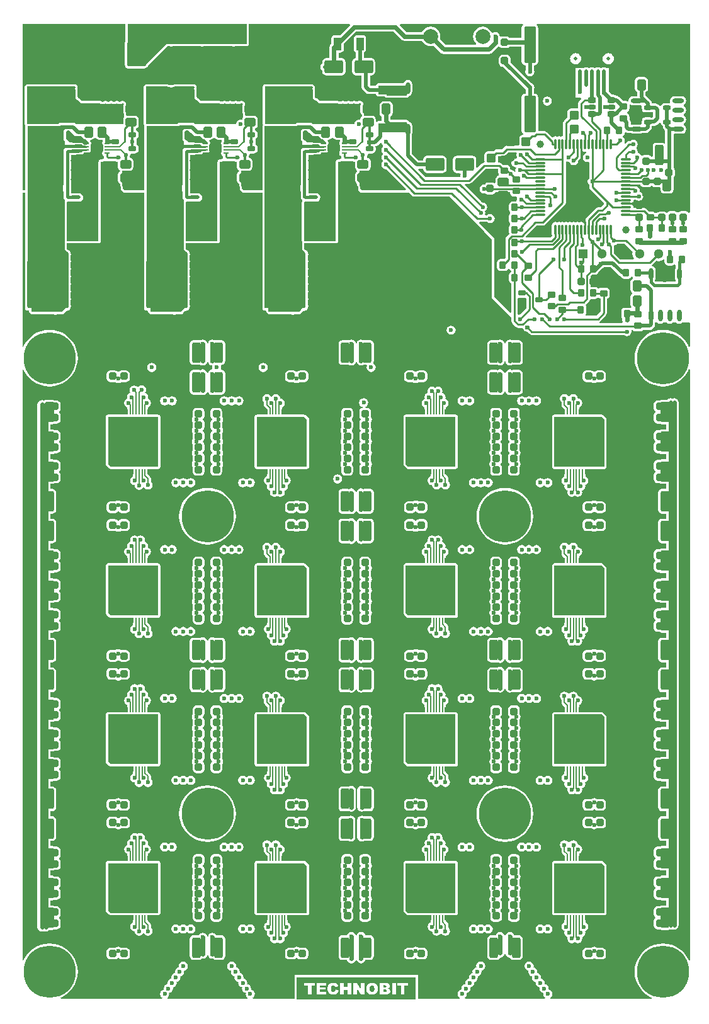
<source format=gtl>
%FSLAX44Y44*%
%MOMM*%
G71*
G01*
G75*
G04 Layer_Physical_Order=1*
G04 Layer_Color=128*
%ADD10O,0.8000X0.2000*%
%ADD11O,0.2000X0.8000*%
%ADD12R,0.3500X0.3500*%
%ADD13C,0.6000*%
G04:AMPARAMS|DCode=14|XSize=1mm|YSize=0.95mm|CornerRadius=0.1995mm|HoleSize=0mm|Usage=FLASHONLY|Rotation=90.000|XOffset=0mm|YOffset=0mm|HoleType=Round|Shape=RoundedRectangle|*
%AMROUNDEDRECTD14*
21,1,1.0000,0.5510,0,0,90.0*
21,1,0.6010,0.9500,0,0,90.0*
1,1,0.3990,0.2755,0.3005*
1,1,0.3990,0.2755,-0.3005*
1,1,0.3990,-0.2755,-0.3005*
1,1,0.3990,-0.2755,0.3005*
%
%ADD14ROUNDEDRECTD14*%
G04:AMPARAMS|DCode=15|XSize=1mm|YSize=0.95mm|CornerRadius=0.1995mm|HoleSize=0mm|Usage=FLASHONLY|Rotation=0.000|XOffset=0mm|YOffset=0mm|HoleType=Round|Shape=RoundedRectangle|*
%AMROUNDEDRECTD15*
21,1,1.0000,0.5510,0,0,0.0*
21,1,0.6010,0.9500,0,0,0.0*
1,1,0.3990,0.3005,-0.2755*
1,1,0.3990,-0.3005,-0.2755*
1,1,0.3990,-0.3005,0.2755*
1,1,0.3990,0.3005,0.2755*
%
%ADD15ROUNDEDRECTD15*%
G04:AMPARAMS|DCode=16|XSize=1mm|YSize=0.9mm|CornerRadius=0.198mm|HoleSize=0mm|Usage=FLASHONLY|Rotation=90.000|XOffset=0mm|YOffset=0mm|HoleType=Round|Shape=RoundedRectangle|*
%AMROUNDEDRECTD16*
21,1,1.0000,0.5040,0,0,90.0*
21,1,0.6040,0.9000,0,0,90.0*
1,1,0.3960,0.2520,0.3020*
1,1,0.3960,0.2520,-0.3020*
1,1,0.3960,-0.2520,-0.3020*
1,1,0.3960,-0.2520,0.3020*
%
%ADD16ROUNDEDRECTD16*%
G04:AMPARAMS|DCode=17|XSize=1mm|YSize=0.9mm|CornerRadius=0.198mm|HoleSize=0mm|Usage=FLASHONLY|Rotation=0.000|XOffset=0mm|YOffset=0mm|HoleType=Round|Shape=RoundedRectangle|*
%AMROUNDEDRECTD17*
21,1,1.0000,0.5040,0,0,0.0*
21,1,0.6040,0.9000,0,0,0.0*
1,1,0.3960,0.3020,-0.2520*
1,1,0.3960,-0.3020,-0.2520*
1,1,0.3960,-0.3020,0.2520*
1,1,0.3960,0.3020,0.2520*
%
%ADD17ROUNDEDRECTD17*%
G04:AMPARAMS|DCode=18|XSize=2.7mm|YSize=1.15mm|CornerRadius=0.2013mm|HoleSize=0mm|Usage=FLASHONLY|Rotation=90.000|XOffset=0mm|YOffset=0mm|HoleType=Round|Shape=RoundedRectangle|*
%AMROUNDEDRECTD18*
21,1,2.7000,0.7475,0,0,90.0*
21,1,2.2975,1.1500,0,0,90.0*
1,1,0.4025,0.3738,1.1487*
1,1,0.4025,0.3738,-1.1487*
1,1,0.4025,-0.3738,-1.1487*
1,1,0.4025,-0.3738,1.1487*
%
%ADD18ROUNDEDRECTD18*%
G04:AMPARAMS|DCode=19|XSize=2.5mm|YSize=2mm|CornerRadius=0.2mm|HoleSize=0mm|Usage=FLASHONLY|Rotation=270.000|XOffset=0mm|YOffset=0mm|HoleType=Round|Shape=RoundedRectangle|*
%AMROUNDEDRECTD19*
21,1,2.5000,1.6000,0,0,270.0*
21,1,2.1000,2.0000,0,0,270.0*
1,1,0.4000,-0.8000,-1.0500*
1,1,0.4000,-0.8000,1.0500*
1,1,0.4000,0.8000,1.0500*
1,1,0.4000,0.8000,-1.0500*
%
%ADD19ROUNDEDRECTD19*%
G04:AMPARAMS|DCode=20|XSize=2.3mm|YSize=0.5mm|CornerRadius=0.2mm|HoleSize=0mm|Usage=FLASHONLY|Rotation=270.000|XOffset=0mm|YOffset=0mm|HoleType=Round|Shape=RoundedRectangle|*
%AMROUNDEDRECTD20*
21,1,2.3000,0.1000,0,0,270.0*
21,1,1.9000,0.5000,0,0,270.0*
1,1,0.4000,-0.0500,-0.9500*
1,1,0.4000,-0.0500,0.9500*
1,1,0.4000,0.0500,0.9500*
1,1,0.4000,0.0500,-0.9500*
%
%ADD20ROUNDEDRECTD20*%
G04:AMPARAMS|DCode=21|XSize=2.5mm|YSize=1.7mm|CornerRadius=0.204mm|HoleSize=0mm|Usage=FLASHONLY|Rotation=0.000|XOffset=0mm|YOffset=0mm|HoleType=Round|Shape=RoundedRectangle|*
%AMROUNDEDRECTD21*
21,1,2.5000,1.2920,0,0,0.0*
21,1,2.0920,1.7000,0,0,0.0*
1,1,0.4080,1.0460,-0.6460*
1,1,0.4080,-1.0460,-0.6460*
1,1,0.4080,-1.0460,0.6460*
1,1,0.4080,1.0460,0.6460*
%
%ADD21ROUNDEDRECTD21*%
G04:AMPARAMS|DCode=22|XSize=1.1mm|YSize=0.8mm|CornerRadius=0.268mm|HoleSize=0mm|Usage=FLASHONLY|Rotation=0.000|XOffset=0mm|YOffset=0mm|HoleType=Round|Shape=RoundedRectangle|*
%AMROUNDEDRECTD22*
21,1,1.1000,0.2640,0,0,0.0*
21,1,0.5640,0.8000,0,0,0.0*
1,1,0.5360,0.2820,-0.1320*
1,1,0.5360,-0.2820,-0.1320*
1,1,0.5360,-0.2820,0.1320*
1,1,0.5360,0.2820,0.1320*
%
%ADD22ROUNDEDRECTD22*%
G04:AMPARAMS|DCode=23|XSize=1.1mm|YSize=0.6mm|CornerRadius=0.201mm|HoleSize=0mm|Usage=FLASHONLY|Rotation=0.000|XOffset=0mm|YOffset=0mm|HoleType=Round|Shape=RoundedRectangle|*
%AMROUNDEDRECTD23*
21,1,1.1000,0.1980,0,0,0.0*
21,1,0.6980,0.6000,0,0,0.0*
1,1,0.4020,0.3490,-0.0990*
1,1,0.4020,-0.3490,-0.0990*
1,1,0.4020,-0.3490,0.0990*
1,1,0.4020,0.3490,0.0990*
%
%ADD23ROUNDEDRECTD23*%
G04:AMPARAMS|DCode=24|XSize=1.2mm|YSize=1.2mm|CornerRadius=0.198mm|HoleSize=0mm|Usage=FLASHONLY|Rotation=0.000|XOffset=0mm|YOffset=0mm|HoleType=Round|Shape=RoundedRectangle|*
%AMROUNDEDRECTD24*
21,1,1.2000,0.8040,0,0,0.0*
21,1,0.8040,1.2000,0,0,0.0*
1,1,0.3960,0.4020,-0.4020*
1,1,0.3960,-0.4020,-0.4020*
1,1,0.3960,-0.4020,0.4020*
1,1,0.3960,0.4020,0.4020*
%
%ADD24ROUNDEDRECTD24*%
G04:AMPARAMS|DCode=25|XSize=1.45mm|YSize=1.15mm|CornerRadius=0.2013mm|HoleSize=0mm|Usage=FLASHONLY|Rotation=0.000|XOffset=0mm|YOffset=0mm|HoleType=Round|Shape=RoundedRectangle|*
%AMROUNDEDRECTD25*
21,1,1.4500,0.7475,0,0,0.0*
21,1,1.0475,1.1500,0,0,0.0*
1,1,0.4025,0.5238,-0.3738*
1,1,0.4025,-0.5238,-0.3738*
1,1,0.4025,-0.5238,0.3738*
1,1,0.4025,0.5238,0.3738*
%
%ADD25ROUNDEDRECTD25*%
G04:AMPARAMS|DCode=26|XSize=1.45mm|YSize=1.15mm|CornerRadius=0.2013mm|HoleSize=0mm|Usage=FLASHONLY|Rotation=270.000|XOffset=0mm|YOffset=0mm|HoleType=Round|Shape=RoundedRectangle|*
%AMROUNDEDRECTD26*
21,1,1.4500,0.7475,0,0,270.0*
21,1,1.0475,1.1500,0,0,270.0*
1,1,0.4025,-0.3738,-0.5238*
1,1,0.4025,-0.3738,0.5238*
1,1,0.4025,0.3738,0.5238*
1,1,0.4025,0.3738,-0.5238*
%
%ADD26ROUNDEDRECTD26*%
G04:AMPARAMS|DCode=27|XSize=2.7mm|YSize=1.15mm|CornerRadius=0.2013mm|HoleSize=0mm|Usage=FLASHONLY|Rotation=180.000|XOffset=0mm|YOffset=0mm|HoleType=Round|Shape=RoundedRectangle|*
%AMROUNDEDRECTD27*
21,1,2.7000,0.7475,0,0,180.0*
21,1,2.2975,1.1500,0,0,180.0*
1,1,0.4025,-1.1487,0.3738*
1,1,0.4025,1.1487,0.3738*
1,1,0.4025,1.1487,-0.3738*
1,1,0.4025,-1.1487,-0.3738*
%
%ADD27ROUNDEDRECTD27*%
G04:AMPARAMS|DCode=28|XSize=1.05mm|YSize=0.65mm|CornerRadius=0.2015mm|HoleSize=0mm|Usage=FLASHONLY|Rotation=180.000|XOffset=0mm|YOffset=0mm|HoleType=Round|Shape=RoundedRectangle|*
%AMROUNDEDRECTD28*
21,1,1.0500,0.2470,0,0,180.0*
21,1,0.6470,0.6500,0,0,180.0*
1,1,0.4030,-0.3235,0.1235*
1,1,0.4030,0.3235,0.1235*
1,1,0.4030,0.3235,-0.1235*
1,1,0.4030,-0.3235,-0.1235*
%
%ADD28ROUNDEDRECTD28*%
G04:AMPARAMS|DCode=29|XSize=1.2mm|YSize=1.2mm|CornerRadius=0.198mm|HoleSize=0mm|Usage=FLASHONLY|Rotation=90.000|XOffset=0mm|YOffset=0mm|HoleType=Round|Shape=RoundedRectangle|*
%AMROUNDEDRECTD29*
21,1,1.2000,0.8040,0,0,90.0*
21,1,0.8040,1.2000,0,0,90.0*
1,1,0.3960,0.4020,0.4020*
1,1,0.3960,0.4020,-0.4020*
1,1,0.3960,-0.4020,-0.4020*
1,1,0.3960,-0.4020,0.4020*
%
%ADD29ROUNDEDRECTD29*%
G04:AMPARAMS|DCode=30|XSize=3.3mm|YSize=2.5mm|CornerRadius=0.2mm|HoleSize=0mm|Usage=FLASHONLY|Rotation=270.000|XOffset=0mm|YOffset=0mm|HoleType=Round|Shape=RoundedRectangle|*
%AMROUNDEDRECTD30*
21,1,3.3000,2.1000,0,0,270.0*
21,1,2.9000,2.5000,0,0,270.0*
1,1,0.4000,-1.0500,-1.4500*
1,1,0.4000,-1.0500,1.4500*
1,1,0.4000,1.0500,1.4500*
1,1,0.4000,1.0500,-1.4500*
%
%ADD30ROUNDEDRECTD30*%
G04:AMPARAMS|DCode=31|XSize=6.5mm|YSize=5mm|CornerRadius=0.25mm|HoleSize=0mm|Usage=FLASHONLY|Rotation=90.000|XOffset=0mm|YOffset=0mm|HoleType=Round|Shape=RoundedRectangle|*
%AMROUNDEDRECTD31*
21,1,6.5000,4.5000,0,0,90.0*
21,1,6.0000,5.0000,0,0,90.0*
1,1,0.5000,2.2500,3.0000*
1,1,0.5000,2.2500,-3.0000*
1,1,0.5000,-2.2500,-3.0000*
1,1,0.5000,-2.2500,3.0000*
%
%ADD31ROUNDEDRECTD31*%
%ADD32O,0.5000X1.3500*%
%ADD33O,1.3500X0.5000*%
G04:AMPARAMS|DCode=34|XSize=1.75mm|YSize=1.05mm|CornerRadius=0.1995mm|HoleSize=0mm|Usage=FLASHONLY|Rotation=90.000|XOffset=0mm|YOffset=0mm|HoleType=Round|Shape=RoundedRectangle|*
%AMROUNDEDRECTD34*
21,1,1.7500,0.6510,0,0,90.0*
21,1,1.3510,1.0500,0,0,90.0*
1,1,0.3990,0.3255,0.6755*
1,1,0.3990,0.3255,-0.6755*
1,1,0.3990,-0.3255,-0.6755*
1,1,0.3990,-0.3255,0.6755*
%
%ADD34ROUNDEDRECTD34*%
G04:AMPARAMS|DCode=35|XSize=0.7mm|YSize=0.25mm|CornerRadius=0.0838mm|HoleSize=0mm|Usage=FLASHONLY|Rotation=0.000|XOffset=0mm|YOffset=0mm|HoleType=Round|Shape=RoundedRectangle|*
%AMROUNDEDRECTD35*
21,1,0.7000,0.0825,0,0,0.0*
21,1,0.5325,0.2500,0,0,0.0*
1,1,0.1675,0.2662,-0.0413*
1,1,0.1675,-0.2662,-0.0413*
1,1,0.1675,-0.2662,0.0413*
1,1,0.1675,0.2662,0.0413*
%
%ADD35ROUNDEDRECTD35*%
G04:AMPARAMS|DCode=36|XSize=1.35mm|YSize=1.65mm|CornerRadius=0.27mm|HoleSize=0mm|Usage=FLASHONLY|Rotation=90.000|XOffset=0mm|YOffset=0mm|HoleType=Round|Shape=RoundedRectangle|*
%AMROUNDEDRECTD36*
21,1,1.3500,1.1100,0,0,90.0*
21,1,0.8100,1.6500,0,0,90.0*
1,1,0.5400,0.5550,0.4050*
1,1,0.5400,0.5550,-0.4050*
1,1,0.5400,-0.5550,-0.4050*
1,1,0.5400,-0.5550,0.4050*
%
%ADD36ROUNDEDRECTD36*%
%ADD37O,0.6000X1.5500*%
G04:AMPARAMS|DCode=38|XSize=3.95mm|YSize=1.2mm|CornerRadius=0.198mm|HoleSize=0mm|Usage=FLASHONLY|Rotation=0.000|XOffset=0mm|YOffset=0mm|HoleType=Round|Shape=RoundedRectangle|*
%AMROUNDEDRECTD38*
21,1,3.9500,0.8040,0,0,0.0*
21,1,3.5540,1.2000,0,0,0.0*
1,1,0.3960,1.7770,-0.4020*
1,1,0.3960,-1.7770,-0.4020*
1,1,0.3960,-1.7770,0.4020*
1,1,0.3960,1.7770,0.4020*
%
%ADD38ROUNDEDRECTD38*%
G04:AMPARAMS|DCode=39|XSize=11.3mm|YSize=10.75mm|CornerRadius=0.215mm|HoleSize=0mm|Usage=FLASHONLY|Rotation=0.000|XOffset=0mm|YOffset=0mm|HoleType=Round|Shape=RoundedRectangle|*
%AMROUNDEDRECTD39*
21,1,11.3000,10.3200,0,0,0.0*
21,1,10.8700,10.7500,0,0,0.0*
1,1,0.4300,5.4350,-5.1600*
1,1,0.4300,-5.4350,-5.1600*
1,1,0.4300,-5.4350,5.1600*
1,1,0.4300,5.4350,5.1600*
%
%ADD39ROUNDEDRECTD39*%
G04:AMPARAMS|DCode=40|XSize=2.85mm|YSize=1mm|CornerRadius=0.2mm|HoleSize=0mm|Usage=FLASHONLY|Rotation=0.000|XOffset=0mm|YOffset=0mm|HoleType=Round|Shape=RoundedRectangle|*
%AMROUNDEDRECTD40*
21,1,2.8500,0.6000,0,0,0.0*
21,1,2.4500,1.0000,0,0,0.0*
1,1,0.4000,1.2250,-0.3000*
1,1,0.4000,-1.2250,-0.3000*
1,1,0.4000,-1.2250,0.3000*
1,1,0.4000,1.2250,0.3000*
%
%ADD40ROUNDEDRECTD40*%
G04:AMPARAMS|DCode=41|XSize=6.45mm|YSize=6mm|CornerRadius=0.21mm|HoleSize=0mm|Usage=FLASHONLY|Rotation=0.000|XOffset=0mm|YOffset=0mm|HoleType=Round|Shape=RoundedRectangle|*
%AMROUNDEDRECTD41*
21,1,6.4500,5.5800,0,0,0.0*
21,1,6.0300,6.0000,0,0,0.0*
1,1,0.4200,3.0150,-2.7900*
1,1,0.4200,-3.0150,-2.7900*
1,1,0.4200,-3.0150,2.7900*
1,1,0.4200,3.0150,2.7900*
%
%ADD41ROUNDEDRECTD41*%
%ADD42O,1.5500X0.6000*%
G04:AMPARAMS|DCode=43|XSize=4.9mm|YSize=1.6mm|CornerRadius=0.2mm|HoleSize=0mm|Usage=FLASHONLY|Rotation=270.000|XOffset=0mm|YOffset=0mm|HoleType=Round|Shape=RoundedRectangle|*
%AMROUNDEDRECTD43*
21,1,4.9000,1.2000,0,0,270.0*
21,1,4.5000,1.6000,0,0,270.0*
1,1,0.4000,-0.6000,-2.2500*
1,1,0.4000,-0.6000,2.2500*
1,1,0.4000,0.6000,2.2500*
1,1,0.4000,0.6000,-2.2500*
%
%ADD43ROUNDEDRECTD43*%
%ADD44C,1.0000*%
%ADD45O,1.5000X0.3000*%
%ADD46O,0.3000X1.5000*%
%ADD47R,1.3000X1.3000*%
%ADD48C,1.3000*%
%ADD49C,0.2000*%
%ADD50C,0.2500*%
%ADD51C,0.6000*%
%ADD52C,0.5000*%
%ADD53C,0.4000*%
%ADD54C,0.4500*%
%ADD55C,0.3500*%
%ADD56C,2.0000*%
%ADD57C,0.2540*%
%ADD58C,0.3000*%
%ADD59C,0.5000*%
%ADD60C,2.5000*%
%ADD61C,7.0000*%
%ADD62C,2.0000*%
G36*
X-639352Y1157648D02*
X-637694Y1156540D01*
X-635738Y1156151D01*
X-631117D01*
Y1153499D01*
X-631102Y1153423D01*
X-631277Y1153160D01*
X-631575Y1151663D01*
Y1150837D01*
X-631277Y1149340D01*
X-631050Y1149000D01*
X-631277Y1148660D01*
X-631575Y1147162D01*
Y1146338D01*
X-631277Y1144840D01*
X-631050Y1144500D01*
X-631277Y1144160D01*
X-631575Y1142663D01*
Y1141837D01*
X-631277Y1140340D01*
X-631050Y1140000D01*
X-631277Y1139660D01*
X-631500Y1138540D01*
X-631500Y1136959D01*
X-631277Y1135840D01*
X-630429Y1134571D01*
X-629333Y1133838D01*
Y1133251D01*
X-629003Y1131592D01*
D01*
X-629537Y1130496D01*
D01*
D01*
X-629859Y1130492D01*
X-630117Y1130381D01*
X-630392Y1130326D01*
X-630659Y1130147D01*
X-630955Y1130020D01*
X-631151Y1129819D01*
X-631384Y1129663D01*
X-631402Y1129637D01*
X-631499Y1129571D01*
Y1129501D01*
X-633483Y1129474D01*
X-634046Y1129354D01*
X-634612Y1129241D01*
X-634629Y1129230D01*
X-634650Y1129225D01*
X-635125Y1128898D01*
X-635604Y1128578D01*
X-635616Y1128561D01*
X-635633Y1128549D01*
X-635947Y1128065D01*
X-636267Y1127586D01*
X-636271Y1127565D01*
X-636283Y1127548D01*
X-636387Y1126981D01*
X-636500Y1126415D01*
Y1020000D01*
X-679000D01*
Y1020301D01*
Y1071449D01*
Y1071750D01*
X-678999Y1071751D01*
X-678999Y1071754D01*
X-678940Y1072050D01*
Y1072135D01*
X-677626Y1073213D01*
X-677549Y1073198D01*
X-672535D01*
X-671250Y1072942D01*
X-662750D01*
X-660604Y1073369D01*
X-658785Y1074585D01*
X-657569Y1076404D01*
X-657142Y1078550D01*
X-657569Y1080696D01*
X-658785Y1082515D01*
X-660604Y1083731D01*
X-661957Y1084000D01*
X-662750Y1084158D01*
X-671250D01*
X-672082Y1083992D01*
X-673397Y1085071D01*
Y1085396D01*
Y1134477D01*
Y1134816D01*
X-672415Y1135622D01*
X-671250Y1135390D01*
X-667540D01*
X-666249Y1136251D01*
X-658909D01*
X-658624Y1136316D01*
X-658080Y1136424D01*
X-658069Y1136431D01*
X-655500Y1139000D01*
X-647677D01*
X-647571Y1139071D01*
X-646723Y1140340D01*
X-646425Y1141837D01*
Y1142663D01*
X-646723Y1144160D01*
X-646950Y1144500D01*
X-646723Y1144840D01*
X-646425Y1146338D01*
Y1147162D01*
X-646723Y1148660D01*
X-646950Y1149000D01*
X-646723Y1149340D01*
X-646425Y1150837D01*
Y1151663D01*
X-646723Y1153160D01*
X-646863Y1153371D01*
X-646923Y1153669D01*
X-646923Y1153670D01*
X-646923Y1153670D01*
X-647231Y1154130D01*
X-647579Y1154651D01*
X-647543Y1154718D01*
X-646469Y1156151D01*
X-646263D01*
X-644307Y1156540D01*
X-642650Y1157648D01*
X-641851Y1158843D01*
X-640151D01*
X-639352Y1157648D01*
D02*
G37*
G36*
X-480352D02*
X-478694Y1156540D01*
X-476738Y1156151D01*
X-472117D01*
Y1153499D01*
X-472102Y1153423D01*
X-472277Y1153160D01*
X-472575Y1151663D01*
Y1150837D01*
X-472277Y1149340D01*
X-472050Y1149000D01*
X-472277Y1148660D01*
X-472575Y1147162D01*
Y1146338D01*
X-472277Y1144840D01*
X-472050Y1144500D01*
X-472277Y1144160D01*
X-472575Y1142663D01*
Y1141837D01*
X-472277Y1140340D01*
X-472050Y1140000D01*
X-472277Y1139660D01*
X-472500Y1138540D01*
X-472500Y1136959D01*
X-472277Y1135840D01*
X-471429Y1134571D01*
X-470332Y1133838D01*
Y1133251D01*
X-470003Y1131592D01*
D01*
X-470537Y1130495D01*
X-470859Y1130491D01*
X-471117Y1130380D01*
X-471392Y1130325D01*
X-471660Y1130146D01*
X-471955Y1130019D01*
X-472151Y1129818D01*
X-472385Y1129662D01*
X-472402Y1129637D01*
X-472499Y1129571D01*
Y1129501D01*
X-474483Y1129474D01*
X-475046Y1129354D01*
X-475612Y1129241D01*
X-475629Y1129230D01*
X-475650Y1129225D01*
X-476125Y1128898D01*
X-476604Y1128578D01*
X-476616Y1128561D01*
X-476633Y1128549D01*
X-476947Y1128065D01*
X-477267Y1127586D01*
X-477271Y1127565D01*
X-477283Y1127548D01*
X-477387Y1126981D01*
X-477500Y1126415D01*
Y1020000D01*
X-520000D01*
Y1020301D01*
Y1071449D01*
Y1071750D01*
X-519999Y1071751D01*
X-519999Y1071754D01*
X-519940Y1072050D01*
Y1072135D01*
X-518626Y1073213D01*
X-518549Y1073198D01*
X-513535D01*
X-512250Y1072942D01*
X-503750D01*
X-501604Y1073369D01*
X-499785Y1074585D01*
X-498569Y1076404D01*
X-498142Y1078550D01*
X-498569Y1080696D01*
X-499785Y1082515D01*
X-501604Y1083731D01*
X-502957Y1084000D01*
X-503750Y1084158D01*
X-512250D01*
X-513082Y1083992D01*
X-514397Y1085071D01*
Y1085396D01*
Y1134477D01*
Y1134816D01*
X-513415Y1135622D01*
X-512250Y1135390D01*
X-508540D01*
X-507249Y1136251D01*
X-499909D01*
X-499624Y1136316D01*
X-499080Y1136424D01*
X-499069Y1136431D01*
X-496500Y1139000D01*
X-488677D01*
X-488571Y1139071D01*
X-487723Y1140340D01*
X-487425Y1141837D01*
Y1142663D01*
X-487723Y1144160D01*
X-487950Y1144500D01*
X-487723Y1144840D01*
X-487425Y1146338D01*
Y1147162D01*
X-487723Y1148660D01*
X-487950Y1149000D01*
X-487723Y1149340D01*
X-487425Y1150837D01*
Y1151663D01*
X-487723Y1153160D01*
X-487864Y1153371D01*
X-487923Y1153669D01*
X-487923Y1153670D01*
X-487923Y1153670D01*
X-488231Y1154130D01*
X-488579Y1154651D01*
X-488544Y1154718D01*
X-487469Y1156151D01*
X-487263D01*
X-485308Y1156540D01*
X-483649Y1157648D01*
X-482851Y1158843D01*
X-481151D01*
X-480352Y1157648D01*
D02*
G37*
G36*
X-799352D02*
X-797694Y1156540D01*
X-795738Y1156151D01*
X-791117D01*
Y1153499D01*
X-791102Y1153425D01*
X-791278Y1153162D01*
X-791576Y1151664D01*
Y1150839D01*
X-791278Y1149342D01*
X-791050Y1149002D01*
X-791278Y1148662D01*
X-791576Y1147164D01*
Y1146339D01*
X-791278Y1144842D01*
X-791050Y1144502D01*
X-791278Y1144162D01*
X-791576Y1142664D01*
Y1141839D01*
X-791278Y1140342D01*
X-791050Y1140002D01*
X-791278Y1139662D01*
X-791500Y1138545D01*
X-791500Y1136959D01*
X-791278Y1135842D01*
X-790430Y1134573D01*
X-789333Y1133840D01*
Y1133251D01*
X-789003Y1131592D01*
D01*
X-789537Y1130496D01*
D01*
D01*
X-789858Y1130492D01*
X-790117Y1130381D01*
X-790392Y1130326D01*
X-790659Y1130147D01*
X-790955Y1130020D01*
X-791151Y1129819D01*
X-791384Y1129663D01*
X-791402Y1129637D01*
X-791499Y1129571D01*
Y1129501D01*
X-793483Y1129474D01*
X-794046Y1129354D01*
X-794612Y1129241D01*
X-794629Y1129230D01*
X-794650Y1129225D01*
X-795125Y1128898D01*
X-795604Y1128578D01*
X-795616Y1128561D01*
X-795633Y1128549D01*
X-795947Y1128065D01*
X-796267Y1127586D01*
X-796271Y1127565D01*
X-796283Y1127548D01*
X-796387Y1126981D01*
X-796500Y1126415D01*
Y1020000D01*
X-839000D01*
Y1020301D01*
Y1071449D01*
Y1071750D01*
X-838999Y1071751D01*
X-838999Y1071754D01*
X-838940Y1072050D01*
Y1072135D01*
X-837626Y1073213D01*
X-837549Y1073198D01*
X-832535D01*
X-831540Y1073000D01*
X-831250Y1072942D01*
X-822750D01*
X-820604Y1073369D01*
X-818785Y1074585D01*
X-817569Y1076404D01*
X-817142Y1078550D01*
X-817569Y1080696D01*
X-818785Y1082515D01*
X-820604Y1083731D01*
X-821957Y1084000D01*
X-822750Y1084158D01*
X-831250D01*
X-832082Y1083992D01*
X-833397Y1085071D01*
Y1085396D01*
Y1134477D01*
Y1134816D01*
X-832415Y1135622D01*
X-831250Y1135390D01*
X-827540D01*
X-826249Y1136251D01*
X-818909D01*
X-818624Y1136316D01*
X-818080Y1136424D01*
X-818069Y1136431D01*
X-815500Y1139000D01*
X-807680D01*
X-807571Y1139073D01*
X-806723Y1140342D01*
X-806425Y1141839D01*
Y1142664D01*
X-806723Y1144162D01*
X-806950Y1144502D01*
X-806723Y1144842D01*
X-806425Y1146339D01*
Y1147164D01*
X-806723Y1148662D01*
X-806950Y1149002D01*
X-806723Y1149342D01*
X-806425Y1150839D01*
Y1151664D01*
X-806723Y1153162D01*
X-807571Y1154431D01*
X-807710Y1154524D01*
X-807553Y1155041D01*
X-806721Y1156151D01*
X-806263D01*
X-804307Y1156540D01*
X-802650Y1157648D01*
X-801851Y1158843D01*
X-800151D01*
X-799352Y1157648D01*
D02*
G37*
G36*
X-259097Y1116469D02*
Y1111980D01*
X-258711Y1110037D01*
X-258156Y1109206D01*
X-258807Y1107636D01*
X-259692Y1107460D01*
X-261351Y1106352D01*
X-262458Y1104694D01*
X-262847Y1102738D01*
Y1098294D01*
X-264347Y1097493D01*
X-265046Y1097960D01*
X-266995Y1098348D01*
X-273005D01*
X-274954Y1097960D01*
X-276606Y1096856D01*
X-277187Y1095987D01*
X-277847Y1096118D01*
X-280188Y1095652D01*
X-282173Y1094326D01*
X-283499Y1092342D01*
X-283965Y1090001D01*
X-283499Y1087660D01*
X-282173Y1085675D01*
X-280188Y1084349D01*
X-277847Y1083883D01*
X-276590Y1084133D01*
X-274954Y1083040D01*
X-273005Y1082652D01*
X-266995D01*
X-265046Y1083040D01*
X-263394Y1084144D01*
X-262376Y1085667D01*
X-243097D01*
Y1084480D01*
X-242711Y1082537D01*
X-241610Y1080890D01*
X-239963Y1079789D01*
X-238020Y1079402D01*
X-234810D01*
X-233731Y1078087D01*
D01*
X-233731D01*
X-234197Y1075746D01*
X-234075Y1075133D01*
X-234310Y1073950D01*
X-235010Y1073098D01*
X-239520D01*
X-241463Y1072711D01*
X-243110Y1071610D01*
X-244211Y1069963D01*
X-244597Y1068020D01*
Y1061980D01*
X-244211Y1060037D01*
X-243110Y1058390D01*
X-243051Y1058350D01*
Y1056650D01*
X-243110Y1056610D01*
X-244211Y1054963D01*
X-244597Y1053020D01*
Y1046980D01*
X-244211Y1045037D01*
X-243110Y1043390D01*
X-243051Y1043350D01*
Y1041650D01*
X-243110Y1041610D01*
X-244211Y1039963D01*
X-244597Y1038020D01*
Y1031980D01*
X-244211Y1030037D01*
X-243937Y1029627D01*
X-248064Y1025500D01*
X-249003Y1024095D01*
X-249333Y1022436D01*
Y996794D01*
X-250530Y995598D01*
X-255520D01*
X-257463Y995211D01*
X-259110Y994110D01*
X-260211Y992463D01*
X-260597Y990520D01*
Y984480D01*
X-260211Y982537D01*
X-259110Y980890D01*
X-257463Y979789D01*
X-255520Y979402D01*
X-250480D01*
X-248537Y979789D01*
X-246890Y980890D01*
X-245850Y982446D01*
X-244150D01*
X-243110Y980890D01*
X-241742Y979975D01*
Y978275D01*
X-243110Y977360D01*
X-244211Y975713D01*
X-244597Y973770D01*
Y967730D01*
X-244211Y965787D01*
X-243110Y964140D01*
X-241463Y963039D01*
X-241333Y963013D01*
Y923947D01*
X-242904Y923296D01*
X-264441Y944834D01*
Y1000000D01*
Y1022500D01*
X-264441Y1022500D01*
X-264674Y1023671D01*
X-265337Y1024663D01*
X-275337Y1034663D01*
X-275337Y1034663D01*
X-284770Y1044096D01*
X-284120Y1045667D01*
X-274314D01*
X-272341Y1044348D01*
X-270000Y1043882D01*
X-267659Y1044348D01*
X-265674Y1045674D01*
X-264348Y1047659D01*
X-263883Y1050000D01*
X-264348Y1052341D01*
X-265674Y1054326D01*
X-267659Y1055652D01*
X-270000Y1056117D01*
X-272341Y1055652D01*
X-274314Y1054333D01*
X-275672D01*
X-276751Y1055647D01*
X-276383Y1057500D01*
X-276848Y1059841D01*
X-276986Y1060048D01*
X-275674Y1060924D01*
X-274348Y1062909D01*
X-273883Y1065250D01*
X-274348Y1067591D01*
X-275674Y1069576D01*
X-277659Y1070902D01*
X-279987Y1071365D01*
X-303968Y1095346D01*
X-303318Y1096917D01*
X-298000D01*
X-296342Y1097247D01*
X-294936Y1098186D01*
X-294936Y1098186D01*
X-294936Y1098186D01*
X-276455Y1116667D01*
X-259295D01*
X-259097Y1116469D01*
D02*
G37*
G36*
X-145745Y1140757D02*
X-144256Y1139762D01*
X-142500Y1139413D01*
X-140907Y1139730D01*
X-140352Y1139175D01*
X-139754Y1138280D01*
X-139767Y1138215D01*
X-141341Y1137902D01*
X-143326Y1136576D01*
X-144652Y1134591D01*
X-145118Y1132250D01*
X-144652Y1129909D01*
X-143326Y1127924D01*
X-141341Y1126598D01*
X-139000Y1126132D01*
X-138147Y1126302D01*
X-136833Y1125224D01*
Y1104315D01*
X-138151Y1102342D01*
X-138617Y1100001D01*
X-138151Y1097660D01*
X-136833Y1095686D01*
Y1092501D01*
X-136503Y1090842D01*
X-136503Y1090842D01*
X-136503Y1090842D01*
X-135563Y1089437D01*
X-117207Y1071081D01*
Y1068921D01*
X-121044Y1065084D01*
X-124977D01*
X-126635Y1064754D01*
X-128041Y1063815D01*
X-140563Y1051292D01*
X-141503Y1049886D01*
X-141833Y1048228D01*
Y1043547D01*
X-143459Y1043053D01*
X-144256Y1044245D01*
X-145744Y1045240D01*
X-147500Y1045589D01*
X-149256Y1045240D01*
X-150000Y1044743D01*
X-150744Y1045240D01*
X-152500Y1045589D01*
X-154256Y1045240D01*
X-155000Y1044743D01*
X-155744Y1045240D01*
X-157500Y1045589D01*
X-159256Y1045240D01*
X-160000Y1044743D01*
X-160744Y1045240D01*
X-162500Y1045589D01*
X-164256Y1045240D01*
X-165000Y1044743D01*
X-165744Y1045240D01*
X-167500Y1045589D01*
X-169256Y1045240D01*
X-170000Y1044743D01*
X-170744Y1045240D01*
X-172500Y1045589D01*
X-174256Y1045240D01*
X-175000Y1044743D01*
X-175744Y1045240D01*
X-177500Y1045589D01*
X-179256Y1045240D01*
X-180000Y1044743D01*
X-180744Y1045240D01*
X-182500Y1045589D01*
X-184256Y1045240D01*
X-185745Y1044245D01*
X-186739Y1042757D01*
X-187088Y1041001D01*
Y1029001D01*
X-186833Y1027715D01*
Y1026796D01*
X-189294Y1024334D01*
X-221558D01*
X-222209Y1025904D01*
X-207446Y1040667D01*
X-198864D01*
X-197206Y1040997D01*
X-195800Y1041936D01*
X-195800Y1041936D01*
X-195800Y1041936D01*
X-169435Y1068301D01*
X-168496Y1069706D01*
X-168166Y1071365D01*
Y1110001D01*
X-168166Y1110001D01*
X-168166Y1110001D01*
Y1110001D01*
Y1125722D01*
X-166852Y1126801D01*
X-164750Y1126383D01*
X-163351Y1126661D01*
X-163152Y1125659D01*
X-161826Y1123674D01*
X-159841Y1122348D01*
X-157500Y1121882D01*
X-155159Y1122348D01*
X-153174Y1123674D01*
X-151848Y1125659D01*
X-151385Y1127987D01*
X-149436Y1129936D01*
X-148497Y1131341D01*
X-148167Y1133000D01*
Y1141454D01*
X-146540Y1141948D01*
X-145745Y1140757D01*
D02*
G37*
G36*
X-494500Y1141250D02*
X-498250D01*
X-500250Y1139250D01*
X-509249Y1139001D01*
X-509249Y1143251D01*
X-494499D01*
X-494500Y1141250D01*
D02*
G37*
G36*
X-817249Y1148001D02*
X-813499D01*
Y1145751D01*
X-828249D01*
Y1150001D01*
X-819249D01*
X-817249Y1148001D01*
D02*
G37*
G36*
X-653500Y1141250D02*
X-657250D01*
X-659250Y1139250D01*
X-668249Y1139001D01*
X-668249Y1143251D01*
X-653499D01*
X-653500Y1141250D01*
D02*
G37*
G36*
X-234282Y1137933D02*
X-234741Y1135625D01*
X-234275Y1133284D01*
X-233536Y1132177D01*
X-234480Y1130763D01*
X-234999Y1130867D01*
X-237340Y1130401D01*
X-239325Y1129075D01*
X-240651Y1127090D01*
X-241117Y1124749D01*
X-240651Y1122408D01*
X-239325Y1120423D01*
X-237340Y1119097D01*
X-234999Y1118632D01*
X-234999Y1118632D01*
X-235651Y1117342D01*
X-235651Y1117342D01*
X-235651Y1117342D01*
X-236117Y1115001D01*
X-235868Y1113750D01*
X-237439Y1113100D01*
X-238258Y1114326D01*
X-240243Y1115652D01*
X-242571Y1116115D01*
X-242902Y1116447D01*
Y1117020D01*
X-243289Y1118963D01*
X-244390Y1120610D01*
X-246037Y1121711D01*
X-247980Y1122097D01*
X-252469D01*
X-254436Y1124064D01*
X-255842Y1125003D01*
X-257500Y1125333D01*
X-258490D01*
X-259568Y1126647D01*
X-259403Y1127480D01*
Y1134167D01*
X-252500D01*
X-250842Y1134497D01*
X-249436Y1135436D01*
X-249436Y1135436D01*
X-249436Y1135436D01*
X-245625Y1139247D01*
X-235360D01*
X-234282Y1137933D01*
D02*
G37*
G36*
X-813500Y1141250D02*
X-817250D01*
X-819250Y1139250D01*
X-828249Y1139001D01*
X-828249Y1143251D01*
X-813499D01*
X-813500Y1141250D01*
D02*
G37*
G36*
X-523072Y1174427D02*
Y1174428D01*
X-522999Y1174355D01*
Y1170087D01*
X-524131Y1168394D01*
X-524558Y1166248D01*
Y1157748D01*
X-524131Y1155602D01*
X-522999Y1153908D01*
Y1144191D01*
X-523534Y1143656D01*
X-524500Y1142211D01*
Y1094948D01*
X-525102D01*
Y1086500D01*
X-524500D01*
Y1077411D01*
X-523534Y1075966D01*
X-522999Y1075431D01*
Y1072050D01*
X-523059Y1071750D01*
X-523059Y1071750D01*
Y1020000D01*
X-522999Y1019700D01*
Y929501D01*
X-572999D01*
X-572999Y929501D01*
Y1174428D01*
X-523072D01*
X-523072Y1174427D01*
D02*
G37*
G36*
X-122213Y942289D02*
X-121583Y942164D01*
Y924545D01*
X-126795Y919333D01*
X-140850D01*
X-141890Y920890D01*
X-140789Y922537D01*
X-140402Y924480D01*
Y930520D01*
X-140789Y932463D01*
X-141890Y934110D01*
X-141436Y934436D01*
X-141436Y934436D01*
X-136435Y939437D01*
X-135496Y940842D01*
X-135471Y940965D01*
X-134058Y941910D01*
X-134020Y941902D01*
X-128980D01*
X-127037Y942289D01*
X-125390Y943390D01*
X-123860D01*
X-122213Y942289D01*
D02*
G37*
G36*
X-682072Y1174427D02*
Y1174428D01*
X-681999Y1174355D01*
Y1170087D01*
X-683131Y1168394D01*
X-683558Y1166248D01*
Y1157748D01*
X-683131Y1155602D01*
X-681999Y1153908D01*
Y1144191D01*
X-682534Y1143656D01*
X-683500Y1142211D01*
Y1094948D01*
X-684102D01*
Y1086500D01*
X-683500D01*
Y1077411D01*
X-682534Y1075966D01*
X-681999Y1075431D01*
Y1072050D01*
X-682059Y1071750D01*
X-682059Y1071750D01*
Y1020000D01*
X-681999Y1019700D01*
Y929501D01*
X-731999D01*
X-731999Y929501D01*
Y1174428D01*
X-682072D01*
X-682072Y1174427D01*
D02*
G37*
G36*
X-612341Y1126348D02*
X-610347Y1125952D01*
Y1119262D01*
X-609958Y1117306D01*
X-608850Y1115648D01*
X-607500Y1114745D01*
Y1113253D01*
X-608850Y1112350D01*
X-609958Y1110692D01*
X-610347Y1108737D01*
Y1101262D01*
X-609958Y1099306D01*
X-608850Y1097648D01*
X-607500Y1096746D01*
Y1090000D01*
X-602500Y1085000D01*
X-576058D01*
Y929501D01*
X-575825Y928330D01*
X-575162Y927338D01*
X-575162Y927338D01*
X-574170Y926675D01*
X-572999Y926442D01*
X-572999Y926442D01*
X-571455D01*
X-571150Y924911D01*
X-569824Y922926D01*
X-567839Y921600D01*
X-565498Y921134D01*
X-563157Y921600D01*
X-563091Y921644D01*
X-560405D01*
X-560339Y921600D01*
X-557998Y921134D01*
X-555657Y921600D01*
X-555591Y921644D01*
X-552905D01*
X-552839Y921600D01*
X-550498Y921134D01*
X-548157Y921600D01*
X-548091Y921644D01*
X-545405D01*
X-545339Y921600D01*
X-542998Y921134D01*
X-540657Y921600D01*
X-540591Y921644D01*
X-538283D01*
X-537840Y921349D01*
X-535499Y920883D01*
X-533158Y921349D01*
X-532716Y921644D01*
X-530405D01*
X-530339Y921600D01*
X-527998Y921134D01*
X-525657Y921600D01*
X-523672Y922926D01*
X-522346Y924911D01*
X-522331Y924989D01*
X-521281Y926039D01*
X-520499Y925883D01*
X-518158Y926349D01*
X-516174Y927675D01*
X-514847Y929660D01*
X-514382Y932001D01*
X-514847Y934342D01*
X-514944Y934487D01*
X-514892Y934751D01*
Y939594D01*
X-514847Y939660D01*
X-514382Y942001D01*
X-514847Y944342D01*
X-514892Y944408D01*
Y949594D01*
X-514847Y949660D01*
X-514382Y952001D01*
X-514847Y954342D01*
X-514892Y954408D01*
Y959594D01*
X-514847Y959660D01*
X-514382Y962001D01*
X-514847Y964342D01*
X-514892Y964408D01*
Y969594D01*
X-514847Y969660D01*
X-514382Y972001D01*
X-514847Y974342D01*
X-514892Y974408D01*
Y979594D01*
X-514847Y979660D01*
X-514382Y982001D01*
X-514847Y984342D01*
X-514892Y984408D01*
Y989843D01*
X-514846Y989911D01*
X-514381Y992252D01*
X-514846Y994593D01*
X-514892Y994661D01*
Y999843D01*
X-514846Y999911D01*
X-514381Y1002252D01*
X-514846Y1004593D01*
X-516172Y1006578D01*
X-518157Y1007904D01*
X-518235Y1007919D01*
X-519940Y1009625D01*
Y1016941D01*
X-477500D01*
X-476329Y1017174D01*
X-475337Y1017837D01*
X-474674Y1018829D01*
X-474441Y1020000D01*
Y1085000D01*
Y1126415D01*
X-472458Y1126442D01*
X-471894Y1126562D01*
X-471329Y1126675D01*
X-471311Y1126686D01*
X-471291Y1126691D01*
X-470816Y1127018D01*
X-470336Y1127338D01*
X-470325Y1127355D01*
X-470307Y1127367D01*
X-470222Y1127499D01*
X-455064D01*
X-453341Y1126348D01*
X-451347Y1125952D01*
Y1119262D01*
X-450958Y1117306D01*
X-449850Y1115648D01*
X-448501Y1114746D01*
Y1113252D01*
X-449850Y1112350D01*
X-450958Y1110692D01*
X-451347Y1108737D01*
Y1101262D01*
X-450958Y1099306D01*
X-449850Y1097648D01*
X-448501Y1096746D01*
Y1089999D01*
X-443501Y1085000D01*
X-378628D01*
X-374564Y1080936D01*
X-373158Y1079997D01*
X-371500Y1079667D01*
X-324667D01*
X-277500Y1032500D01*
X-267500Y1022500D01*
Y1000000D01*
Y943567D01*
X-241333Y917400D01*
Y912000D01*
X-241003Y910342D01*
X-240064Y908936D01*
X-235564Y904436D01*
X-234158Y903497D01*
X-232500Y903167D01*
X-226500D01*
X-225868Y902744D01*
X-225652Y901659D01*
X-224543Y900000D01*
X-224333Y899685D01*
X-224326Y899674D01*
X-222341Y898348D01*
X-220013Y897885D01*
X-217064Y894936D01*
X-217064D01*
X-217064Y894936D01*
X-217064Y894936D01*
Y894936D01*
X-215658Y893997D01*
X-214000Y893667D01*
X-90315D01*
X-88341Y892348D01*
X-86000Y891882D01*
X-83659Y892348D01*
X-81674Y893674D01*
X-80348Y895659D01*
X-79882Y898000D01*
X-80085Y899018D01*
X-80218Y899685D01*
X-79749Y900256D01*
X-78481Y900194D01*
X-78110Y899640D01*
X-76463Y898539D01*
X-74520Y898152D01*
X-68480D01*
X-66537Y898539D01*
X-64890Y899640D01*
X-64649Y900000D01*
X-64554Y900142D01*
X-55500D01*
X-53354Y900569D01*
X-51535Y901785D01*
X-49703Y903617D01*
X-48487Y905436D01*
X-48060Y907582D01*
Y910000D01*
X-44658D01*
X-43309Y909099D01*
X-40968Y908633D01*
X-38627Y909099D01*
X-37278Y910000D01*
X-31958D01*
X-30609Y909099D01*
X-28268Y908633D01*
X-25927Y909099D01*
X-24578Y910000D01*
X-19258D01*
X-17909Y909099D01*
X-15568Y908633D01*
X-13227Y909099D01*
X-11878Y910000D01*
X-2164D01*
X-2164Y910000D01*
X-2164Y910000D01*
X-1372Y909672D01*
Y895000D01*
Y877834D01*
X-2618Y877586D01*
X-3537Y879805D01*
X-6662Y884905D01*
X-10547Y889453D01*
X-15095Y893338D01*
X-20195Y896463D01*
X-25721Y898752D01*
X-31537Y900148D01*
X-37500Y900618D01*
X-43463Y900148D01*
X-49279Y898752D01*
X-54805Y896463D01*
X-59905Y893338D01*
X-64453Y889453D01*
X-68338Y884905D01*
X-71463Y879805D01*
X-73752Y874279D01*
X-75148Y868463D01*
X-75617Y862500D01*
X-75148Y856537D01*
X-73752Y850721D01*
X-71463Y845195D01*
X-68338Y840095D01*
X-64453Y835547D01*
X-59905Y831662D01*
X-54805Y828537D01*
X-49279Y826248D01*
X-43463Y824852D01*
X-37500Y824382D01*
X-31537Y824852D01*
X-25721Y826248D01*
X-20195Y828537D01*
X-15095Y831662D01*
X-10547Y835547D01*
X-6662Y840095D01*
X-3537Y845195D01*
X-2618Y847414D01*
X-1372Y847166D01*
Y415000D01*
Y52834D01*
X-2618Y52586D01*
X-3537Y54805D01*
X-6662Y59905D01*
X-10547Y64453D01*
X-15095Y68338D01*
X-20195Y71463D01*
X-25721Y73752D01*
X-31537Y75148D01*
X-37500Y75617D01*
X-43463Y75148D01*
X-49279Y73752D01*
X-54805Y71463D01*
X-59905Y68338D01*
X-64453Y64453D01*
X-68338Y59905D01*
X-71463Y54805D01*
X-73752Y49279D01*
X-75148Y43463D01*
X-75617Y37500D01*
X-75148Y31537D01*
X-73752Y25721D01*
X-71463Y20195D01*
X-68338Y15095D01*
X-64453Y10547D01*
X-59905Y6662D01*
X-54805Y3537D01*
X-52586Y2618D01*
X-52834Y1372D01*
X-188683D01*
X-189052Y2588D01*
X-188174Y3174D01*
X-186848Y5159D01*
X-186383Y7500D01*
X-186848Y9841D01*
X-188174Y11826D01*
X-190159Y13152D01*
X-190809Y13281D01*
X-191514Y14337D01*
X-191383Y15000D01*
X-191848Y17341D01*
X-193174Y19326D01*
X-195159Y20652D01*
X-196689Y20956D01*
X-196383Y22500D01*
X-196848Y24841D01*
X-198174Y26826D01*
X-200159Y28152D01*
X-200809Y28281D01*
X-201514Y29337D01*
X-201383Y30000D01*
X-201848Y32341D01*
X-203174Y34326D01*
X-205159Y35652D01*
X-206689Y35956D01*
X-206383Y37500D01*
X-206848Y39841D01*
X-208174Y41826D01*
X-210159Y43152D01*
X-211689Y43456D01*
X-211383Y45000D01*
X-211848Y47341D01*
X-213174Y49326D01*
X-215159Y50652D01*
X-217500Y51118D01*
X-219841Y50652D01*
X-221826Y49326D01*
X-223152Y47341D01*
X-223617Y45000D01*
X-223152Y42659D01*
X-221826Y40674D01*
X-219841Y39348D01*
X-218311Y39044D01*
X-218617Y37500D01*
X-218152Y35159D01*
X-216826Y33174D01*
X-214841Y31848D01*
X-213311Y31544D01*
X-213617Y30000D01*
X-213152Y27659D01*
X-211826Y25674D01*
X-209841Y24348D01*
X-209191Y24219D01*
X-208486Y23163D01*
X-208617Y22500D01*
X-208152Y20159D01*
X-206826Y18174D01*
X-204841Y16848D01*
X-203311Y16544D01*
X-203618Y15000D01*
X-203152Y12659D01*
X-201826Y10674D01*
X-199841Y9348D01*
X-199191Y9219D01*
X-198486Y8163D01*
X-198617Y7500D01*
X-198152Y5159D01*
X-196826Y3174D01*
X-195948Y2588D01*
X-196317Y1372D01*
X-303683D01*
X-304052Y2588D01*
X-303174Y3174D01*
X-301848Y5159D01*
X-301383Y7500D01*
X-301514Y8163D01*
X-300809Y9219D01*
X-300159Y9348D01*
X-298174Y10674D01*
X-296848Y12659D01*
X-296383Y15000D01*
X-296689Y16544D01*
X-295159Y16848D01*
X-293174Y18174D01*
X-291848Y20159D01*
X-291382Y22500D01*
X-291514Y23163D01*
X-290809Y24219D01*
X-290159Y24348D01*
X-288174Y25674D01*
X-286848Y27659D01*
X-286383Y30000D01*
X-286689Y31544D01*
X-285159Y31848D01*
X-283174Y33174D01*
X-281848Y35159D01*
X-281383Y37500D01*
X-281689Y39044D01*
X-280159Y39348D01*
X-278174Y40674D01*
X-276848Y42659D01*
X-276383Y45000D01*
X-276848Y47341D01*
X-278174Y49326D01*
X-280159Y50652D01*
X-282500Y51118D01*
X-284841Y50652D01*
X-286826Y49326D01*
X-288152Y47341D01*
X-288617Y45000D01*
X-288311Y43456D01*
X-289841Y43152D01*
X-291826Y41826D01*
X-293152Y39841D01*
X-293617Y37500D01*
X-293311Y35956D01*
X-294841Y35652D01*
X-296826Y34326D01*
X-298152Y32341D01*
X-298617Y30000D01*
X-298486Y29337D01*
X-299191Y28281D01*
X-299841Y28152D01*
X-301826Y26826D01*
X-303152Y24841D01*
X-303617Y22500D01*
X-303311Y20956D01*
X-304841Y20652D01*
X-306826Y19326D01*
X-308152Y17341D01*
X-308617Y15000D01*
X-308486Y14337D01*
X-309191Y13281D01*
X-309841Y13152D01*
X-311826Y11826D01*
X-313152Y9841D01*
X-313617Y7500D01*
X-313152Y5159D01*
X-311826Y3174D01*
X-310948Y2588D01*
X-311317Y1372D01*
X-367000D01*
Y33000D01*
X-533000D01*
Y1372D01*
X-588683D01*
X-589052Y2588D01*
X-588174Y3174D01*
X-586848Y5159D01*
X-586382Y7500D01*
X-586848Y9841D01*
X-588174Y11826D01*
X-590159Y13152D01*
X-591689Y13456D01*
X-591382Y15000D01*
X-591848Y17341D01*
X-593174Y19326D01*
X-595159Y20652D01*
X-596689Y20956D01*
X-596382Y22500D01*
X-596848Y24841D01*
X-598174Y26826D01*
X-600159Y28152D01*
X-600809Y28281D01*
X-601514Y29337D01*
X-601382Y30000D01*
X-601848Y32341D01*
X-603174Y34326D01*
X-605159Y35652D01*
X-605809Y35781D01*
X-606514Y36837D01*
X-606382Y37500D01*
X-606848Y39841D01*
X-608174Y41826D01*
X-610159Y43152D01*
X-611689Y43456D01*
X-611382Y45000D01*
X-611848Y47341D01*
X-613174Y49326D01*
X-615159Y50652D01*
X-617500Y51118D01*
X-619841Y50652D01*
X-621826Y49326D01*
X-623152Y47341D01*
X-623618Y45000D01*
X-623152Y42659D01*
X-621826Y40674D01*
X-619841Y39348D01*
X-618311Y39044D01*
X-618618Y37500D01*
X-618152Y35159D01*
X-616826Y33174D01*
X-614841Y31848D01*
X-614191Y31719D01*
X-613486Y30663D01*
X-613618Y30000D01*
X-613152Y27659D01*
X-611826Y25674D01*
X-609841Y24348D01*
X-609191Y24219D01*
X-608486Y23163D01*
X-608618Y22500D01*
X-608152Y20159D01*
X-606826Y18174D01*
X-604841Y16848D01*
X-603311Y16544D01*
X-603618Y15000D01*
X-603152Y12659D01*
X-601826Y10674D01*
X-599841Y9348D01*
X-598311Y9044D01*
X-598618Y7500D01*
X-598152Y5159D01*
X-596826Y3174D01*
X-595948Y2588D01*
X-596317Y1372D01*
X-703683D01*
X-704052Y2588D01*
X-703174Y3174D01*
X-701848Y5159D01*
X-701382Y7500D01*
X-701690Y9044D01*
X-700159Y9348D01*
X-698174Y10674D01*
X-696848Y12659D01*
X-696383Y15000D01*
X-696514Y15663D01*
X-695809Y16719D01*
X-695159Y16848D01*
X-693174Y18174D01*
X-691848Y20159D01*
X-691382Y22500D01*
X-691690Y24044D01*
X-690159Y24348D01*
X-688174Y25674D01*
X-686848Y27659D01*
X-686382Y30000D01*
X-686514Y30663D01*
X-685809Y31719D01*
X-685159Y31848D01*
X-683174Y33174D01*
X-681848Y35159D01*
X-681383Y37500D01*
X-681514Y38163D01*
X-680809Y39219D01*
X-680159Y39348D01*
X-678174Y40674D01*
X-676848Y42659D01*
X-676382Y45000D01*
X-676848Y47341D01*
X-678174Y49326D01*
X-680159Y50652D01*
X-682500Y51118D01*
X-684841Y50652D01*
X-686826Y49326D01*
X-688152Y47341D01*
X-688617Y45000D01*
X-688486Y44337D01*
X-689191Y43281D01*
X-689841Y43152D01*
X-691826Y41826D01*
X-693152Y39841D01*
X-693617Y37500D01*
X-693486Y36837D01*
X-694191Y35781D01*
X-694841Y35652D01*
X-696826Y34326D01*
X-698152Y32341D01*
X-698617Y30000D01*
X-698310Y28456D01*
X-699841Y28152D01*
X-701826Y26826D01*
X-703152Y24841D01*
X-703617Y22500D01*
X-703486Y21837D01*
X-704191Y20781D01*
X-704841Y20652D01*
X-706826Y19326D01*
X-708152Y17341D01*
X-708617Y15000D01*
X-708310Y13456D01*
X-709841Y13152D01*
X-711826Y11826D01*
X-713152Y9841D01*
X-713617Y7500D01*
X-713152Y5159D01*
X-711826Y3174D01*
X-710948Y2588D01*
X-711317Y1372D01*
X-847166D01*
X-847414Y2618D01*
X-845195Y3537D01*
X-840095Y6662D01*
X-835547Y10547D01*
X-831662Y15095D01*
X-828537Y20195D01*
X-826248Y25721D01*
X-824852Y31537D01*
X-824382Y37500D01*
X-824852Y43463D01*
X-826248Y49279D01*
X-828537Y54805D01*
X-831662Y59905D01*
X-835547Y64453D01*
X-840095Y68338D01*
X-845195Y71463D01*
X-850721Y73752D01*
X-856537Y75148D01*
X-862500Y75617D01*
X-868463Y75148D01*
X-874279Y73752D01*
X-879805Y71463D01*
X-884905Y68338D01*
X-889453Y64453D01*
X-893338Y59905D01*
X-896463Y54805D01*
X-897382Y52586D01*
X-898628Y52834D01*
Y847166D01*
X-897382Y847414D01*
X-896463Y845195D01*
X-893338Y840095D01*
X-889453Y835547D01*
X-884905Y831662D01*
X-879805Y828537D01*
X-874279Y826248D01*
X-868463Y824852D01*
X-862500Y824382D01*
X-856537Y824852D01*
X-850721Y826248D01*
X-845195Y828537D01*
X-840095Y831662D01*
X-835547Y835547D01*
X-831662Y840095D01*
X-828537Y845195D01*
X-826248Y850721D01*
X-824852Y856537D01*
X-824382Y862500D01*
X-824852Y868463D01*
X-826248Y874279D01*
X-828537Y879805D01*
X-831662Y884905D01*
X-835547Y889453D01*
X-840095Y893338D01*
X-845195Y896463D01*
X-850721Y898752D01*
X-850721D01*
X-856537Y900148D01*
X-862500Y900618D01*
X-868463Y900148D01*
X-874279Y898752D01*
X-879805Y896463D01*
X-884905Y893338D01*
X-889453Y889453D01*
X-893338Y884905D01*
X-896463Y879805D01*
X-897382Y877586D01*
X-898628Y877834D01*
Y897500D01*
Y1085000D01*
X-895058D01*
Y929501D01*
X-894825Y928330D01*
X-894162Y927338D01*
X-894162Y927338D01*
X-893170Y926675D01*
X-891999Y926442D01*
X-891999Y926442D01*
X-890455D01*
X-890150Y924911D01*
X-888824Y922926D01*
X-886839Y921600D01*
X-884498Y921134D01*
X-882157Y921600D01*
X-882091Y921644D01*
X-879405D01*
X-879339Y921600D01*
X-876998Y921134D01*
X-874657Y921600D01*
X-874591Y921644D01*
X-871905D01*
X-871839Y921600D01*
X-869498Y921134D01*
X-867157Y921600D01*
X-867091Y921644D01*
X-864405D01*
X-864339Y921600D01*
X-861998Y921134D01*
X-859657Y921600D01*
X-859591Y921644D01*
X-857283D01*
X-856840Y921349D01*
X-854499Y920883D01*
X-852158Y921349D01*
X-851716Y921644D01*
X-849405D01*
X-849339Y921600D01*
X-846998Y921134D01*
X-844657Y921600D01*
X-842673Y922926D01*
X-841346Y924911D01*
X-841331Y924989D01*
X-840281Y926039D01*
X-839499Y925883D01*
X-837158Y926349D01*
X-835173Y927675D01*
X-833847Y929660D01*
X-833382Y932001D01*
X-833847Y934342D01*
X-833944Y934487D01*
X-833892Y934751D01*
Y939594D01*
X-833847Y939660D01*
X-833382Y942001D01*
X-833847Y944342D01*
X-833892Y944408D01*
Y949594D01*
X-833847Y949660D01*
X-833382Y952001D01*
X-833847Y954342D01*
X-833892Y954408D01*
Y959594D01*
X-833847Y959660D01*
X-833382Y962001D01*
X-833847Y964342D01*
X-833892Y964408D01*
Y969594D01*
X-833847Y969660D01*
X-833382Y972001D01*
X-833847Y974342D01*
X-833892Y974408D01*
Y979594D01*
X-833847Y979660D01*
X-833382Y982001D01*
X-833847Y984342D01*
X-833892Y984408D01*
Y989843D01*
X-833846Y989911D01*
X-833381Y992252D01*
X-833846Y994593D01*
X-833892Y994661D01*
Y999843D01*
X-833846Y999911D01*
X-833381Y1002252D01*
X-833846Y1004593D01*
X-835173Y1006578D01*
X-837157Y1007904D01*
X-837235Y1007919D01*
X-838940Y1009625D01*
Y1016941D01*
X-796500D01*
X-795329Y1017174D01*
X-794337Y1017837D01*
X-793674Y1018829D01*
X-793441Y1020000D01*
Y1085000D01*
Y1126415D01*
X-791458Y1126442D01*
X-790894Y1126562D01*
X-790329Y1126675D01*
X-790311Y1126686D01*
X-790291Y1126691D01*
X-789816Y1127018D01*
X-789336Y1127338D01*
X-789325Y1127355D01*
X-789307Y1127367D01*
X-789221Y1127500D01*
X-774065D01*
X-772341Y1126348D01*
X-770347Y1125952D01*
Y1119262D01*
X-769958Y1117306D01*
X-768850Y1115648D01*
X-767500Y1114745D01*
Y1113253D01*
X-768850Y1112350D01*
X-769958Y1110692D01*
X-770347Y1108737D01*
Y1101262D01*
X-769958Y1099306D01*
X-768850Y1097648D01*
X-767500Y1096746D01*
Y1090000D01*
X-762500Y1085000D01*
X-735058D01*
Y929501D01*
X-734825Y928330D01*
X-734162Y927338D01*
X-734162Y927338D01*
X-733170Y926675D01*
X-731999Y926442D01*
X-731999Y926442D01*
X-730455D01*
X-730150Y924911D01*
X-728824Y922926D01*
X-726839Y921600D01*
X-724498Y921134D01*
X-722157Y921600D01*
X-722091Y921644D01*
X-719405D01*
X-719339Y921600D01*
X-716998Y921134D01*
X-714657Y921600D01*
X-714591Y921644D01*
X-711905D01*
X-711839Y921600D01*
X-709498Y921134D01*
X-707157Y921600D01*
X-707091Y921644D01*
X-704405D01*
X-704339Y921600D01*
X-701998Y921134D01*
X-699657Y921600D01*
X-699591Y921644D01*
X-697283D01*
X-696840Y921349D01*
X-694499Y920883D01*
X-692158Y921349D01*
X-691716Y921644D01*
X-689405D01*
X-689339Y921600D01*
X-686998Y921134D01*
X-684657Y921600D01*
X-682672Y922926D01*
X-681346Y924911D01*
X-681331Y924989D01*
X-680281Y926039D01*
X-679499Y925883D01*
X-677158Y926349D01*
X-675173Y927675D01*
X-673847Y929660D01*
X-673382Y932001D01*
X-673847Y934342D01*
X-673944Y934487D01*
X-673892Y934751D01*
Y939594D01*
X-673847Y939660D01*
X-673382Y942001D01*
X-673847Y944342D01*
X-673892Y944408D01*
Y949594D01*
X-673847Y949660D01*
X-673382Y952001D01*
X-673847Y954342D01*
X-673892Y954408D01*
Y959594D01*
X-673847Y959660D01*
X-673382Y962001D01*
X-673847Y964342D01*
X-673892Y964408D01*
Y969594D01*
X-673847Y969660D01*
X-673382Y972001D01*
X-673847Y974342D01*
X-673892Y974408D01*
Y979594D01*
X-673847Y979660D01*
X-673382Y982001D01*
X-673847Y984342D01*
X-673892Y984408D01*
Y989843D01*
X-673846Y989911D01*
X-673381Y992252D01*
X-673846Y994593D01*
X-673892Y994661D01*
Y999843D01*
X-673846Y999911D01*
X-673381Y1002252D01*
X-673846Y1004593D01*
X-675173Y1006578D01*
X-677157Y1007904D01*
X-677235Y1007919D01*
X-678940Y1009625D01*
Y1016941D01*
X-636500D01*
X-635329Y1017174D01*
X-634337Y1017837D01*
X-633674Y1018829D01*
X-633441Y1020000D01*
Y1085000D01*
Y1126415D01*
X-631458Y1126442D01*
X-630895Y1126562D01*
X-630328Y1126675D01*
X-630311Y1126686D01*
X-630291Y1126691D01*
X-629816Y1127018D01*
X-629336Y1127338D01*
X-629325Y1127355D01*
X-629307Y1127367D01*
X-629221Y1127500D01*
X-614065D01*
X-612341Y1126348D01*
D02*
G37*
G36*
X-842072Y1174427D02*
Y1174428D01*
X-841999Y1174355D01*
Y1170087D01*
X-843131Y1168394D01*
X-843558Y1166248D01*
Y1157748D01*
X-843131Y1155602D01*
X-841999Y1153908D01*
Y1144191D01*
X-842534Y1143656D01*
X-843500Y1142211D01*
Y1094948D01*
X-844102D01*
Y1086500D01*
X-843500D01*
Y1077411D01*
X-842534Y1075966D01*
X-841999Y1075431D01*
Y1072050D01*
X-842059Y1071750D01*
X-842059Y1071750D01*
Y1020000D01*
X-841999Y1019700D01*
Y929501D01*
X-891999D01*
X-891999Y929501D01*
Y1174428D01*
X-842072D01*
X-842072Y1174427D01*
D02*
G37*
G36*
X-78065Y1005438D02*
X-78255Y1004981D01*
X-78581Y1002501D01*
X-78255Y1000021D01*
X-77298Y997710D01*
X-76643Y996857D01*
X-77395Y995332D01*
X-94991D01*
X-103166Y1003507D01*
Y1012751D01*
X-103249Y1013167D01*
X-102304Y1014581D01*
X-100916Y1014857D01*
X-98943Y1016175D01*
X-88802D01*
X-78065Y1005438D01*
D02*
G37*
G36*
X-416091Y1151608D02*
X-415902Y1150659D01*
X-414576Y1148674D01*
X-414309Y1148496D01*
Y1146796D01*
X-414451Y1146701D01*
X-415777Y1144716D01*
X-416242Y1142375D01*
X-415777Y1140034D01*
X-414451Y1138049D01*
X-414326Y1137966D01*
Y1136826D01*
X-415652Y1134841D01*
X-416118Y1132500D01*
X-415652Y1130159D01*
X-414326Y1128174D01*
Y1126826D01*
X-415652Y1124841D01*
X-416118Y1122500D01*
X-415652Y1120159D01*
X-414326Y1118174D01*
X-412341Y1116848D01*
X-410013Y1116385D01*
X-383257Y1089629D01*
X-383908Y1088059D01*
X-442234D01*
X-444882Y1090706D01*
Y1092501D01*
X-445347Y1094842D01*
X-445442Y1094983D01*
Y1096746D01*
X-445501Y1097041D01*
Y1097343D01*
X-445616Y1097621D01*
X-445675Y1097917D01*
X-445842Y1098167D01*
X-445957Y1098445D01*
X-446171Y1098658D01*
X-446338Y1098909D01*
X-446588Y1099076D01*
X-446801Y1099289D01*
X-447645Y1099853D01*
X-448077Y1100499D01*
X-448288Y1101563D01*
Y1108435D01*
X-448077Y1109499D01*
X-447645Y1110145D01*
X-446801Y1110709D01*
X-446588Y1110922D01*
X-446338Y1111089D01*
X-446171Y1111340D01*
X-445957Y1111553D01*
X-445842Y1111831D01*
X-445675Y1112082D01*
X-445616Y1112377D01*
X-445501Y1112655D01*
Y1112957D01*
X-445442Y1113252D01*
Y1114151D01*
X-435762D01*
X-433806Y1114540D01*
X-432148Y1115648D01*
X-431040Y1117306D01*
X-430651Y1119262D01*
Y1126737D01*
X-431040Y1128692D01*
X-432148Y1130350D01*
X-433806Y1131458D01*
X-434964Y1131689D01*
X-435615Y1133259D01*
X-435347Y1133659D01*
X-434882Y1136001D01*
X-434949Y1136338D01*
X-433870Y1137652D01*
X-428765D01*
X-426808Y1138041D01*
X-425149Y1139149D01*
X-424041Y1140808D01*
X-423652Y1142765D01*
Y1145235D01*
X-424030Y1147135D01*
X-423104Y1147319D01*
X-421285Y1148535D01*
X-417718Y1152102D01*
X-416091Y1151608D01*
D02*
G37*
G36*
X-35598Y994668D02*
Y991980D01*
X-35211Y990037D01*
X-34110Y988390D01*
X-32463Y987289D01*
X-30520Y986902D01*
X-25480D01*
X-23537Y987289D01*
X-22164Y988206D01*
X-20665Y987405D01*
Y983421D01*
X-21220Y982592D01*
X-21685Y980250D01*
Y970751D01*
X-21220Y968409D01*
X-20665Y967580D01*
Y965099D01*
X-47179D01*
X-48569Y966488D01*
Y967581D01*
X-48016Y968409D01*
X-47550Y970751D01*
Y980250D01*
X-48016Y982592D01*
X-49342Y984576D01*
X-51327Y985902D01*
X-51962Y986029D01*
X-52294Y987696D01*
X-51937Y987935D01*
X-46437Y993435D01*
X-45979Y993245D01*
X-43499Y992919D01*
X-41019Y993245D01*
X-38708Y994202D01*
X-37122Y995419D01*
X-35598Y994668D01*
D02*
G37*
G36*
X-221333Y942796D02*
Y929795D01*
X-230013Y921115D01*
X-231353Y920848D01*
X-232667Y921927D01*
Y942796D01*
X-231353Y943874D01*
X-230235Y943652D01*
X-223765D01*
X-222647Y943874D01*
X-221333Y942796D01*
D02*
G37*
G36*
X-95965Y973035D02*
X-95965D01*
X-95965Y973035D01*
X-95965D01*
X-95964Y973035D01*
Y973035D01*
X-95964Y973035D01*
Y973035D01*
X-94145Y971820D01*
X-94054Y971802D01*
X-93110Y970390D01*
X-91463Y969289D01*
X-89520Y968902D01*
X-84480D01*
X-82537Y969289D01*
X-80890Y970390D01*
X-79850Y971946D01*
X-78689D01*
X-77745Y970532D01*
X-78189Y969460D01*
X-78193Y969459D01*
X-79851Y968351D01*
X-80959Y966693D01*
X-81348Y964737D01*
Y954262D01*
X-80959Y952307D01*
X-79851Y950649D01*
X-79217Y950225D01*
Y948525D01*
X-79851Y948101D01*
X-80959Y946443D01*
X-81348Y944488D01*
Y934013D01*
X-80959Y932057D01*
X-80082Y930744D01*
X-81284Y929542D01*
X-81537Y929711D01*
X-83480Y930098D01*
X-88520D01*
X-90463Y929711D01*
X-92110Y928610D01*
X-93211Y926963D01*
X-93597Y925020D01*
Y918980D01*
X-93211Y917037D01*
X-92117Y915400D01*
Y913633D01*
X-91651Y911291D01*
X-91345Y910833D01*
X-92146Y909333D01*
X-123011D01*
X-123342Y910997D01*
X-121936Y911936D01*
X-121936Y911936D01*
X-121936Y911936D01*
X-114186Y919686D01*
X-113247Y921092D01*
X-113247Y921092D01*
X-113247Y921092D01*
X-112917Y922750D01*
Y942164D01*
X-112287Y942289D01*
X-110640Y943390D01*
X-109539Y945037D01*
X-109152Y946980D01*
Y952020D01*
X-109539Y953963D01*
X-110640Y955610D01*
X-112287Y956711D01*
X-114230Y957097D01*
X-120270D01*
X-122213Y956711D01*
X-123456Y955880D01*
X-125124Y956212D01*
X-125390Y956610D01*
X-127037Y957711D01*
X-128980Y958098D01*
X-134020D01*
X-135166Y959038D01*
Y972206D01*
X-132969Y974402D01*
X-131547D01*
X-131499Y974393D01*
X-129999D01*
X-129951Y974402D01*
X-128980D01*
X-127037Y974789D01*
X-125390Y975890D01*
X-124289Y977537D01*
X-124228Y977841D01*
X-118986Y983083D01*
X-118908Y983099D01*
X-116923Y984425D01*
X-116778Y984643D01*
X-107572D01*
X-95965Y973035D01*
D02*
G37*
G36*
X-80090Y1202899D02*
X-77749Y1202433D01*
X-68249D01*
X-67525Y1202577D01*
X-66323Y1201375D01*
X-66598Y1199990D01*
Y1198010D01*
X-66209Y1196055D01*
X-65102Y1194398D01*
X-63445Y1193291D01*
X-61490Y1192902D01*
X-54510D01*
X-52555Y1193291D01*
X-52106Y1193591D01*
X-50607Y1192790D01*
X-50607Y1192790D01*
X-50651Y1191842D01*
D01*
X-51117Y1189501D01*
X-50654Y1187172D01*
X-51732Y1185858D01*
X-53303D01*
X-54510Y1186098D01*
X-61490D01*
X-63445Y1185710D01*
X-65102Y1184602D01*
X-66209Y1182945D01*
X-66598Y1180990D01*
Y1179010D01*
X-66323Y1177626D01*
X-67525Y1176424D01*
X-68249Y1176568D01*
X-77749D01*
X-79404Y1176239D01*
X-80718Y1177317D01*
Y1179501D01*
X-81145Y1181647D01*
X-82361Y1183466D01*
X-82652Y1183757D01*
Y1187020D01*
X-83039Y1188963D01*
X-84140Y1190610D01*
X-85696Y1191650D01*
Y1193350D01*
X-84140Y1194390D01*
X-83039Y1196037D01*
X-82652Y1197980D01*
Y1202807D01*
X-82019Y1203146D01*
X-80818Y1203385D01*
X-80090Y1202899D01*
D02*
G37*
G36*
X-667566Y1226518D02*
X-667868Y1225000D01*
X-667500Y1223152D01*
Y1221731D01*
X-667598Y1221237D01*
Y1213763D01*
X-667500Y1213269D01*
Y1212500D01*
X-667309Y1212309D01*
X-667209Y1211807D01*
X-666101Y1210149D01*
X-664443Y1209041D01*
X-663941Y1208941D01*
X-660000Y1205000D01*
X-633693D01*
X-633091Y1204598D01*
X-630750Y1204133D01*
X-628409Y1204598D01*
X-627808Y1205000D01*
X-626193D01*
X-625591Y1204598D01*
X-623250Y1204133D01*
X-620909Y1204598D01*
X-620308Y1205000D01*
X-618693D01*
X-618091Y1204598D01*
X-615750Y1204133D01*
X-613409Y1204598D01*
X-612808Y1205000D01*
X-611193D01*
X-610591Y1204598D01*
X-608250Y1204133D01*
X-605909Y1204598D01*
X-605308Y1205000D01*
X-603097D01*
X-602500Y1203878D01*
X-602958Y1203192D01*
X-603347Y1201237D01*
Y1193762D01*
X-602958Y1191806D01*
X-602500Y1191120D01*
Y1185878D01*
X-602958Y1185192D01*
X-603347Y1183237D01*
X-603590Y1183037D01*
X-605250Y1183367D01*
X-607591Y1182902D01*
X-609576Y1181576D01*
X-610902Y1179591D01*
X-611318Y1177500D01*
X-667210D01*
X-668601Y1178429D01*
X-670000Y1178708D01*
Y1178498D01*
X-688979D01*
X-689323Y1178429D01*
X-690714Y1177500D01*
X-732500D01*
Y1227500D01*
X-704596D01*
X-702038Y1226724D01*
X-699000Y1226425D01*
X-695961Y1226724D01*
X-693404Y1227500D01*
X-668371D01*
X-667566Y1226518D01*
D02*
G37*
G36*
X-827566D02*
X-827868Y1225000D01*
X-827500Y1223152D01*
Y1221731D01*
X-827598Y1221237D01*
Y1213763D01*
X-827500Y1213269D01*
Y1212500D01*
X-827309Y1212309D01*
X-827209Y1211807D01*
X-826101Y1210149D01*
X-824443Y1209041D01*
X-823941Y1208941D01*
X-820000Y1205000D01*
X-794067D01*
X-793091Y1204348D01*
X-790750Y1203883D01*
X-788409Y1204348D01*
X-787433Y1205000D01*
X-786567D01*
X-785591Y1204348D01*
X-783250Y1203883D01*
X-780909Y1204348D01*
X-779933Y1205000D01*
X-779067D01*
X-778091Y1204348D01*
X-775750Y1203883D01*
X-773409Y1204348D01*
X-772433Y1205000D01*
X-771567D01*
X-770591Y1204348D01*
X-768250Y1203883D01*
X-765909Y1204348D01*
X-764933Y1205000D01*
X-763098D01*
X-762500Y1203878D01*
X-762500Y1203878D01*
X-762500D01*
X-762958Y1203192D01*
X-763347Y1201237D01*
Y1193762D01*
X-762958Y1191806D01*
X-762500Y1191120D01*
Y1185878D01*
X-762958Y1185192D01*
X-763347Y1183237D01*
Y1177500D01*
X-827210D01*
X-828601Y1178429D01*
X-830000Y1178708D01*
Y1178498D01*
X-848979D01*
X-849323Y1178429D01*
X-850714Y1177500D01*
X-892500D01*
Y1227500D01*
X-828371D01*
X-827566Y1226518D01*
D02*
G37*
G36*
X-508565D02*
X-508867Y1225000D01*
X-508402Y1222659D01*
X-508335Y1222559D01*
X-508598Y1221237D01*
Y1213763D01*
X-508209Y1211807D01*
X-507101Y1210149D01*
X-505443Y1209041D01*
X-503693Y1208693D01*
X-500000Y1205000D01*
X-474692D01*
X-474091Y1204598D01*
X-471750Y1204133D01*
X-469409Y1204598D01*
X-468807Y1205000D01*
X-467192D01*
X-466591Y1204598D01*
X-464250Y1204133D01*
X-461909Y1204598D01*
X-461307Y1205000D01*
X-459692D01*
X-459091Y1204598D01*
X-456750Y1204133D01*
X-454409Y1204598D01*
X-453807Y1205000D01*
X-452192D01*
X-451591Y1204598D01*
X-449250Y1204133D01*
X-446909Y1204598D01*
X-446307Y1205000D01*
X-444098D01*
X-443499Y1203880D01*
X-443958Y1203192D01*
X-444347Y1201237D01*
Y1193762D01*
X-443958Y1191806D01*
X-442850Y1190148D01*
X-442500Y1189914D01*
Y1187085D01*
X-442850Y1186850D01*
X-443958Y1185192D01*
X-444347Y1183237D01*
X-444590Y1183037D01*
X-446250Y1183367D01*
X-448591Y1182902D01*
X-450576Y1181576D01*
X-451902Y1179591D01*
X-452318Y1177500D01*
X-508210D01*
X-509601Y1178429D01*
X-511000Y1178708D01*
Y1178498D01*
X-529979D01*
X-530323Y1178429D01*
X-531714Y1177500D01*
X-572500D01*
Y1227500D01*
X-509371D01*
X-508565Y1226518D01*
D02*
G37*
G36*
X-370000Y0D02*
X-530000D01*
Y30000D01*
X-370000D01*
Y0D01*
D02*
G37*
G36*
X-225510Y1310001D02*
X-226104Y1309604D01*
X-227209Y1307950D01*
X-227597Y1306000D01*
Y1293118D01*
X-243735D01*
X-243894Y1293356D01*
X-245546Y1294460D01*
X-247495Y1294848D01*
X-253505D01*
X-255454Y1294460D01*
X-256882Y1294750D01*
Y1294750D01*
X-257348Y1297091D01*
X-258674Y1299076D01*
X-260659Y1300402D01*
X-263000Y1300867D01*
X-265341Y1300402D01*
X-266440Y1299668D01*
X-268067Y1300161D01*
X-268645Y1301556D01*
X-270728Y1304272D01*
X-273444Y1306355D01*
X-276606Y1307665D01*
X-280000Y1308112D01*
X-283394Y1307665D01*
X-286556Y1306355D01*
X-289272Y1304272D01*
X-291355Y1301556D01*
X-292665Y1298394D01*
X-293112Y1295000D01*
X-292665Y1291606D01*
X-291355Y1288444D01*
X-289272Y1285728D01*
X-288619Y1285227D01*
X-289165Y1283618D01*
X-329966D01*
X-337516Y1291168D01*
X-337335Y1291606D01*
X-336888Y1295000D01*
X-337335Y1298394D01*
X-338644Y1301556D01*
X-340728Y1304272D01*
X-343444Y1306355D01*
X-346606Y1307665D01*
X-350000Y1308112D01*
X-353394Y1307665D01*
X-356556Y1306355D01*
X-359272Y1304272D01*
X-361356Y1301556D01*
X-361537Y1301118D01*
X-382466D01*
X-391405Y1310057D01*
X-390755Y1311628D01*
X-226004D01*
X-225510Y1310001D01*
D02*
G37*
G36*
X-1372Y1058259D02*
X-2999Y1057766D01*
X-3394Y1058356D01*
X-5046Y1059460D01*
X-6995Y1059848D01*
X-13005D01*
X-14954Y1059460D01*
X-16606Y1058356D01*
X-16650Y1058291D01*
X-18350D01*
X-18394Y1058356D01*
X-20046Y1059460D01*
X-21995Y1059848D01*
X-28005D01*
X-29954Y1059460D01*
X-31606Y1058356D01*
X-31606Y1058356D01*
Y1058356D01*
X-32393Y1057857D01*
D01*
X-34045Y1058961D01*
X-35994Y1059348D01*
X-42004D01*
X-43953Y1058961D01*
X-45605Y1057857D01*
X-45938Y1057359D01*
X-47638D01*
X-48140Y1058110D01*
X-49787Y1059211D01*
X-51730Y1059597D01*
X-55968D01*
X-59435Y1063065D01*
X-60841Y1064004D01*
X-62499Y1064334D01*
X-76364D01*
X-76912Y1065001D01*
X-77261Y1066757D01*
X-78256Y1068245D01*
X-79611Y1069151D01*
Y1070851D01*
X-78256Y1071757D01*
X-77261Y1073245D01*
X-76912Y1075001D01*
X-76365Y1075667D01*
X-74314D01*
X-72340Y1074349D01*
X-69999Y1073883D01*
X-67658Y1074349D01*
X-65673Y1075675D01*
X-64347Y1077660D01*
X-63881Y1080001D01*
X-64347Y1082342D01*
X-65673Y1084326D01*
X-67658Y1085652D01*
X-68773Y1085874D01*
X-68500Y1087251D01*
X-68965Y1089592D01*
X-70292Y1091576D01*
X-72276Y1092902D01*
X-74610Y1093367D01*
X-75555Y1094780D01*
X-75378Y1095667D01*
X-67784D01*
X-67710Y1095296D01*
X-66606Y1093644D01*
X-64954Y1092540D01*
X-63005Y1092152D01*
X-56995D01*
X-55046Y1092540D01*
X-53394Y1093644D01*
X-53350Y1093709D01*
X-51650Y1093709D01*
X-51606Y1093644D01*
X-49954Y1092540D01*
X-48005Y1092152D01*
X-41995D01*
X-40848Y1091211D01*
Y1088763D01*
X-40459Y1086807D01*
X-39351Y1085149D01*
X-37693Y1084041D01*
X-35738Y1083652D01*
X-28263D01*
X-26307Y1084041D01*
X-24649Y1085149D01*
X-23541Y1086807D01*
X-23152Y1088763D01*
Y1099238D01*
X-23392Y1100443D01*
Y1104978D01*
X-23144Y1105144D01*
X-22040Y1106796D01*
X-21652Y1108745D01*
Y1114755D01*
X-22040Y1116704D01*
X-23144Y1118356D01*
X-23392Y1118522D01*
Y1127250D01*
Y1163320D01*
X-22078Y1164398D01*
X-21749Y1164333D01*
X-12249D01*
X-9908Y1164799D01*
X-7923Y1166125D01*
X-6597Y1168110D01*
X-6132Y1170451D01*
X-6597Y1172792D01*
X-7923Y1174776D01*
X-9681Y1175951D01*
Y1177651D01*
X-7923Y1178825D01*
X-6597Y1180809D01*
X-6132Y1183151D01*
X-6597Y1185492D01*
X-7923Y1187476D01*
X-9681Y1188651D01*
Y1190351D01*
X-7923Y1191525D01*
X-6597Y1193510D01*
X-6132Y1195851D01*
X-6597Y1198192D01*
X-7923Y1200176D01*
X-9681Y1201351D01*
Y1203051D01*
X-7923Y1204225D01*
X-6597Y1206209D01*
X-6132Y1208551D01*
X-6597Y1210892D01*
X-7923Y1212876D01*
X-9908Y1214202D01*
X-12249Y1214668D01*
X-21749D01*
X-24090Y1214202D01*
X-26075Y1212876D01*
X-27401Y1210892D01*
X-27867Y1208551D01*
X-27867Y1208551D01*
X-27867Y1208551D01*
X-28507Y1205114D01*
X-28520Y1205098D01*
X-35490D01*
X-37445Y1204709D01*
X-39102Y1203602D01*
X-40209Y1201945D01*
X-40239Y1201795D01*
X-41866Y1201301D01*
X-43781Y1203216D01*
X-45600Y1204431D01*
X-47746Y1204858D01*
X-52392D01*
Y1204956D01*
X-52818Y1207102D01*
X-54034Y1208921D01*
X-57629Y1212516D01*
X-60891Y1215779D01*
Y1220025D01*
X-60805Y1220042D01*
X-59147Y1221150D01*
X-58039Y1222808D01*
X-57650Y1224764D01*
Y1235239D01*
X-58039Y1237195D01*
X-59147Y1238853D01*
X-60805Y1239960D01*
X-62761Y1240350D01*
X-70236D01*
X-72192Y1239960D01*
X-73850Y1238853D01*
X-74958Y1237195D01*
X-75347Y1235239D01*
Y1224764D01*
X-74958Y1222808D01*
X-73850Y1221150D01*
X-72192Y1220042D01*
X-72107Y1220025D01*
Y1214668D01*
X-77749D01*
X-80090Y1214202D01*
X-82075Y1212876D01*
X-83401Y1210892D01*
X-83867Y1208551D01*
X-83813Y1208281D01*
X-85227Y1207337D01*
X-85787Y1207711D01*
X-87730Y1208098D01*
X-90992D01*
X-96459Y1213564D01*
X-98279Y1214780D01*
X-100347Y1215191D01*
X-101962Y1216270D01*
X-104178Y1216711D01*
X-106180D01*
X-110000Y1220531D01*
Y1252500D01*
X-113488D01*
X-114549Y1253209D01*
X-116500Y1253597D01*
X-117500D01*
X-119451Y1253209D01*
X-120513Y1252500D01*
X-121488D01*
X-122549Y1253209D01*
X-124500Y1253597D01*
X-125500D01*
X-127451Y1253209D01*
X-128513Y1252500D01*
X-129487D01*
X-130549Y1253209D01*
X-132500Y1253597D01*
X-133500D01*
X-135451Y1253209D01*
X-136513Y1252500D01*
X-137487D01*
X-138549Y1253209D01*
X-140500Y1253597D01*
X-141500D01*
X-143451Y1253209D01*
X-144513Y1252500D01*
X-155000D01*
Y1212500D01*
X-148199D01*
X-147549Y1210929D01*
X-150313Y1208165D01*
X-151252Y1206759D01*
X-151582Y1205101D01*
Y1199159D01*
X-152896Y1198081D01*
X-152980Y1198098D01*
X-161020D01*
X-162963Y1197711D01*
X-164610Y1196610D01*
X-165711Y1194963D01*
X-166098Y1193020D01*
Y1186030D01*
X-170563Y1181565D01*
X-171503Y1180159D01*
X-171833Y1178501D01*
Y1161137D01*
X-172500Y1160589D01*
X-174256Y1160240D01*
X-175000Y1159743D01*
X-175744Y1160240D01*
X-177500Y1160589D01*
X-179256Y1160240D01*
X-180000Y1159743D01*
X-180744Y1160240D01*
X-182500Y1160589D01*
X-184256Y1160240D01*
X-185744Y1159246D01*
X-186665Y1159155D01*
X-193911Y1166401D01*
X-195317Y1167340D01*
X-196975Y1167670D01*
X-205131D01*
X-205401Y1168000D01*
Y1213000D01*
X-205789Y1214950D01*
X-206894Y1216604D01*
X-208548Y1217710D01*
X-210499Y1218098D01*
X-210892D01*
Y1223842D01*
X-210847Y1223910D01*
X-210382Y1226251D01*
X-210847Y1228592D01*
X-212174Y1230576D01*
X-214158Y1231902D01*
X-214236Y1231918D01*
X-242652Y1260334D01*
Y1265255D01*
X-243040Y1267204D01*
X-244144Y1268856D01*
X-245796Y1269960D01*
X-247745Y1270348D01*
X-253255D01*
X-255204Y1269960D01*
X-256856Y1268856D01*
X-257960Y1267204D01*
X-258348Y1265255D01*
Y1259245D01*
X-257960Y1257296D01*
X-256856Y1255644D01*
X-255204Y1254540D01*
X-253255Y1254152D01*
X-252331D01*
X-222167Y1223987D01*
X-222151Y1223910D01*
X-222108Y1223845D01*
Y1218098D01*
X-222499D01*
X-224450Y1217710D01*
X-226104Y1216604D01*
X-227209Y1214950D01*
X-227597Y1213000D01*
Y1168000D01*
X-227209Y1166049D01*
X-226104Y1164395D01*
X-225770Y1164172D01*
X-225770Y1162707D01*
X-225844Y1162333D01*
X-227713Y1161961D01*
X-229360Y1160860D01*
X-230461Y1159213D01*
X-230847Y1157270D01*
Y1149230D01*
X-230847Y1149227D01*
X-231925Y1147913D01*
X-247420D01*
X-249078Y1147583D01*
X-250484Y1146644D01*
X-254295Y1142833D01*
X-261500D01*
X-263158Y1142503D01*
X-264564Y1141564D01*
X-265531Y1140598D01*
X-272520D01*
X-274463Y1140211D01*
X-276110Y1139110D01*
X-277211Y1137463D01*
X-277598Y1135520D01*
Y1127480D01*
X-277446Y1126719D01*
X-278391Y1125305D01*
X-279908Y1125003D01*
X-281314Y1124064D01*
X-287081Y1118297D01*
X-288652Y1118947D01*
Y1129460D01*
X-289043Y1131426D01*
X-290157Y1133094D01*
X-291824Y1134208D01*
X-293790Y1134599D01*
X-304751D01*
X-305997Y1134846D01*
X-312507D01*
X-313752Y1134599D01*
X-314711D01*
X-316677Y1134208D01*
X-318344Y1133094D01*
X-318344Y1133093D01*
X-318344Y1133093D01*
X-319458Y1131426D01*
X-319850Y1129460D01*
Y1116540D01*
X-319458Y1114573D01*
X-318344Y1112906D01*
X-316677Y1111792D01*
X-314711Y1111401D01*
X-313764D01*
X-312507Y1111151D01*
X-311362D01*
X-309412Y1109848D01*
X-309403Y1109837D01*
X-309868Y1107500D01*
X-309748Y1106897D01*
X-310827Y1105583D01*
X-356705D01*
X-366442Y1115320D01*
X-365792Y1116891D01*
X-359850D01*
Y1116540D01*
X-359458Y1114573D01*
X-358344Y1112906D01*
X-356677Y1111792D01*
X-354711Y1111401D01*
X-343764D01*
X-342507Y1111151D01*
X-335997D01*
X-334739Y1111401D01*
X-333791D01*
X-331824Y1111792D01*
X-330157Y1112906D01*
X-330157Y1112906D01*
X-330157Y1112906D01*
X-329043Y1114574D01*
X-328652Y1116540D01*
Y1129460D01*
X-329043Y1131426D01*
X-330157Y1133094D01*
X-331824Y1134208D01*
X-333791Y1134599D01*
X-334751D01*
X-335997Y1134846D01*
X-342507D01*
X-343752Y1134599D01*
X-354711D01*
X-356677Y1134208D01*
X-358344Y1133094D01*
X-358344Y1133093D01*
X-358344Y1133093D01*
X-359458Y1131426D01*
X-359850Y1129460D01*
Y1128106D01*
X-366176D01*
X-374942Y1136872D01*
Y1162488D01*
X-374897Y1162554D01*
X-374432Y1164895D01*
Y1174395D01*
X-374897Y1176737D01*
X-376224Y1178721D01*
X-378208Y1180047D01*
X-378861Y1180177D01*
X-379645Y1181350D01*
X-381298Y1182455D01*
X-383249Y1182843D01*
X-402942D01*
X-403633Y1183534D01*
Y1187574D01*
X-402399Y1188399D01*
X-401291Y1190057D01*
X-400902Y1192012D01*
Y1202487D01*
X-401291Y1204443D01*
X-402399Y1206101D01*
X-404057Y1207209D01*
X-406012Y1207598D01*
X-413488D01*
X-415443Y1207209D01*
X-417101Y1206101D01*
X-418209Y1204443D01*
X-418598Y1202487D01*
Y1192012D01*
X-418209Y1190057D01*
X-417101Y1188399D01*
X-415868Y1187574D01*
Y1185257D01*
X-416118Y1184000D01*
X-415868Y1182743D01*
Y1181348D01*
X-418770D01*
X-420713Y1180961D01*
X-422152Y1180000D01*
X-423651Y1180801D01*
Y1183237D01*
X-424040Y1185192D01*
X-425148Y1186850D01*
X-426806Y1187958D01*
X-428762Y1188347D01*
X-439237D01*
X-439441Y1188515D01*
Y1189914D01*
X-439500Y1190209D01*
Y1190510D01*
X-439615Y1190789D01*
X-439674Y1191084D01*
X-439841Y1191335D01*
X-439957Y1191613D01*
X-440170Y1191826D01*
X-440337Y1192076D01*
X-440560Y1192225D01*
X-441077Y1192999D01*
X-441289Y1194063D01*
Y1200935D01*
X-441077Y1201999D01*
X-440956Y1202181D01*
X-440784Y1202596D01*
X-440572Y1202992D01*
X-440557Y1203143D01*
X-440499Y1203283D01*
Y1203733D01*
X-440455Y1204180D01*
X-440499Y1204325D01*
Y1204477D01*
X-440671Y1204892D01*
X-440801Y1205322D01*
X-441400Y1206442D01*
X-441685Y1206789D01*
X-441935Y1207163D01*
X-442061Y1207247D01*
X-442157Y1207364D01*
X-442553Y1207576D01*
X-442927Y1207826D01*
X-443076Y1207856D01*
X-443210Y1207927D01*
X-443657Y1207971D01*
X-444098Y1208059D01*
X-446307D01*
X-446603Y1208000D01*
X-446904Y1208000D01*
X-447183Y1207885D01*
X-447478Y1207826D01*
X-447729Y1207658D01*
X-448007Y1207543D01*
X-448102Y1207479D01*
X-449250Y1207251D01*
X-450398Y1207479D01*
X-450493Y1207543D01*
X-450771Y1207658D01*
X-451022Y1207826D01*
X-451317Y1207885D01*
X-451596Y1208000D01*
X-451897Y1208000D01*
X-452192Y1208059D01*
X-453807D01*
X-454103Y1208000D01*
X-454404Y1208000D01*
X-454683Y1207885D01*
X-454978Y1207826D01*
X-455229Y1207658D01*
X-455507Y1207543D01*
X-455602Y1207479D01*
X-456750Y1207251D01*
X-457898Y1207479D01*
X-457993Y1207543D01*
X-458271Y1207658D01*
X-458522Y1207826D01*
X-458817Y1207885D01*
X-459096Y1208000D01*
X-459397Y1208000D01*
X-459692Y1208059D01*
X-461307D01*
X-461603Y1208000D01*
X-461904Y1208000D01*
X-462183Y1207885D01*
X-462478Y1207826D01*
X-462729Y1207658D01*
X-463007Y1207543D01*
X-463102Y1207479D01*
X-464250Y1207251D01*
X-465398Y1207479D01*
X-465493Y1207543D01*
X-465771Y1207658D01*
X-466022Y1207826D01*
X-466317Y1207885D01*
X-466596Y1208000D01*
X-466897Y1208000D01*
X-467192Y1208059D01*
X-468807D01*
X-469103Y1208000D01*
X-469404Y1208000D01*
X-469683Y1207885D01*
X-469978Y1207826D01*
X-470229Y1207658D01*
X-470507Y1207543D01*
X-470602Y1207479D01*
X-471750Y1207251D01*
X-472898Y1207479D01*
X-472993Y1207543D01*
X-473271Y1207658D01*
X-473522Y1207826D01*
X-473817Y1207885D01*
X-474096Y1208000D01*
X-474397Y1208000D01*
X-474692Y1208059D01*
X-498733D01*
X-501530Y1210855D01*
X-501780Y1211023D01*
X-501993Y1211236D01*
X-502272Y1211351D01*
X-502522Y1211518D01*
X-502817Y1211577D01*
X-503096Y1211693D01*
X-504250Y1211922D01*
X-504896Y1212354D01*
X-505328Y1213000D01*
X-505539Y1214064D01*
Y1214373D01*
X-505348Y1214659D01*
X-504883Y1217000D01*
X-505348Y1219341D01*
X-505539Y1219627D01*
Y1220936D01*
X-505335Y1221962D01*
X-505335Y1221963D01*
X-505335Y1222559D01*
Y1223156D01*
X-505335Y1223156D01*
Y1223156D01*
X-505396Y1223302D01*
X-505425Y1223373D01*
X-505749Y1225000D01*
X-505565Y1225921D01*
Y1226073D01*
X-505521Y1226218D01*
X-505565Y1226666D01*
Y1227115D01*
X-505624Y1227255D01*
X-505639Y1227406D01*
X-505850Y1227803D01*
X-506022Y1228218D01*
X-506129Y1228325D01*
X-506201Y1228459D01*
X-507007Y1229441D01*
X-507124Y1229537D01*
X-507208Y1229663D01*
X-507582Y1229913D01*
X-507929Y1230198D01*
X-508074Y1230242D01*
X-508201Y1230326D01*
X-508641Y1230414D01*
X-509071Y1230544D01*
X-509222Y1230529D01*
X-509371Y1230559D01*
X-572500D01*
X-573671Y1230326D01*
X-574663Y1229663D01*
X-575326Y1228671D01*
X-575559Y1227500D01*
Y1177500D01*
X-575328Y1176342D01*
X-575825Y1175598D01*
X-576058Y1174428D01*
Y1088059D01*
X-601233D01*
X-603882Y1090707D01*
Y1092501D01*
X-604347Y1094842D01*
X-604441Y1094982D01*
Y1096746D01*
X-604500Y1097041D01*
Y1097342D01*
X-604615Y1097621D01*
X-604674Y1097916D01*
X-604841Y1098167D01*
X-604957Y1098445D01*
X-605170Y1098658D01*
X-605337Y1098908D01*
X-605588Y1099076D01*
X-605801Y1099289D01*
X-606645Y1099853D01*
X-607077Y1100499D01*
X-607289Y1101563D01*
Y1108435D01*
X-607077Y1109499D01*
X-606645Y1110145D01*
X-605801Y1110710D01*
X-605588Y1110922D01*
X-605337Y1111090D01*
X-605170Y1111341D01*
X-604957Y1111553D01*
X-604841Y1111832D01*
X-604674Y1112082D01*
X-604615Y1112378D01*
X-604500Y1112656D01*
Y1112957D01*
X-604441Y1113253D01*
Y1114151D01*
X-594762D01*
X-592806Y1114540D01*
X-591148Y1115648D01*
X-590040Y1117306D01*
X-589651Y1119262D01*
Y1126737D01*
X-590040Y1128692D01*
X-591148Y1130350D01*
X-592806Y1131458D01*
X-593965Y1131689D01*
X-594616Y1133260D01*
X-594347Y1133661D01*
X-593882Y1136002D01*
X-593948Y1136338D01*
X-592870Y1137652D01*
X-587765D01*
X-585808Y1138041D01*
X-584149Y1139149D01*
X-583041Y1140808D01*
X-582652Y1142765D01*
Y1145235D01*
X-583041Y1147192D01*
X-584149Y1148851D01*
X-585045Y1149449D01*
X-585376Y1151116D01*
X-585347Y1151160D01*
X-584882Y1153501D01*
X-585347Y1155842D01*
X-585376Y1155884D01*
X-585044Y1157552D01*
X-584149Y1158149D01*
X-583041Y1159808D01*
X-582652Y1161765D01*
Y1164235D01*
X-583041Y1166192D01*
X-584149Y1167851D01*
X-585808Y1168959D01*
X-586156Y1169028D01*
Y1170970D01*
X-585806Y1171040D01*
X-584148Y1172148D01*
X-583040Y1173806D01*
X-582651Y1175762D01*
Y1183237D01*
X-583040Y1185192D01*
X-584148Y1186850D01*
X-585806Y1187958D01*
X-587762Y1188347D01*
X-598237D01*
X-599441Y1189336D01*
Y1191120D01*
X-599500Y1191415D01*
Y1191717D01*
X-599615Y1191995D01*
X-599674Y1192290D01*
X-599841Y1192541D01*
X-599957Y1192819D01*
X-600077Y1192999D01*
X-600289Y1194063D01*
Y1200935D01*
X-600077Y1201999D01*
X-599957Y1202179D01*
X-599786Y1202592D01*
X-599574Y1202986D01*
X-599559Y1203139D01*
X-599500Y1203281D01*
Y1203729D01*
X-599455Y1204174D01*
X-599500Y1204321D01*
Y1204475D01*
X-599671Y1204888D01*
X-599800Y1205316D01*
X-600398Y1206438D01*
X-600684Y1206787D01*
X-600935Y1207163D01*
X-601059Y1207246D01*
X-601154Y1207362D01*
X-601552Y1207575D01*
X-601927Y1207826D01*
X-602074Y1207855D01*
X-602206Y1207926D01*
X-602655Y1207971D01*
X-603097Y1208059D01*
X-605308D01*
X-605603Y1208000D01*
X-605904Y1208000D01*
X-606183Y1207885D01*
X-606478Y1207826D01*
X-606729Y1207658D01*
X-607007Y1207543D01*
X-607102Y1207479D01*
X-608250Y1207251D01*
X-609398Y1207479D01*
X-609493Y1207543D01*
X-609771Y1207658D01*
X-610022Y1207826D01*
X-610317Y1207885D01*
X-610596Y1208000D01*
X-610897Y1208000D01*
X-611193Y1208059D01*
X-612808D01*
X-613103Y1208000D01*
X-613404Y1208000D01*
X-613683Y1207885D01*
X-613978Y1207826D01*
X-614229Y1207658D01*
X-614507Y1207543D01*
X-614602Y1207479D01*
X-615750Y1207251D01*
X-616898Y1207479D01*
X-616993Y1207543D01*
X-617271Y1207658D01*
X-617522Y1207826D01*
X-617817Y1207885D01*
X-618096Y1208000D01*
X-618397Y1208000D01*
X-618693Y1208059D01*
X-620308D01*
X-620603Y1208000D01*
X-620904Y1208000D01*
X-621183Y1207885D01*
X-621478Y1207826D01*
X-621729Y1207658D01*
X-622007Y1207543D01*
X-622102Y1207479D01*
X-623250Y1207251D01*
X-624398Y1207479D01*
X-624493Y1207543D01*
X-624771Y1207658D01*
X-625022Y1207826D01*
X-625317Y1207885D01*
X-625596Y1208000D01*
X-625897Y1208000D01*
X-626193Y1208059D01*
X-627808D01*
X-628103Y1208000D01*
X-628404Y1208000D01*
X-628683Y1207885D01*
X-628978Y1207826D01*
X-629229Y1207658D01*
X-629507Y1207543D01*
X-629602Y1207479D01*
X-630750Y1207251D01*
X-631898Y1207479D01*
X-631993Y1207543D01*
X-632271Y1207658D01*
X-632522Y1207826D01*
X-632817Y1207885D01*
X-633096Y1208000D01*
X-633397Y1208000D01*
X-633693Y1208059D01*
X-658733D01*
X-661778Y1211104D01*
X-662029Y1211271D01*
X-662242Y1211484D01*
X-662520Y1211599D01*
X-662770Y1211767D01*
X-663066Y1211826D01*
X-663170Y1211869D01*
X-663896Y1212354D01*
X-664381Y1213080D01*
X-664424Y1213184D01*
X-664445Y1213289D01*
X-664500Y1213564D01*
Y1213866D01*
X-664539Y1214064D01*
Y1214373D01*
X-664348Y1214659D01*
X-663882Y1217000D01*
X-664348Y1219341D01*
X-664539Y1219627D01*
Y1220936D01*
X-664500Y1221134D01*
Y1221436D01*
X-664441Y1221731D01*
Y1223152D01*
X-664500Y1223448D01*
Y1223749D01*
X-664749Y1225000D01*
X-664566Y1225921D01*
Y1226073D01*
X-664521Y1226218D01*
X-664566Y1226666D01*
Y1227115D01*
X-664624Y1227255D01*
X-664638Y1227406D01*
X-664850Y1227803D01*
X-665022Y1228218D01*
X-665129Y1228325D01*
X-665201Y1228459D01*
X-666007Y1229441D01*
X-666124Y1229537D01*
X-666208Y1229663D01*
X-666582Y1229913D01*
X-666929Y1230198D01*
X-667075Y1230242D01*
X-667201Y1230326D01*
X-667641Y1230414D01*
X-668071Y1230544D01*
X-668223Y1230529D01*
X-668371Y1230559D01*
X-693404D01*
X-693845Y1230471D01*
X-694292Y1230427D01*
X-696561Y1229739D01*
X-699000Y1229499D01*
X-701439Y1229739D01*
X-703708Y1230427D01*
X-704155Y1230471D01*
X-704596Y1230559D01*
X-732500D01*
X-733671Y1230326D01*
X-734663Y1229663D01*
X-735326Y1228671D01*
X-735559Y1227500D01*
Y1177500D01*
X-735326Y1176329D01*
X-734828Y1175584D01*
X-735058Y1174428D01*
Y1088059D01*
X-761233D01*
X-763882Y1090708D01*
Y1092500D01*
X-764348Y1094841D01*
X-764441Y1094980D01*
Y1096746D01*
X-764500Y1097041D01*
Y1097342D01*
X-764615Y1097621D01*
X-764674Y1097916D01*
X-764841Y1098167D01*
X-764957Y1098445D01*
X-765170Y1098658D01*
X-765337Y1098908D01*
X-765588Y1099076D01*
X-765801Y1099289D01*
X-766645Y1099853D01*
X-767077Y1100499D01*
X-767289Y1101563D01*
Y1108435D01*
X-767077Y1109499D01*
X-766645Y1110145D01*
X-765801Y1110710D01*
X-765588Y1110922D01*
X-765337Y1111090D01*
X-765170Y1111340D01*
X-764957Y1111553D01*
X-764841Y1111832D01*
X-764674Y1112082D01*
X-764615Y1112378D01*
X-764500Y1112656D01*
Y1112957D01*
X-764441Y1113253D01*
Y1114151D01*
X-754762D01*
X-752806Y1114540D01*
X-751148Y1115648D01*
X-750040Y1117306D01*
X-749651Y1119262D01*
Y1126737D01*
X-750040Y1128692D01*
X-751148Y1130350D01*
X-752806Y1131458D01*
X-753965Y1131689D01*
X-754616Y1133260D01*
X-754347Y1133661D01*
X-753882Y1136002D01*
X-753948Y1136338D01*
X-752870Y1137652D01*
X-747765D01*
X-745808Y1138041D01*
X-744149Y1139149D01*
X-743041Y1140808D01*
X-742652Y1142765D01*
Y1145235D01*
X-743041Y1147192D01*
X-744149Y1148851D01*
X-745045Y1149449D01*
X-745376Y1151116D01*
X-745347Y1151160D01*
X-744882Y1153501D01*
X-745347Y1155842D01*
X-745376Y1155884D01*
X-745044Y1157552D01*
X-744149Y1158149D01*
X-743041Y1159808D01*
X-742652Y1161765D01*
Y1164235D01*
X-743041Y1166192D01*
X-744149Y1167851D01*
X-745808Y1168959D01*
X-746156Y1169028D01*
Y1170970D01*
X-745806Y1171040D01*
X-744148Y1172148D01*
X-743040Y1173806D01*
X-742651Y1175762D01*
Y1183237D01*
X-743040Y1185192D01*
X-744148Y1186850D01*
X-745806Y1187958D01*
X-747762Y1188347D01*
X-758237D01*
X-759441Y1189336D01*
Y1191120D01*
X-759500Y1191415D01*
Y1191717D01*
X-759615Y1191995D01*
X-759674Y1192290D01*
X-759841Y1192541D01*
X-759957Y1192819D01*
X-760077Y1192999D01*
X-760288Y1194063D01*
Y1200935D01*
X-760077Y1201999D01*
X-759957Y1202179D01*
X-759842Y1202457D01*
X-759674Y1202708D01*
X-759645Y1202854D01*
X-759574Y1202986D01*
X-759559Y1203139D01*
X-759500Y1203282D01*
Y1203583D01*
X-759441Y1203878D01*
X-759470Y1204025D01*
X-759456Y1204174D01*
X-759500Y1204321D01*
Y1204475D01*
X-759615Y1204753D01*
X-759674Y1205049D01*
X-759757Y1205173D01*
X-759800Y1205316D01*
X-760398Y1206438D01*
X-760684Y1206787D01*
X-760935Y1207163D01*
X-761059Y1207246D01*
X-761154Y1207362D01*
X-761552Y1207575D01*
X-761927Y1207826D01*
X-762074Y1207855D01*
X-762206Y1207926D01*
X-762655Y1207971D01*
X-763098Y1208059D01*
X-764933D01*
X-765229Y1208000D01*
X-765530Y1208000D01*
X-765808Y1207885D01*
X-766104Y1207826D01*
X-766354Y1207658D01*
X-766633Y1207543D01*
X-767102Y1207229D01*
X-768250Y1207001D01*
X-769398Y1207229D01*
X-769867Y1207543D01*
X-770146Y1207658D01*
X-770396Y1207826D01*
X-770692Y1207885D01*
X-770970Y1208000D01*
X-771271Y1208000D01*
X-771567Y1208059D01*
X-772433D01*
X-772729Y1208000D01*
X-773030Y1208000D01*
X-773308Y1207885D01*
X-773604Y1207826D01*
X-773854Y1207658D01*
X-774133Y1207543D01*
X-774602Y1207229D01*
X-775750Y1207001D01*
X-776898Y1207229D01*
X-777367Y1207543D01*
X-777646Y1207658D01*
X-777896Y1207826D01*
X-778192Y1207885D01*
X-778470Y1208000D01*
X-778771Y1208000D01*
X-779067Y1208059D01*
X-779933D01*
X-780229Y1208000D01*
X-780530Y1208000D01*
X-780808Y1207885D01*
X-781104Y1207826D01*
X-781354Y1207658D01*
X-781633Y1207543D01*
X-782102Y1207229D01*
X-783250Y1207001D01*
X-784398Y1207229D01*
X-784867Y1207543D01*
X-785146Y1207658D01*
X-785396Y1207826D01*
X-785692Y1207885D01*
X-785970Y1208000D01*
X-786271Y1208000D01*
X-786567Y1208059D01*
X-787433D01*
X-787729Y1208000D01*
X-788030Y1208000D01*
X-788308Y1207885D01*
X-788604Y1207826D01*
X-788854Y1207658D01*
X-789133Y1207543D01*
X-789602Y1207229D01*
X-790750Y1207001D01*
X-791898Y1207229D01*
X-792367Y1207543D01*
X-792646Y1207658D01*
X-792896Y1207826D01*
X-793192Y1207885D01*
X-793470Y1208000D01*
X-793771Y1208000D01*
X-794067Y1208059D01*
X-818733D01*
X-821778Y1211104D01*
X-822029Y1211271D01*
X-822242Y1211484D01*
X-822520Y1211599D01*
X-822770Y1211767D01*
X-823066Y1211826D01*
X-823170Y1211869D01*
X-823896Y1212354D01*
X-824381Y1213080D01*
X-824424Y1213184D01*
X-824445Y1213289D01*
X-824500Y1213564D01*
Y1213866D01*
X-824539Y1214064D01*
Y1214373D01*
X-824348Y1214659D01*
X-823883Y1217000D01*
X-824348Y1219341D01*
X-824539Y1219627D01*
Y1220936D01*
X-824500Y1221134D01*
Y1221436D01*
X-824441Y1221731D01*
Y1223152D01*
X-824500Y1223448D01*
Y1223749D01*
X-824749Y1225000D01*
X-824566Y1225921D01*
Y1226073D01*
X-824521Y1226218D01*
X-824566Y1226666D01*
Y1227115D01*
X-824624Y1227255D01*
X-824639Y1227406D01*
X-824850Y1227803D01*
X-825022Y1228218D01*
X-825129Y1228325D01*
X-825201Y1228459D01*
X-826007Y1229441D01*
X-826124Y1229537D01*
X-826208Y1229663D01*
X-826582Y1229913D01*
X-826929Y1230198D01*
X-827075Y1230242D01*
X-827201Y1230326D01*
X-827641Y1230414D01*
X-828071Y1230544D01*
X-828223Y1230529D01*
X-828371Y1230559D01*
X-892500D01*
X-893671Y1230326D01*
X-894663Y1229663D01*
X-895326Y1228671D01*
X-895559Y1227500D01*
Y1177500D01*
X-895326Y1176329D01*
X-894828Y1175584D01*
X-895058Y1174428D01*
Y1088059D01*
X-898628D01*
Y1311628D01*
X-760559D01*
Y1287927D01*
X-760710Y1287701D01*
X-761098Y1285750D01*
Y1256750D01*
X-760710Y1254799D01*
X-760438Y1254392D01*
X-760326Y1253829D01*
X-759663Y1252837D01*
X-758671Y1252174D01*
X-757500Y1251941D01*
X-757454D01*
X-756000Y1251652D01*
X-735000D01*
X-733049Y1252040D01*
X-731395Y1253145D01*
X-730290Y1254799D01*
X-730145Y1255529D01*
X-703733Y1281941D01*
X-702754D01*
X-702038Y1281724D01*
X-699000Y1281425D01*
X-695961Y1281724D01*
X-695246Y1281941D01*
X-660754D01*
X-660039Y1281724D01*
X-657000Y1281425D01*
X-653961Y1281724D01*
X-653246Y1281941D01*
X-618754D01*
X-618038Y1281724D01*
X-615000Y1281425D01*
X-611961Y1281724D01*
X-611246Y1281941D01*
X-597500D01*
X-596329Y1282174D01*
X-595337Y1282837D01*
X-594674Y1283829D01*
X-594441Y1285000D01*
Y1311628D01*
X-459245D01*
X-458595Y1310057D01*
X-471804Y1296848D01*
X-478255D01*
X-480204Y1296460D01*
X-481856Y1295356D01*
X-482960Y1293704D01*
X-483348Y1291755D01*
Y1285304D01*
X-484326Y1284326D01*
X-485652Y1282341D01*
X-486118Y1280000D01*
Y1265599D01*
X-490460D01*
X-492426Y1265208D01*
X-494094Y1264094D01*
X-495208Y1262427D01*
X-495599Y1260460D01*
Y1258979D01*
X-496576Y1258326D01*
X-497902Y1256341D01*
X-498368Y1254000D01*
X-497902Y1251659D01*
X-496576Y1249674D01*
X-495599Y1249021D01*
Y1247540D01*
X-495208Y1245574D01*
X-494094Y1243906D01*
X-492426Y1242792D01*
X-490460Y1242401D01*
X-469540D01*
X-467574Y1242792D01*
X-465906Y1243906D01*
X-464792Y1245574D01*
X-464401Y1247540D01*
Y1260460D01*
X-464792Y1262427D01*
X-465906Y1264094D01*
X-467574Y1265208D01*
X-469540Y1265599D01*
X-473882D01*
Y1273152D01*
X-471745D01*
X-469796Y1273540D01*
X-468144Y1274644D01*
X-467040Y1276296D01*
X-466652Y1278245D01*
Y1284696D01*
X-450216Y1301132D01*
X-399784D01*
X-389326Y1290674D01*
X-389326D01*
X-389326Y1290674D01*
X-389326Y1290674D01*
Y1290674D01*
X-387341Y1289348D01*
X-385000Y1288882D01*
X-361537D01*
X-361356Y1288444D01*
X-359272Y1285728D01*
X-356556Y1283645D01*
X-353394Y1282335D01*
X-350000Y1281888D01*
X-346606Y1282335D01*
X-346168Y1282516D01*
X-336826Y1273174D01*
X-336826D01*
X-336826Y1273174D01*
X-336826Y1273174D01*
Y1273174D01*
X-334841Y1271848D01*
X-332500Y1271383D01*
X-271598D01*
X-269257Y1271848D01*
X-267273Y1273174D01*
X-259134Y1281313D01*
X-257788Y1281181D01*
X-257204Y1280790D01*
X-257106Y1280644D01*
X-255454Y1279540D01*
X-253505Y1279152D01*
X-247495D01*
X-245546Y1279540D01*
X-243894Y1280644D01*
X-243734Y1280883D01*
X-227597D01*
Y1261000D01*
X-227209Y1259049D01*
X-226104Y1257395D01*
X-224450Y1256290D01*
X-222499Y1255902D01*
X-222107D01*
Y1249908D01*
X-222151Y1249842D01*
X-222617Y1247501D01*
X-222151Y1245160D01*
X-220825Y1243175D01*
X-218840Y1241849D01*
X-216499Y1241383D01*
X-214158Y1241849D01*
X-212174Y1243175D01*
X-210847Y1245160D01*
X-210382Y1247501D01*
X-210847Y1249842D01*
X-210892Y1249908D01*
Y1255902D01*
X-210499D01*
X-208548Y1256290D01*
X-206894Y1257395D01*
X-205789Y1259049D01*
X-205401Y1261000D01*
Y1306000D01*
X-205789Y1307950D01*
X-206894Y1309604D01*
X-207487Y1310001D01*
X-206994Y1311628D01*
X-1372D01*
Y1058259D01*
D02*
G37*
G36*
X-597500Y1285000D02*
X-705000D01*
X-735000Y1255000D01*
X-757500D01*
Y1311628D01*
X-597500D01*
Y1285000D01*
D02*
G37*
G36*
X-41009Y1179010D02*
X-40572Y1178877D01*
X-40209Y1177055D01*
X-39102Y1175398D01*
X-37607Y1174399D01*
Y1173759D01*
X-37180Y1171613D01*
X-35965Y1169793D01*
X-34607Y1168436D01*
Y1152042D01*
X-36106Y1151241D01*
X-36807Y1151709D01*
X-38763Y1152098D01*
X-46238D01*
X-48193Y1151709D01*
X-49851Y1150601D01*
X-50959Y1148943D01*
X-51348Y1146988D01*
Y1133709D01*
X-52975Y1133216D01*
X-53403Y1133857D01*
X-55055Y1134961D01*
X-57004Y1135349D01*
X-63014D01*
X-64963Y1134961D01*
X-65774Y1134419D01*
X-66847Y1134842D01*
Y1134842D01*
D01*
X-66847D01*
Y1134842D01*
D01*
X-68173Y1136826D01*
X-70158Y1138152D01*
X-71689Y1138457D01*
X-71382Y1140001D01*
X-71847Y1142342D01*
X-73173Y1144326D01*
Y1145675D01*
X-71847Y1147660D01*
X-71382Y1150001D01*
X-71847Y1152342D01*
X-73173Y1154326D01*
X-75158Y1155652D01*
X-77499Y1156118D01*
X-79840Y1155652D01*
X-81814Y1154334D01*
X-82999D01*
X-84657Y1154004D01*
X-86063Y1153065D01*
X-88510Y1150618D01*
X-89824Y1151696D01*
X-89347Y1152410D01*
X-88882Y1154751D01*
X-89347Y1157092D01*
X-90674Y1159077D01*
X-91364Y1159538D01*
Y1161238D01*
X-90390Y1161890D01*
X-89289Y1163537D01*
X-88902Y1165480D01*
Y1165558D01*
X-87403Y1166359D01*
X-85772Y1165270D01*
X-83626Y1164843D01*
X-80156D01*
X-80090Y1164799D01*
X-77749Y1164333D01*
X-68249D01*
X-65908Y1164799D01*
X-65842Y1164843D01*
X-60799D01*
X-58653Y1165270D01*
X-56834Y1166485D01*
X-54034Y1169285D01*
X-52818Y1171105D01*
X-52392Y1173251D01*
Y1174400D01*
X-52028Y1174643D01*
X-49249D01*
X-47103Y1175070D01*
X-45284Y1176285D01*
X-45284Y1176285D01*
X-45284Y1176285D01*
X-42559Y1179010D01*
X-41009Y1179010D01*
D02*
G37*
G36*
X-509500Y1161248D02*
X-500750D01*
X-496500Y1156998D01*
X-495250D01*
X-490749Y1152499D01*
Y1150499D01*
X-497500Y1150498D01*
X-499250Y1152248D01*
X-515750D01*
X-518750Y1155248D01*
Y1168498D01*
X-516750D01*
X-509500Y1161248D01*
D02*
G37*
G36*
X-828750Y1161250D02*
X-820000D01*
X-815750Y1157000D01*
X-814500D01*
X-809999Y1152501D01*
Y1150501D01*
X-816750Y1150500D01*
X-818500Y1152250D01*
X-835000D01*
X-838000Y1155250D01*
Y1168500D01*
X-836000D01*
X-828750Y1161250D01*
D02*
G37*
G36*
X-668500Y1161248D02*
X-659750D01*
X-655500Y1156998D01*
X-654250D01*
X-649749Y1152499D01*
Y1150499D01*
X-656500Y1150498D01*
X-658250Y1152248D01*
X-674750D01*
X-677750Y1155248D01*
Y1168498D01*
X-675750D01*
X-668500Y1161248D01*
D02*
G37*
G36*
X-659500Y1150000D02*
X-657250Y1147750D01*
X-653500D01*
X-653499Y1145751D01*
X-668249D01*
Y1150001D01*
X-659500Y1150000D01*
D02*
G37*
G36*
X-500500D02*
X-498250Y1147750D01*
X-494500D01*
X-494499Y1145751D01*
X-509249D01*
Y1150001D01*
X-500500Y1150000D01*
D02*
G37*
G36*
X-771999Y1150501D02*
X-787999D01*
Y1152501D01*
X-784999Y1155501D01*
X-771999D01*
Y1150501D01*
D02*
G37*
G36*
X-611999D02*
X-627999D01*
Y1152501D01*
X-624999Y1155501D01*
X-611999D01*
Y1150501D01*
D02*
G37*
G36*
X-452999D02*
X-468999D01*
Y1152501D01*
X-465999Y1155501D01*
X-452999D01*
Y1150501D01*
D02*
G37*
%LPC*%
G36*
X-192500Y301118D02*
X-194841Y300652D01*
X-196826Y299326D01*
X-196865Y299267D01*
X-198135D01*
X-198174Y299326D01*
X-200159Y300652D01*
X-202500Y301118D01*
X-204841Y300652D01*
X-206826Y299326D01*
X-208152Y297341D01*
X-208617Y295000D01*
X-208152Y292659D01*
X-206826Y290674D01*
X-204841Y289348D01*
X-202500Y288883D01*
X-200159Y289348D01*
X-198174Y290674D01*
X-198135Y290733D01*
X-196865D01*
X-196826Y290674D01*
X-194841Y289348D01*
X-192500Y288883D01*
X-190159Y289348D01*
X-188174Y290674D01*
X-186848Y292659D01*
X-186383Y295000D01*
X-186848Y297341D01*
X-188174Y299326D01*
X-190159Y300652D01*
X-192500Y301118D01*
D02*
G37*
G36*
X-592500D02*
X-594841Y300652D01*
X-596826Y299326D01*
X-596865Y299267D01*
X-598135D01*
X-598174Y299326D01*
X-600159Y300652D01*
X-602500Y301118D01*
X-604841Y300652D01*
X-606826Y299326D01*
X-608152Y297341D01*
X-608618Y295000D01*
X-608152Y292659D01*
X-606826Y290674D01*
X-604841Y289348D01*
X-602500Y288883D01*
X-600159Y289348D01*
X-598174Y290674D01*
X-598135Y290733D01*
X-596865D01*
X-596826Y290674D01*
X-594841Y289348D01*
X-592500Y288883D01*
X-590159Y289348D01*
X-588174Y290674D01*
X-586848Y292659D01*
X-586382Y295000D01*
X-586848Y297341D01*
X-588174Y299326D01*
X-590159Y300652D01*
X-592500Y301118D01*
D02*
G37*
G36*
X-672500Y301117D02*
X-674841Y300652D01*
X-676826Y299326D01*
X-676865Y299267D01*
X-678135D01*
X-678174Y299326D01*
X-680159Y300652D01*
X-682500Y301117D01*
X-684841Y300652D01*
X-686826Y299326D01*
X-686865Y299267D01*
X-688135D01*
X-688174Y299326D01*
X-690159Y300652D01*
X-692500Y301117D01*
X-694841Y300652D01*
X-696826Y299326D01*
X-698152Y297341D01*
X-698618Y295000D01*
X-698152Y292659D01*
X-696826Y290674D01*
X-694841Y289348D01*
X-692500Y288883D01*
X-690159Y289348D01*
X-688174Y290674D01*
X-688135Y290733D01*
X-686865D01*
X-686826Y290674D01*
X-684841Y289348D01*
X-682500Y288883D01*
X-680159Y289348D01*
X-678174Y290674D01*
X-678135Y290733D01*
X-676865D01*
X-676826Y290674D01*
X-674841Y289348D01*
X-672500Y288883D01*
X-670159Y289348D01*
X-668174Y290674D01*
X-666848Y292659D01*
X-666383Y295000D01*
X-666848Y297341D01*
X-668174Y299326D01*
X-670159Y300652D01*
X-672500Y301117D01*
D02*
G37*
G36*
X-272500Y301118D02*
X-274841Y300652D01*
X-276826Y299326D01*
X-276865Y299267D01*
X-278135D01*
X-278174Y299326D01*
X-280159Y300652D01*
X-282500Y301118D01*
X-284841Y300652D01*
X-286826Y299326D01*
X-286865Y299267D01*
X-288135D01*
X-288174Y299326D01*
X-290159Y300652D01*
X-292500Y301118D01*
X-294841Y300652D01*
X-296826Y299326D01*
X-298152Y297341D01*
X-298617Y295000D01*
X-298152Y292659D01*
X-296826Y290674D01*
X-294841Y289348D01*
X-292500Y288883D01*
X-290159Y289348D01*
X-288174Y290674D01*
X-288135Y290733D01*
X-286865D01*
X-286826Y290674D01*
X-284841Y289348D01*
X-282500Y288883D01*
X-280159Y289348D01*
X-278174Y290674D01*
X-278135Y290733D01*
X-276865D01*
X-276826Y290674D01*
X-274841Y289348D01*
X-272500Y288883D01*
X-270159Y289348D01*
X-268174Y290674D01*
X-266848Y292659D01*
X-266382Y295000D01*
X-266848Y297341D01*
X-268174Y299326D01*
X-270159Y300652D01*
X-272500Y301118D01*
D02*
G37*
G36*
X-459245Y395598D02*
X-464755D01*
X-466704Y395210D01*
X-468356Y394106D01*
X-469460Y392454D01*
X-469848Y390505D01*
Y384495D01*
X-469702Y383763D01*
X-470652Y382341D01*
X-471118Y380000D01*
X-470652Y377659D01*
X-469702Y376238D01*
X-469848Y375505D01*
Y369495D01*
X-469702Y368763D01*
X-470652Y367341D01*
X-471118Y365000D01*
X-470652Y362659D01*
X-469702Y361237D01*
X-469848Y360505D01*
Y354495D01*
X-469702Y353763D01*
X-470652Y352341D01*
X-471118Y350000D01*
X-470652Y347659D01*
X-469702Y346237D01*
X-469848Y345505D01*
Y339495D01*
X-469702Y338763D01*
X-470652Y337341D01*
X-471118Y335000D01*
X-470652Y332659D01*
X-469702Y331237D01*
X-469848Y330505D01*
Y324495D01*
X-469702Y323763D01*
X-470652Y322341D01*
X-471118Y320000D01*
X-470652Y317659D01*
X-469702Y316238D01*
X-469848Y315505D01*
Y309495D01*
X-469460Y307546D01*
X-468356Y305894D01*
X-466704Y304790D01*
X-464755Y304402D01*
X-459245D01*
X-457296Y304790D01*
X-455644Y305894D01*
X-454540Y307546D01*
X-454152Y309495D01*
Y315505D01*
X-454540Y317454D01*
X-455644Y319106D01*
X-456031Y319365D01*
Y320635D01*
X-455644Y320894D01*
X-454540Y322546D01*
X-454152Y324495D01*
Y330505D01*
X-454540Y332454D01*
X-455644Y334106D01*
X-456031Y334365D01*
Y335635D01*
X-455644Y335894D01*
X-454540Y337546D01*
X-454152Y339495D01*
Y345505D01*
X-454540Y347454D01*
X-455644Y349106D01*
X-456031Y349365D01*
Y350635D01*
X-455644Y350894D01*
X-454540Y352546D01*
X-454152Y354495D01*
Y360505D01*
X-454540Y362454D01*
X-455644Y364106D01*
X-456031Y364365D01*
Y365635D01*
X-455644Y365894D01*
X-454540Y367546D01*
X-454152Y369495D01*
Y375505D01*
X-454540Y377454D01*
X-455644Y379106D01*
X-456031Y379365D01*
Y380635D01*
X-455644Y380894D01*
X-454540Y382546D01*
X-454152Y384495D01*
Y390505D01*
X-454540Y392454D01*
X-455644Y394106D01*
X-457296Y395210D01*
X-459245Y395598D01*
D02*
G37*
G36*
X-635245Y395598D02*
X-640755D01*
X-642704Y395210D01*
X-644356Y394106D01*
X-645460Y392454D01*
X-645848Y390505D01*
Y384495D01*
X-645460Y382546D01*
X-644356Y380894D01*
X-643969Y380635D01*
Y379365D01*
X-644356Y379106D01*
X-645460Y377454D01*
X-645848Y375505D01*
Y369495D01*
X-645460Y367546D01*
X-644356Y365894D01*
X-643969Y365635D01*
Y364365D01*
X-644356Y364106D01*
X-645460Y362454D01*
X-645848Y360505D01*
Y354495D01*
X-645460Y352546D01*
X-644356Y350894D01*
X-643969Y350635D01*
Y349365D01*
X-644356Y349106D01*
X-645460Y347454D01*
X-645848Y345505D01*
Y339495D01*
X-645460Y337546D01*
X-644356Y335894D01*
X-643969Y335635D01*
Y334365D01*
X-644356Y334106D01*
X-645460Y332454D01*
X-645848Y330505D01*
Y324495D01*
X-645460Y322546D01*
X-644356Y320894D01*
X-643969Y320635D01*
Y319365D01*
X-644356Y319106D01*
X-645460Y317454D01*
X-645848Y315505D01*
Y309495D01*
X-645460Y307546D01*
X-644356Y305894D01*
X-642704Y304790D01*
X-640755Y304402D01*
X-635245D01*
X-633296Y304790D01*
X-631644Y305894D01*
X-630540Y307546D01*
X-630152Y309495D01*
Y315505D01*
X-630298Y316238D01*
X-629348Y317659D01*
X-628882Y320000D01*
X-629348Y322341D01*
X-630298Y323763D01*
X-630152Y324495D01*
Y330505D01*
X-630298Y331237D01*
X-629348Y332659D01*
X-628882Y335000D01*
X-629348Y337341D01*
X-630298Y338763D01*
X-630152Y339495D01*
Y345505D01*
X-630298Y346237D01*
X-629348Y347659D01*
X-628882Y350000D01*
X-629348Y352341D01*
X-630298Y353763D01*
X-630152Y354495D01*
Y360505D01*
X-630298Y361238D01*
X-629348Y362659D01*
X-628882Y365000D01*
X-629348Y367341D01*
X-630298Y368763D01*
X-630152Y369495D01*
Y375505D01*
X-630298Y376238D01*
X-629348Y377659D01*
X-628882Y380000D01*
X-629348Y382341D01*
X-630298Y383763D01*
X-630152Y384495D01*
Y390505D01*
X-630540Y392454D01*
X-631644Y394106D01*
X-633296Y395210D01*
X-635245Y395598D01*
D02*
G37*
G36*
X-259245D02*
X-264755D01*
X-266704Y395210D01*
X-268356Y394106D01*
X-269460Y392454D01*
X-269848Y390505D01*
Y384495D01*
X-269702Y383763D01*
X-270652Y382341D01*
X-271118Y380000D01*
X-270652Y377659D01*
X-269702Y376237D01*
X-269848Y375505D01*
Y369495D01*
X-269702Y368763D01*
X-270652Y367341D01*
X-271118Y365000D01*
X-270652Y362659D01*
X-269702Y361237D01*
X-269848Y360505D01*
Y354495D01*
X-269702Y353763D01*
X-270652Y352341D01*
X-271118Y350000D01*
X-270652Y347659D01*
X-269702Y346237D01*
X-269848Y345505D01*
Y339495D01*
X-269702Y338763D01*
X-270652Y337341D01*
X-271118Y335000D01*
X-270652Y332659D01*
X-269702Y331237D01*
X-269848Y330505D01*
Y324495D01*
X-269702Y323763D01*
X-270652Y322341D01*
X-271118Y320000D01*
X-270652Y317659D01*
X-269702Y316238D01*
X-269848Y315505D01*
Y309495D01*
X-269460Y307546D01*
X-268356Y305894D01*
X-266704Y304790D01*
X-264755Y304402D01*
X-259245D01*
X-257296Y304790D01*
X-255644Y305894D01*
X-254540Y307546D01*
X-254152Y309495D01*
Y315505D01*
X-254540Y317454D01*
X-255644Y319106D01*
X-256031Y319365D01*
Y320635D01*
X-255644Y320894D01*
X-254540Y322546D01*
X-254152Y324495D01*
Y330505D01*
X-254540Y332454D01*
X-255644Y334106D01*
X-256031Y334365D01*
Y335635D01*
X-255644Y335894D01*
X-254540Y337546D01*
X-254152Y339495D01*
Y345505D01*
X-254540Y347454D01*
X-255644Y349106D01*
X-256031Y349365D01*
Y350635D01*
X-255644Y350894D01*
X-254540Y352546D01*
X-254152Y354495D01*
Y360505D01*
X-254540Y362454D01*
X-255644Y364106D01*
X-256031Y364365D01*
Y365635D01*
X-255644Y365894D01*
X-254540Y367546D01*
X-254152Y369495D01*
Y375505D01*
X-254540Y377454D01*
X-255644Y379106D01*
X-256031Y379365D01*
Y380635D01*
X-255644Y380894D01*
X-254540Y382546D01*
X-254152Y384495D01*
Y390505D01*
X-254540Y392454D01*
X-255644Y394106D01*
X-257296Y395210D01*
X-259245Y395598D01*
D02*
G37*
G36*
X-435245Y395598D02*
X-440755D01*
X-442704Y395210D01*
X-444356Y394106D01*
X-445460Y392454D01*
X-445848Y390505D01*
Y384495D01*
X-445460Y382546D01*
X-444356Y380894D01*
X-443969Y380635D01*
Y379365D01*
X-444356Y379106D01*
X-445460Y377454D01*
X-445848Y375505D01*
Y369495D01*
X-445460Y367546D01*
X-444356Y365894D01*
X-443969Y365635D01*
Y364365D01*
X-444356Y364106D01*
X-445460Y362454D01*
X-445848Y360505D01*
Y354495D01*
X-445460Y352546D01*
X-444356Y350894D01*
X-443969Y350635D01*
Y349365D01*
X-444356Y349106D01*
X-445460Y347454D01*
X-445848Y345505D01*
Y339495D01*
X-445460Y337546D01*
X-444356Y335894D01*
X-443969Y335635D01*
Y334365D01*
X-444356Y334106D01*
X-445460Y332454D01*
X-445848Y330505D01*
Y324495D01*
X-445460Y322546D01*
X-444356Y320894D01*
X-443969Y320635D01*
Y319365D01*
X-444356Y319106D01*
X-445460Y317454D01*
X-445848Y315505D01*
Y309495D01*
X-445460Y307546D01*
X-444356Y305894D01*
X-442704Y304790D01*
X-440755Y304402D01*
X-435245D01*
X-433296Y304790D01*
X-431644Y305894D01*
X-430540Y307546D01*
X-430152Y309495D01*
Y315505D01*
X-430298Y316238D01*
X-429348Y317659D01*
X-428882Y320000D01*
X-429348Y322341D01*
X-430298Y323763D01*
X-430152Y324495D01*
Y330505D01*
X-430298Y331237D01*
X-429348Y332659D01*
X-428882Y335000D01*
X-429348Y337341D01*
X-430298Y338763D01*
X-430152Y339495D01*
Y345505D01*
X-430298Y346237D01*
X-429348Y347659D01*
X-428882Y350000D01*
X-429348Y352341D01*
X-430298Y353763D01*
X-430152Y354495D01*
Y360505D01*
X-430298Y361237D01*
X-429348Y362659D01*
X-428882Y365000D01*
X-429348Y367341D01*
X-430298Y368762D01*
X-430152Y369495D01*
Y375505D01*
X-430298Y376237D01*
X-429348Y377659D01*
X-428882Y380000D01*
X-429348Y382341D01*
X-430298Y383763D01*
X-430152Y384495D01*
Y390505D01*
X-430540Y392454D01*
X-431644Y394106D01*
X-433296Y395210D01*
X-435245Y395598D01*
D02*
G37*
G36*
X-659245Y395598D02*
X-664755D01*
X-666704Y395210D01*
X-668356Y394106D01*
X-669460Y392454D01*
X-669848Y390505D01*
Y384495D01*
X-669702Y383763D01*
X-670652Y382341D01*
X-671118Y380000D01*
X-670652Y377659D01*
X-669702Y376238D01*
X-669848Y375505D01*
Y369495D01*
X-669702Y368763D01*
X-670652Y367341D01*
X-671118Y365000D01*
X-670652Y362659D01*
X-669702Y361237D01*
X-669848Y360505D01*
Y354495D01*
X-669702Y353763D01*
X-670652Y352341D01*
X-671118Y350000D01*
X-670652Y347659D01*
X-669702Y346237D01*
X-669848Y345505D01*
Y339495D01*
X-669702Y338763D01*
X-670652Y337341D01*
X-671118Y335000D01*
X-670652Y332659D01*
X-669702Y331237D01*
X-669848Y330505D01*
Y324495D01*
X-669702Y323763D01*
X-670652Y322341D01*
X-671118Y320000D01*
X-670652Y317659D01*
X-669702Y316238D01*
X-669848Y315505D01*
Y309495D01*
X-669460Y307546D01*
X-668356Y305894D01*
X-666704Y304790D01*
X-664755Y304402D01*
X-659245D01*
X-657296Y304790D01*
X-655644Y305894D01*
X-654540Y307546D01*
X-654152Y309495D01*
Y315505D01*
X-654540Y317454D01*
X-655644Y319106D01*
X-656031Y319365D01*
Y320635D01*
X-655644Y320894D01*
X-654540Y322546D01*
X-654152Y324495D01*
Y330505D01*
X-654540Y332454D01*
X-655644Y334106D01*
X-656031Y334365D01*
Y335635D01*
X-655644Y335894D01*
X-654540Y337546D01*
X-654152Y339495D01*
Y345505D01*
X-654540Y347454D01*
X-655644Y349106D01*
X-656031Y349365D01*
Y350635D01*
X-655644Y350894D01*
X-654540Y352546D01*
X-654152Y354495D01*
Y360505D01*
X-654540Y362454D01*
X-655644Y364106D01*
X-656031Y364365D01*
Y365635D01*
X-655644Y365894D01*
X-654540Y367546D01*
X-654152Y369495D01*
Y375505D01*
X-654540Y377454D01*
X-655644Y379106D01*
X-656031Y379365D01*
Y380635D01*
X-655644Y380894D01*
X-654540Y382546D01*
X-654152Y384495D01*
Y390505D01*
X-654540Y392454D01*
X-655644Y394106D01*
X-657296Y395210D01*
X-659245Y395598D01*
D02*
G37*
G36*
X-456500Y287367D02*
X-458841Y286902D01*
X-459747Y286297D01*
X-461263Y286598D01*
X-468737D01*
X-470693Y286209D01*
X-472351Y285101D01*
X-473459Y283443D01*
X-473848Y281488D01*
Y258512D01*
X-473459Y256557D01*
X-472351Y254899D01*
X-470693Y253791D01*
X-468737Y253402D01*
X-461263D01*
X-459747Y253703D01*
X-458841Y253098D01*
X-456500Y252632D01*
X-454159Y253098D01*
X-452174Y254424D01*
X-450848Y256409D01*
X-450382Y258750D01*
Y281250D01*
X-450848Y283591D01*
X-452174Y285576D01*
X-454159Y286902D01*
X-456500Y287367D01*
D02*
G37*
G36*
X-119495Y245848D02*
X-125505D01*
X-127454Y245460D01*
X-129106Y244356D01*
X-129365Y243969D01*
X-130635D01*
X-130894Y244356D01*
X-132546Y245460D01*
X-134495Y245848D01*
X-140505D01*
X-142454Y245460D01*
X-144106Y244356D01*
X-145210Y242704D01*
X-145598Y240755D01*
Y235245D01*
X-145210Y233296D01*
X-144106Y231644D01*
X-142454Y230540D01*
X-140505Y230152D01*
X-134495D01*
X-133762Y230298D01*
X-132341Y229348D01*
X-130000Y228883D01*
X-127659Y229348D01*
X-126238Y230298D01*
X-125505Y230152D01*
X-119495D01*
X-117546Y230540D01*
X-115894Y231644D01*
X-114790Y233296D01*
X-114402Y235245D01*
Y240755D01*
X-114790Y242704D01*
X-115894Y244356D01*
X-117546Y245460D01*
X-119495Y245848D01*
D02*
G37*
G36*
X-457500Y247367D02*
X-459841Y246902D01*
X-460517Y246450D01*
X-461263Y246598D01*
X-468737D01*
X-470693Y246209D01*
X-472351Y245101D01*
X-473459Y243443D01*
X-473848Y241488D01*
Y218512D01*
X-473459Y216557D01*
X-472351Y214899D01*
X-470693Y213791D01*
X-468737Y213402D01*
X-461263D01*
X-460517Y213550D01*
X-460296Y213402D01*
X-459841Y213098D01*
X-457500Y212632D01*
X-455159Y213098D01*
X-453174Y214424D01*
X-451848Y216409D01*
X-451382Y218750D01*
Y241250D01*
X-451848Y243591D01*
X-453174Y245576D01*
X-455159Y246902D01*
X-457500Y247367D01*
D02*
G37*
G36*
X-759495Y245848D02*
X-765505D01*
X-767454Y245460D01*
X-769106Y244356D01*
X-769365Y243969D01*
X-770635D01*
X-770894Y244356D01*
X-772546Y245460D01*
X-774495Y245848D01*
X-780505D01*
X-782454Y245460D01*
X-784106Y244356D01*
X-785210Y242704D01*
X-785598Y240755D01*
Y235245D01*
X-785210Y233296D01*
X-784106Y231644D01*
X-782454Y230540D01*
X-780505Y230152D01*
X-774495D01*
X-773762Y230298D01*
X-772341Y229348D01*
X-770000Y228882D01*
X-767659Y229348D01*
X-766238Y230298D01*
X-765505Y230152D01*
X-759495D01*
X-757546Y230540D01*
X-755894Y231644D01*
X-754790Y233296D01*
X-754402Y235245D01*
Y240755D01*
X-754790Y242704D01*
X-755894Y244356D01*
X-757546Y245460D01*
X-759495Y245848D01*
D02*
G37*
G36*
X-519495Y245848D02*
X-525505D01*
X-527454Y245460D01*
X-529106Y244356D01*
X-529365Y243969D01*
X-530635D01*
X-530894Y244356D01*
X-532546Y245460D01*
X-534495Y245848D01*
X-540505D01*
X-542454Y245460D01*
X-544106Y244356D01*
X-545210Y242704D01*
X-545598Y240755D01*
Y235245D01*
X-545210Y233296D01*
X-544106Y231644D01*
X-542454Y230540D01*
X-540505Y230152D01*
X-534495D01*
X-533762Y230298D01*
X-532341Y229348D01*
X-530000Y228883D01*
X-527659Y229348D01*
X-526238Y230298D01*
X-525505Y230152D01*
X-519495D01*
X-517546Y230540D01*
X-515894Y231644D01*
X-514790Y233296D01*
X-514402Y235245D01*
Y240755D01*
X-514790Y242704D01*
X-515894Y244356D01*
X-517546Y245460D01*
X-519495Y245848D01*
D02*
G37*
G36*
X-442500Y287367D02*
X-444841Y286902D01*
X-446826Y285576D01*
X-448152Y283591D01*
X-448618Y281250D01*
Y258750D01*
X-448618Y258750D01*
X-448618D01*
X-448152Y256409D01*
X-446826Y254424D01*
X-444841Y253098D01*
X-442500Y252632D01*
X-440159Y253098D01*
X-439482Y253550D01*
X-438737Y253402D01*
X-431262D01*
X-429306Y253791D01*
X-427648Y254899D01*
X-426540Y256557D01*
X-426151Y258513D01*
Y281488D01*
X-426540Y283444D01*
X-427648Y285102D01*
X-429306Y286210D01*
X-431262Y286599D01*
X-438737D01*
X-439483Y286450D01*
X-440159Y286902D01*
X-442500Y287367D01*
D02*
G37*
G36*
X-130000Y271117D02*
X-132341Y270652D01*
X-133763Y269702D01*
X-134495Y269848D01*
X-140505D01*
X-142454Y269460D01*
X-144106Y268356D01*
X-145210Y266704D01*
X-145598Y264755D01*
Y259245D01*
X-145210Y257296D01*
X-144106Y255644D01*
X-142454Y254540D01*
X-140505Y254152D01*
X-134495D01*
X-132546Y254540D01*
X-130894Y255644D01*
X-130635Y256031D01*
X-129365D01*
X-129106Y255644D01*
X-127454Y254540D01*
X-125505Y254152D01*
X-119495D01*
X-117546Y254540D01*
X-115894Y255644D01*
X-114790Y257296D01*
X-114402Y259245D01*
Y264755D01*
X-114790Y266704D01*
X-115894Y268356D01*
X-117546Y269460D01*
X-119495Y269848D01*
X-125505D01*
X-126237Y269702D01*
X-127659Y270652D01*
X-130000Y271117D01*
D02*
G37*
G36*
X-530000D02*
X-532341Y270652D01*
X-533763Y269702D01*
X-534495Y269848D01*
X-540505D01*
X-542454Y269460D01*
X-544106Y268356D01*
X-545210Y266704D01*
X-545598Y264755D01*
Y259245D01*
X-545210Y257296D01*
X-544106Y255644D01*
X-542454Y254540D01*
X-540505Y254152D01*
X-534495D01*
X-532546Y254540D01*
X-530894Y255644D01*
X-530635Y256031D01*
X-529365D01*
X-529106Y255644D01*
X-527454Y254540D01*
X-525505Y254152D01*
X-519495D01*
X-517546Y254540D01*
X-515894Y255644D01*
X-514790Y257296D01*
X-514402Y259245D01*
Y264755D01*
X-514790Y266704D01*
X-515894Y268356D01*
X-517546Y269460D01*
X-519495Y269848D01*
X-525505D01*
X-526237Y269702D01*
X-527659Y270652D01*
X-530000Y271117D01*
D02*
G37*
G36*
X-770000Y271117D02*
X-772341Y270652D01*
X-773763Y269702D01*
X-774495Y269848D01*
X-780505D01*
X-782454Y269460D01*
X-784106Y268356D01*
X-785210Y266704D01*
X-785598Y264755D01*
Y259245D01*
X-785210Y257296D01*
X-784106Y255644D01*
X-782454Y254540D01*
X-780505Y254152D01*
X-774495D01*
X-772546Y254540D01*
X-770894Y255644D01*
X-770635Y256031D01*
X-769365D01*
X-769106Y255644D01*
X-767454Y254540D01*
X-765505Y254152D01*
X-759495D01*
X-757546Y254540D01*
X-755894Y255644D01*
X-754790Y257296D01*
X-754402Y259245D01*
Y264755D01*
X-754790Y266704D01*
X-755894Y268356D01*
X-757546Y269460D01*
X-759495Y269848D01*
X-765505D01*
X-766238Y269702D01*
X-767659Y270652D01*
X-770000Y271117D01*
D02*
G37*
G36*
X-370000Y271117D02*
X-372341Y270652D01*
X-373763Y269702D01*
X-374495Y269848D01*
X-380505D01*
X-382454Y269460D01*
X-384106Y268356D01*
X-385210Y266704D01*
X-385598Y264755D01*
Y259245D01*
X-385210Y257296D01*
X-384106Y255644D01*
X-382454Y254540D01*
X-380505Y254152D01*
X-374495D01*
X-372546Y254540D01*
X-370894Y255644D01*
X-370635Y256031D01*
X-369365D01*
X-369106Y255644D01*
X-367454Y254540D01*
X-365505Y254152D01*
X-359495D01*
X-357546Y254540D01*
X-355894Y255644D01*
X-354790Y257296D01*
X-354402Y259245D01*
Y264755D01*
X-354790Y266704D01*
X-355894Y268356D01*
X-357546Y269460D01*
X-359495Y269848D01*
X-365505D01*
X-366237Y269702D01*
X-367659Y270652D01*
X-370000Y271117D01*
D02*
G37*
G36*
X-243500Y447368D02*
X-245841Y446902D01*
X-247826Y445576D01*
X-249152Y443591D01*
X-249365Y442520D01*
X-250635D01*
X-250848Y443591D01*
X-252174Y445576D01*
X-254159Y446902D01*
X-256500Y447368D01*
X-258841Y446902D01*
X-259747Y446297D01*
X-261262Y446598D01*
X-268738D01*
X-270693Y446209D01*
X-272351Y445101D01*
X-273459Y443443D01*
X-273848Y441488D01*
Y418512D01*
X-273459Y416557D01*
X-272351Y414899D01*
X-270693Y413791D01*
X-268738Y413402D01*
X-261262D01*
X-259747Y413703D01*
X-259296Y413402D01*
X-258841Y413098D01*
X-256500Y412632D01*
X-254159Y413098D01*
X-252174Y414424D01*
X-250848Y416409D01*
X-250635Y417480D01*
X-249365D01*
X-249152Y416409D01*
X-247826Y414424D01*
X-245841Y413098D01*
X-243500Y412632D01*
X-241159Y413098D01*
X-240252Y413704D01*
X-238737Y413402D01*
X-231262D01*
X-229306Y413791D01*
X-227648Y414899D01*
X-226540Y416557D01*
X-226151Y418513D01*
Y441488D01*
X-226540Y443444D01*
X-227648Y445102D01*
X-229306Y446210D01*
X-231262Y446599D01*
X-238737D01*
X-240254Y446297D01*
X-241159Y446902D01*
X-243500Y447368D01*
D02*
G37*
G36*
X-759495Y445848D02*
X-765505D01*
X-767454Y445460D01*
X-769106Y444356D01*
X-769365Y443969D01*
X-770635D01*
X-770894Y444356D01*
X-772546Y445460D01*
X-774495Y445848D01*
X-780505D01*
X-782454Y445460D01*
X-784106Y444356D01*
X-785210Y442704D01*
X-785598Y440755D01*
Y435245D01*
X-785210Y433296D01*
X-784106Y431644D01*
X-782454Y430540D01*
X-780505Y430152D01*
X-774495D01*
X-773763Y430298D01*
X-772341Y429348D01*
X-770000Y428882D01*
X-767659Y429348D01*
X-766238Y430298D01*
X-765505Y430152D01*
X-759495D01*
X-757546Y430540D01*
X-755894Y431644D01*
X-754790Y433296D01*
X-754402Y435245D01*
Y440755D01*
X-754790Y442704D01*
X-755894Y444356D01*
X-757546Y445460D01*
X-759495Y445848D01*
D02*
G37*
G36*
X-643500Y447368D02*
X-645841Y446902D01*
X-647826Y445576D01*
X-649152Y443591D01*
X-649365Y442520D01*
X-650635D01*
X-650848Y443591D01*
X-652174Y445576D01*
X-654159Y446902D01*
X-656500Y447368D01*
X-658841Y446902D01*
X-659747Y446297D01*
X-661263Y446598D01*
X-668737D01*
X-670693Y446209D01*
X-672351Y445101D01*
X-673459Y443443D01*
X-673848Y441488D01*
Y418512D01*
X-673459Y416557D01*
X-672351Y414899D01*
X-670693Y413791D01*
X-668737Y413402D01*
X-661263D01*
X-659747Y413703D01*
X-658841Y413098D01*
X-656500Y412632D01*
X-654159Y413098D01*
X-652174Y414424D01*
X-650848Y416409D01*
X-650635Y417480D01*
X-649365D01*
X-649152Y416409D01*
X-647826Y414424D01*
X-645841Y413098D01*
X-643500Y412632D01*
X-641159Y413098D01*
X-640252Y413704D01*
X-638737Y413402D01*
X-631262D01*
X-629306Y413791D01*
X-627648Y414899D01*
X-626540Y416557D01*
X-626151Y418513D01*
Y441488D01*
X-626540Y443444D01*
X-627648Y445102D01*
X-629306Y446210D01*
X-631262Y446599D01*
X-638737D01*
X-640254Y446297D01*
X-641159Y446902D01*
X-643500Y447368D01*
D02*
G37*
G36*
X-443500D02*
X-445841Y446902D01*
X-447826Y445576D01*
X-449152Y443591D01*
X-449365Y442520D01*
X-450635D01*
X-450848Y443591D01*
X-452174Y445576D01*
X-454159Y446902D01*
X-456500Y447368D01*
X-458841Y446902D01*
X-459747Y446297D01*
X-461263Y446598D01*
X-468737D01*
X-470693Y446209D01*
X-472351Y445101D01*
X-473459Y443443D01*
X-473848Y441488D01*
Y418512D01*
X-473459Y416557D01*
X-472351Y414899D01*
X-470693Y413791D01*
X-468737Y413402D01*
X-461263D01*
X-459747Y413703D01*
X-458841Y413098D01*
X-456500Y412632D01*
X-454159Y413098D01*
X-452174Y414424D01*
X-450848Y416409D01*
X-450635Y417480D01*
X-449365D01*
X-449152Y416409D01*
X-447826Y414424D01*
X-445841Y413098D01*
X-443500Y412632D01*
X-441159Y413098D01*
X-440253Y413703D01*
X-438737Y413402D01*
X-431263D01*
X-429307Y413791D01*
X-427649Y414899D01*
X-426541Y416557D01*
X-426152Y418512D01*
Y441488D01*
X-426541Y443443D01*
X-427649Y445101D01*
X-429307Y446209D01*
X-431263Y446598D01*
X-438737D01*
X-440253Y446297D01*
X-441159Y446902D01*
X-443500Y447368D01*
D02*
G37*
G36*
X-519495Y445848D02*
X-525505D01*
X-527454Y445460D01*
X-529106Y444356D01*
X-529365Y443969D01*
X-530635D01*
X-530894Y444356D01*
X-532546Y445460D01*
X-534495Y445848D01*
X-540505D01*
X-542454Y445460D01*
X-544106Y444356D01*
X-545210Y442704D01*
X-545598Y440755D01*
Y435245D01*
X-545210Y433296D01*
X-544106Y431644D01*
X-542454Y430540D01*
X-540505Y430152D01*
X-534495D01*
X-533762Y430298D01*
X-532341Y429348D01*
X-530000Y428882D01*
X-527659Y429348D01*
X-526238Y430298D01*
X-525505Y430152D01*
X-519495D01*
X-517546Y430540D01*
X-515894Y431644D01*
X-514790Y433296D01*
X-514402Y435245D01*
Y440755D01*
X-514790Y442704D01*
X-515894Y444356D01*
X-517546Y445460D01*
X-519495Y445848D01*
D02*
G37*
G36*
X-370000Y471118D02*
X-372341Y470652D01*
X-373762Y469702D01*
X-374495Y469848D01*
X-380505D01*
X-382454Y469460D01*
X-384106Y468356D01*
X-385210Y466704D01*
X-385598Y464755D01*
Y459245D01*
X-385210Y457296D01*
X-384106Y455644D01*
X-382454Y454540D01*
X-380505Y454152D01*
X-374495D01*
X-372546Y454540D01*
X-370894Y455644D01*
X-370635Y456031D01*
X-369365D01*
X-369106Y455644D01*
X-367454Y454540D01*
X-365505Y454152D01*
X-359495D01*
X-357546Y454540D01*
X-355894Y455644D01*
X-354790Y457296D01*
X-354402Y459245D01*
Y464755D01*
X-354790Y466704D01*
X-355894Y468356D01*
X-357546Y469460D01*
X-359495Y469848D01*
X-365505D01*
X-366238Y469702D01*
X-367659Y470652D01*
X-370000Y471118D01*
D02*
G37*
G36*
X-770000D02*
X-772341Y470652D01*
X-773763Y469702D01*
X-774495Y469848D01*
X-780505D01*
X-782454Y469460D01*
X-784106Y468356D01*
X-785210Y466704D01*
X-785598Y464755D01*
Y459245D01*
X-785210Y457296D01*
X-784106Y455644D01*
X-782454Y454540D01*
X-780505Y454152D01*
X-774495D01*
X-772546Y454540D01*
X-770894Y455644D01*
X-770635Y456031D01*
X-769365D01*
X-769106Y455644D01*
X-767454Y454540D01*
X-765505Y454152D01*
X-759495D01*
X-757546Y454540D01*
X-755894Y455644D01*
X-754790Y457296D01*
X-754402Y459245D01*
Y464755D01*
X-754790Y466704D01*
X-755894Y468356D01*
X-757546Y469460D01*
X-759495Y469848D01*
X-765505D01*
X-766238Y469702D01*
X-767659Y470652D01*
X-770000Y471118D01*
D02*
G37*
G36*
X-359495Y445848D02*
X-365505D01*
X-367454Y445460D01*
X-369106Y444356D01*
X-369365Y443969D01*
X-370635D01*
X-370894Y444356D01*
X-372546Y445460D01*
X-374495Y445848D01*
X-380505D01*
X-382454Y445460D01*
X-384106Y444356D01*
X-385210Y442704D01*
X-385598Y440755D01*
Y435245D01*
X-385210Y433296D01*
X-384106Y431644D01*
X-382454Y430540D01*
X-380505Y430152D01*
X-374495D01*
X-373762Y430298D01*
X-372341Y429348D01*
X-370000Y428882D01*
X-367659Y429348D01*
X-366237Y430298D01*
X-365505Y430152D01*
X-359495D01*
X-357546Y430540D01*
X-355894Y431644D01*
X-354790Y433296D01*
X-354402Y435245D01*
Y440755D01*
X-354790Y442704D01*
X-355894Y444356D01*
X-357546Y445460D01*
X-359495Y445848D01*
D02*
G37*
G36*
X-530000Y471118D02*
X-532341Y470652D01*
X-533763Y469702D01*
X-534495Y469848D01*
X-540505D01*
X-542454Y469460D01*
X-544106Y468356D01*
X-545210Y466704D01*
X-545598Y464755D01*
Y459245D01*
X-545210Y457296D01*
X-544106Y455644D01*
X-542454Y454540D01*
X-540505Y454152D01*
X-534495D01*
X-532546Y454540D01*
X-530894Y455644D01*
X-530635Y456031D01*
X-529365D01*
X-529106Y455644D01*
X-527454Y454540D01*
X-525505Y454152D01*
X-519495D01*
X-517546Y454540D01*
X-515894Y455644D01*
X-514790Y457296D01*
X-514402Y459245D01*
Y464755D01*
X-514790Y466704D01*
X-515894Y468356D01*
X-517546Y469460D01*
X-519495Y469848D01*
X-525505D01*
X-526237Y469702D01*
X-527659Y470652D01*
X-530000Y471118D01*
D02*
G37*
G36*
X-134500Y445849D02*
X-140510D01*
X-142459Y445461D01*
X-144111Y444357D01*
X-145215Y442705D01*
X-145603Y440756D01*
Y435246D01*
X-145215Y433297D01*
X-144111Y431645D01*
X-142459Y430541D01*
X-140510Y430153D01*
X-134500D01*
X-133764Y430299D01*
X-132341Y429348D01*
X-130000Y428882D01*
X-127659Y429348D01*
X-126238Y430298D01*
X-125508Y430152D01*
X-119498D01*
X-117549Y430540D01*
X-115896Y431644D01*
X-114792Y433296D01*
X-114405Y435245D01*
Y440755D01*
X-114792Y442704D01*
X-115896Y444356D01*
X-117549Y445460D01*
X-119498Y445848D01*
X-125508D01*
X-127457Y445460D01*
X-129109Y444356D01*
X-129369Y443967D01*
X-130639D01*
X-130899Y444357D01*
X-132551Y445461D01*
X-134500Y445849D01*
D02*
G37*
G36*
X-607500Y411118D02*
X-609841Y410652D01*
X-611826Y409326D01*
X-611865Y409267D01*
X-613135D01*
X-613174Y409326D01*
X-615159Y410652D01*
X-617500Y411118D01*
X-619841Y410652D01*
X-621826Y409326D01*
X-621865Y409267D01*
X-623135D01*
X-623174Y409326D01*
X-625159Y410652D01*
X-627500Y411118D01*
X-629841Y410652D01*
X-631826Y409326D01*
X-633152Y407341D01*
X-633618Y405000D01*
X-633152Y402659D01*
X-631826Y400674D01*
X-629841Y399348D01*
X-627500Y398882D01*
X-625159Y399348D01*
X-623174Y400674D01*
X-623135Y400733D01*
X-621865D01*
X-621826Y400674D01*
X-619841Y399348D01*
X-617500Y398882D01*
X-615159Y399348D01*
X-613174Y400674D01*
X-613135Y400733D01*
X-611865D01*
X-611826Y400674D01*
X-609841Y399348D01*
X-607500Y398882D01*
X-605159Y399348D01*
X-603174Y400674D01*
X-601848Y402659D01*
X-601382Y405000D01*
X-601848Y407341D01*
X-603174Y409326D01*
X-605159Y410652D01*
X-607500Y411118D01*
D02*
G37*
G36*
X-297500D02*
X-299841Y410652D01*
X-301826Y409326D01*
X-301865Y409267D01*
X-303135D01*
X-303174Y409326D01*
X-305159Y410652D01*
X-307500Y411118D01*
X-309841Y410652D01*
X-311826Y409326D01*
X-313152Y407341D01*
X-313617Y405000D01*
X-313152Y402659D01*
X-311826Y400674D01*
X-309841Y399348D01*
X-307500Y398882D01*
X-305159Y399348D01*
X-303174Y400674D01*
X-303135Y400733D01*
X-301865D01*
X-301826Y400674D01*
X-299841Y399348D01*
X-297500Y398882D01*
X-295159Y399348D01*
X-293174Y400674D01*
X-291848Y402659D01*
X-291382Y405000D01*
X-291848Y407341D01*
X-293174Y409326D01*
X-295159Y410652D01*
X-297500Y411118D01*
D02*
G37*
G36*
X-235245Y395598D02*
X-240755D01*
X-242704Y395210D01*
X-244356Y394106D01*
X-245460Y392454D01*
X-245848Y390505D01*
Y384495D01*
X-245460Y382546D01*
X-244356Y380894D01*
X-243969Y380635D01*
Y379365D01*
X-244356Y379106D01*
X-245460Y377454D01*
X-245848Y375505D01*
Y369495D01*
X-245460Y367546D01*
X-244356Y365894D01*
X-243969Y365635D01*
Y364365D01*
X-244356Y364106D01*
X-245460Y362454D01*
X-245848Y360505D01*
Y354495D01*
X-245460Y352546D01*
X-244356Y350894D01*
X-243969Y350635D01*
Y349365D01*
X-244356Y349106D01*
X-245460Y347454D01*
X-245848Y345505D01*
Y339495D01*
X-245460Y337546D01*
X-244356Y335894D01*
X-243969Y335635D01*
Y334365D01*
X-244356Y334106D01*
X-245460Y332454D01*
X-245848Y330505D01*
Y324495D01*
X-245460Y322546D01*
X-244356Y320894D01*
X-243969Y320635D01*
Y319365D01*
X-244356Y319106D01*
X-245460Y317454D01*
X-245848Y315505D01*
Y309495D01*
X-245460Y307546D01*
X-244356Y305894D01*
X-242704Y304790D01*
X-240755Y304402D01*
X-235245D01*
X-233296Y304790D01*
X-231644Y305894D01*
X-230540Y307546D01*
X-230152Y309495D01*
Y315505D01*
X-230298Y316238D01*
X-229348Y317659D01*
X-228883Y320000D01*
X-229348Y322341D01*
X-230298Y323762D01*
X-230152Y324495D01*
Y330505D01*
X-230298Y331238D01*
X-229348Y332659D01*
X-228883Y335000D01*
X-229348Y337341D01*
X-230298Y338762D01*
X-230152Y339495D01*
Y345505D01*
X-230298Y346238D01*
X-229348Y347659D01*
X-228883Y350000D01*
X-229348Y352341D01*
X-230298Y353762D01*
X-230152Y354495D01*
Y360505D01*
X-230298Y361238D01*
X-229348Y362659D01*
X-228883Y365000D01*
X-229348Y367341D01*
X-230298Y368763D01*
X-230152Y369495D01*
Y375505D01*
X-230298Y376238D01*
X-229348Y377659D01*
X-228883Y380000D01*
X-229348Y382341D01*
X-230298Y383763D01*
X-230152Y384495D01*
Y390505D01*
X-230540Y392454D01*
X-231644Y394106D01*
X-233296Y395210D01*
X-235245Y395598D01*
D02*
G37*
G36*
X-697500Y411118D02*
X-699841Y410652D01*
X-701826Y409326D01*
X-701865Y409267D01*
X-703135D01*
X-703174Y409326D01*
X-705159Y410652D01*
X-707500Y411118D01*
X-709841Y410652D01*
X-711826Y409326D01*
X-713152Y407341D01*
X-713618Y405000D01*
X-713152Y402659D01*
X-711826Y400674D01*
X-709841Y399348D01*
X-707500Y398882D01*
X-705159Y399348D01*
X-703174Y400674D01*
X-703135Y400733D01*
X-701865D01*
X-701826Y400674D01*
X-699841Y399348D01*
X-697500Y398882D01*
X-695159Y399348D01*
X-693174Y400674D01*
X-691848Y402659D01*
X-691383Y405000D01*
X-691848Y407341D01*
X-693174Y409326D01*
X-695159Y410652D01*
X-697500Y411118D01*
D02*
G37*
G36*
X-207500Y411118D02*
X-209841Y410652D01*
X-211826Y409326D01*
X-211865Y409267D01*
X-213135D01*
X-213174Y409326D01*
X-215159Y410652D01*
X-217500Y411118D01*
X-219841Y410652D01*
X-221826Y409326D01*
X-221865Y409267D01*
X-223135D01*
X-223174Y409326D01*
X-225159Y410652D01*
X-227500Y411118D01*
X-229841Y410652D01*
X-231826Y409326D01*
X-233152Y407341D01*
X-233617Y405000D01*
X-233152Y402659D01*
X-231826Y400674D01*
X-229841Y399348D01*
X-227500Y398882D01*
X-225159Y399348D01*
X-223174Y400674D01*
X-223135Y400733D01*
X-221865D01*
X-221826Y400674D01*
X-219841Y399348D01*
X-217500Y398882D01*
X-215159Y399348D01*
X-213174Y400674D01*
X-213135Y400733D01*
X-211865D01*
X-211826Y400674D01*
X-209841Y399348D01*
X-207500Y398882D01*
X-205159Y399348D01*
X-203174Y400674D01*
X-201848Y402659D01*
X-201383Y405000D01*
X-201848Y407341D01*
X-203174Y409326D01*
X-205159Y410652D01*
X-207500Y411118D01*
D02*
G37*
G36*
X-740000Y424118D02*
X-742341Y423652D01*
X-744000Y422543D01*
X-745659Y423652D01*
X-748000Y424118D01*
X-750341Y423652D01*
X-752326Y422326D01*
X-753652Y420341D01*
X-754118Y418000D01*
X-753809Y416448D01*
X-754341Y415652D01*
X-754341D01*
X-754341Y415652D01*
X-756326Y414326D01*
X-757652Y412341D01*
X-758118Y410000D01*
X-757677Y407784D01*
X-758341Y407652D01*
X-760326Y406326D01*
X-761652Y404341D01*
X-762118Y402000D01*
X-761652Y399659D01*
X-760326Y397674D01*
X-758341Y396348D01*
X-758078Y396296D01*
Y390000D01*
X-758078Y390000D01*
Y387000D01*
X-758440Y386559D01*
X-783500D01*
X-784670Y386326D01*
X-785663Y385663D01*
X-786326Y384671D01*
X-786559Y383500D01*
Y320000D01*
X-786559Y320000D01*
X-786326Y318829D01*
X-785663Y317837D01*
X-782163Y314337D01*
X-781171Y313674D01*
X-780000Y313441D01*
X-780000Y313441D01*
X-750441D01*
X-750078Y313000D01*
Y310000D01*
X-750078Y310000D01*
Y303704D01*
X-750341Y303652D01*
X-752326Y302326D01*
X-753652Y300341D01*
X-754118Y298000D01*
X-753652Y295659D01*
X-752326Y293674D01*
X-750341Y292348D01*
X-748098Y291902D01*
X-747652Y289659D01*
X-746326Y287674D01*
X-744341Y286348D01*
X-742000Y285882D01*
X-739659Y286348D01*
X-737674Y287674D01*
X-736635Y289230D01*
X-735365D01*
X-734326Y287674D01*
X-732341Y286348D01*
X-730000Y285882D01*
X-727659Y286348D01*
X-725674Y287674D01*
X-724348Y289659D01*
X-723883Y292000D01*
X-724348Y294341D01*
X-725674Y296326D01*
X-725922Y296491D01*
Y300485D01*
X-726232Y302046D01*
X-727116Y303369D01*
X-727116Y303369D01*
X-729922Y306175D01*
Y310000D01*
Y313000D01*
X-729559Y313441D01*
X-716500D01*
X-715330Y313674D01*
X-714337Y314337D01*
X-713674Y315329D01*
X-713441Y316500D01*
Y383500D01*
X-713674Y384671D01*
X-714337Y385663D01*
X-715330Y386326D01*
X-716500Y386559D01*
X-729559D01*
X-729922Y387000D01*
Y393000D01*
X-729922Y393000D01*
Y396296D01*
X-729659Y396348D01*
X-727674Y397674D01*
X-726348Y399659D01*
X-725882Y402000D01*
X-726348Y404341D01*
X-727674Y406326D01*
X-729659Y407652D01*
X-729659Y407652D01*
X-729659D01*
X-730191Y408448D01*
X-729882Y410000D01*
X-730348Y412341D01*
X-731674Y414326D01*
X-733659Y415652D01*
X-734323Y415784D01*
X-733883Y418000D01*
X-734348Y420341D01*
X-735674Y422326D01*
X-737659Y423652D01*
X-740000Y424118D01*
D02*
G37*
G36*
X-340000Y424118D02*
X-342341Y423652D01*
X-344000Y422543D01*
X-345659Y423652D01*
X-348000Y424118D01*
X-350341Y423652D01*
X-352326Y422326D01*
X-353652Y420341D01*
X-354118Y418000D01*
X-353809Y416448D01*
X-354341Y415652D01*
X-354341D01*
X-354341Y415652D01*
X-356326Y414326D01*
X-357652Y412341D01*
X-358117Y410000D01*
X-357677Y407784D01*
X-358341Y407652D01*
X-360326Y406326D01*
X-361652Y404341D01*
X-362118Y402000D01*
X-361652Y399659D01*
X-360326Y397674D01*
X-358341Y396348D01*
X-358078Y396296D01*
Y393000D01*
X-358078Y393000D01*
Y387000D01*
X-358441Y386559D01*
X-383500D01*
X-384671Y386326D01*
X-385663Y385663D01*
X-386326Y384671D01*
X-386559Y383500D01*
Y320000D01*
X-386559Y320000D01*
X-386326Y318829D01*
X-385663Y317837D01*
X-382163Y314337D01*
X-381171Y313674D01*
X-380000Y313441D01*
X-380000Y313441D01*
X-350440D01*
X-350078Y313000D01*
Y307000D01*
X-350078Y307000D01*
Y303704D01*
X-350341Y303652D01*
X-352326Y302326D01*
X-353652Y300341D01*
X-354118Y298000D01*
X-353652Y295659D01*
X-352326Y293674D01*
X-350341Y292348D01*
X-348098Y291902D01*
X-347652Y289659D01*
X-346326Y287674D01*
X-344341Y286348D01*
X-342000Y285882D01*
X-339659Y286348D01*
X-337674Y287674D01*
X-336635Y289230D01*
X-335365D01*
X-334326Y287674D01*
X-332341Y286348D01*
X-330000Y285882D01*
X-327659Y286348D01*
X-325674Y287674D01*
X-324348Y289659D01*
X-323882Y292000D01*
X-324348Y294341D01*
X-325674Y296326D01*
X-325922Y296491D01*
Y300485D01*
X-326232Y302046D01*
X-327116Y303369D01*
X-327116Y303369D01*
X-329922Y306175D01*
Y310000D01*
Y313000D01*
X-329560Y313441D01*
X-316500D01*
X-315329Y313674D01*
X-314337Y314337D01*
X-313674Y315329D01*
X-313441Y316500D01*
Y383500D01*
X-313674Y384671D01*
X-314337Y385663D01*
X-315329Y386326D01*
X-316500Y386559D01*
X-329560D01*
X-329922Y387000D01*
Y390000D01*
X-329922Y390000D01*
Y396296D01*
X-329659Y396348D01*
X-327674Y397674D01*
X-326348Y399659D01*
X-325882Y402000D01*
X-326348Y404341D01*
X-327674Y406326D01*
X-329659Y407652D01*
X-330323Y407784D01*
X-329882Y410000D01*
X-330348Y412341D01*
X-331674Y414326D01*
X-333659Y415652D01*
X-333659Y415652D01*
X-333659D01*
X-334191Y416448D01*
X-333882Y418000D01*
X-334348Y420341D01*
X-335674Y422326D01*
X-337659Y423652D01*
X-340000Y424118D01*
D02*
G37*
G36*
X-158000Y414118D02*
X-160341Y413652D01*
X-162326Y412326D01*
X-163365Y410770D01*
X-164635D01*
X-165674Y412326D01*
X-167659Y413652D01*
X-170000Y414118D01*
X-172341Y413652D01*
X-174326Y412326D01*
X-175652Y410341D01*
X-176117Y408000D01*
X-175652Y405659D01*
X-174326Y403674D01*
X-174078Y403509D01*
Y399515D01*
X-174078Y399515D01*
X-173819Y398213D01*
X-173768Y397954D01*
X-172884Y396631D01*
X-172884Y396631D01*
X-172884Y396631D01*
D01*
X-172884D01*
Y396631D01*
D01*
X-170078Y393825D01*
Y393000D01*
Y390000D01*
Y387000D01*
X-170441Y386559D01*
X-183500D01*
X-184671Y386326D01*
X-185663Y385663D01*
X-186326Y384671D01*
X-186559Y383500D01*
Y316500D01*
X-186326Y315329D01*
X-185663Y314337D01*
X-184671Y313674D01*
X-183500Y313441D01*
X-170441D01*
X-170078Y313000D01*
Y310000D01*
Y307000D01*
Y303704D01*
X-170341Y303652D01*
X-172326Y302326D01*
X-173652Y300341D01*
X-174118Y298000D01*
X-173652Y295659D01*
X-172326Y293674D01*
X-170341Y292348D01*
X-169677Y292216D01*
X-170117Y290000D01*
X-169652Y287659D01*
X-168326Y285674D01*
X-166341Y284348D01*
X-166341Y284348D01*
X-166341D01*
X-165809Y283552D01*
X-166117Y282000D01*
X-165652Y279659D01*
X-164326Y277674D01*
X-162341Y276348D01*
X-160000Y275882D01*
X-157659Y276348D01*
X-156000Y277457D01*
X-154341Y276348D01*
X-152000Y275882D01*
X-149659Y276348D01*
X-147674Y277674D01*
X-146348Y279659D01*
X-145883Y282000D01*
X-146323Y284216D01*
X-145659Y284348D01*
X-143674Y285674D01*
X-142348Y287659D01*
X-141882Y290000D01*
X-142323Y292216D01*
X-141659Y292348D01*
X-139674Y293674D01*
X-138348Y295659D01*
X-137882Y298000D01*
X-138348Y300341D01*
X-139674Y302326D01*
X-141659Y303652D01*
X-141922Y303704D01*
Y310000D01*
Y313000D01*
X-141559Y313441D01*
X-116500D01*
X-115330Y313674D01*
X-114337Y314337D01*
X-113674Y315329D01*
X-113441Y316500D01*
Y380000D01*
X-113441Y380000D01*
X-113674Y381171D01*
X-114337Y382163D01*
X-117837Y385663D01*
X-118829Y386326D01*
X-120000Y386559D01*
X-120000Y386559D01*
X-149559D01*
X-149922Y387000D01*
Y393000D01*
Y396296D01*
X-149659Y396348D01*
X-147674Y397674D01*
X-146348Y399659D01*
X-145883Y402000D01*
X-146348Y404341D01*
X-147674Y406326D01*
X-149659Y407652D01*
X-151902Y408098D01*
X-152348Y410341D01*
X-153674Y412326D01*
X-155659Y413652D01*
X-158000Y414118D01*
D02*
G37*
G36*
X-558000D02*
X-560341Y413652D01*
X-562326Y412326D01*
X-563365Y410770D01*
X-564635D01*
X-565674Y412326D01*
X-567659Y413652D01*
X-570000Y414118D01*
X-572341Y413652D01*
X-574326Y412326D01*
X-575652Y410341D01*
X-576118Y408000D01*
X-575652Y405659D01*
X-574326Y403674D01*
X-574078Y403509D01*
Y399515D01*
X-574078Y399515D01*
X-573819Y398213D01*
X-573768Y397954D01*
X-572884Y396631D01*
X-572884Y396631D01*
X-572884Y396631D01*
D01*
X-572884D01*
Y396631D01*
D01*
X-570078Y393825D01*
Y393000D01*
Y390000D01*
Y387000D01*
X-570440Y386559D01*
X-583500D01*
X-584670Y386326D01*
X-585663Y385663D01*
X-586326Y384671D01*
X-586559Y383500D01*
Y316500D01*
X-586326Y315329D01*
X-585663Y314337D01*
X-584670Y313674D01*
X-583500Y313441D01*
X-570440D01*
X-570078Y313000D01*
Y310000D01*
X-570078Y310000D01*
Y303704D01*
X-570341Y303652D01*
X-572326Y302326D01*
X-573652Y300341D01*
X-574118Y298000D01*
X-573652Y295659D01*
X-572326Y293674D01*
X-570341Y292348D01*
X-569677Y292216D01*
X-570118Y290000D01*
X-569652Y287659D01*
X-568326Y285674D01*
X-566341Y284348D01*
X-565677Y284216D01*
X-566118Y282000D01*
X-565652Y279659D01*
X-564326Y277674D01*
X-562341Y276348D01*
X-560000Y275882D01*
X-557659Y276348D01*
X-556000Y277457D01*
X-554341Y276348D01*
X-552000Y275882D01*
X-549659Y276348D01*
X-547674Y277674D01*
X-546348Y279659D01*
X-545882Y282000D01*
X-546323Y284216D01*
X-545659Y284348D01*
X-543674Y285674D01*
X-542348Y287659D01*
X-541883Y290000D01*
X-542323Y292216D01*
X-541659Y292348D01*
X-539674Y293674D01*
X-538348Y295659D01*
X-537882Y298000D01*
X-538348Y300341D01*
X-539674Y302326D01*
X-541659Y303652D01*
X-541922Y303704D01*
Y307000D01*
X-541922Y307000D01*
Y313000D01*
X-541559Y313441D01*
X-516500D01*
X-515329Y313674D01*
X-514337Y314337D01*
X-513674Y315329D01*
X-513441Y316500D01*
Y380000D01*
X-513441Y380000D01*
X-513674Y381171D01*
X-514337Y382163D01*
X-517837Y385663D01*
X-518829Y386326D01*
X-520000Y386559D01*
X-520000Y386559D01*
X-549560D01*
X-549922Y387000D01*
Y393000D01*
X-549922Y393000D01*
Y396296D01*
X-549659Y396348D01*
X-547674Y397674D01*
X-546348Y399659D01*
X-545882Y402000D01*
X-546348Y404341D01*
X-547674Y406326D01*
X-549659Y407652D01*
X-551902Y408098D01*
X-552348Y410341D01*
X-553674Y412326D01*
X-555659Y413652D01*
X-558000Y414118D01*
D02*
G37*
G36*
X-370000Y71118D02*
X-372341Y70652D01*
X-373763Y69702D01*
X-374495Y69848D01*
X-380505D01*
X-382454Y69460D01*
X-384106Y68356D01*
X-385210Y66704D01*
X-385598Y64755D01*
Y59245D01*
X-385210Y57296D01*
X-384106Y55644D01*
X-382454Y54540D01*
X-380505Y54152D01*
X-374495D01*
X-372546Y54540D01*
X-370894Y55644D01*
X-370635Y56031D01*
X-369365D01*
X-369106Y55644D01*
X-367454Y54540D01*
X-365505Y54152D01*
X-359495D01*
X-357546Y54540D01*
X-355894Y55644D01*
X-354790Y57296D01*
X-354402Y59245D01*
Y64755D01*
X-354790Y66704D01*
X-355894Y68356D01*
X-357546Y69460D01*
X-359495Y69848D01*
X-365505D01*
X-366237Y69702D01*
X-367659Y70652D01*
X-370000Y71118D01*
D02*
G37*
G36*
X-643500Y89867D02*
X-645841Y89402D01*
X-647826Y88076D01*
X-649152Y86091D01*
X-649365Y85020D01*
X-650635D01*
X-650848Y86091D01*
X-652174Y88076D01*
X-654159Y89402D01*
X-656500Y89867D01*
X-658841Y89402D01*
X-660826Y88076D01*
X-661813Y86598D01*
X-668737D01*
X-670693Y86209D01*
X-672351Y85101D01*
X-673459Y83443D01*
X-673848Y81488D01*
Y58513D01*
X-673459Y56557D01*
X-672351Y54899D01*
X-670693Y53791D01*
X-668737Y53402D01*
X-661263D01*
X-659307Y53791D01*
X-657649Y54899D01*
X-657376Y55307D01*
X-656500Y55132D01*
X-654159Y55598D01*
X-652174Y56924D01*
X-650848Y58909D01*
X-650635Y59980D01*
X-649365D01*
X-649152Y58909D01*
X-647826Y56924D01*
X-645841Y55598D01*
X-643500Y55132D01*
X-642624Y55307D01*
X-642351Y54899D01*
X-640693Y53791D01*
X-638737Y53402D01*
X-631263D01*
X-629307Y53791D01*
X-627649Y54899D01*
X-626541Y56557D01*
X-626152Y58513D01*
Y81488D01*
X-626541Y83443D01*
X-627649Y85101D01*
X-629307Y86209D01*
X-631263Y86598D01*
X-638187D01*
X-638533Y87116D01*
X-639174Y88076D01*
X-641159Y89402D01*
X-643500Y89867D01*
D02*
G37*
G36*
X-130000Y71118D02*
X-132341Y70652D01*
X-133762Y69702D01*
X-134495Y69848D01*
X-140505D01*
X-142454Y69460D01*
X-144106Y68356D01*
X-145210Y66704D01*
X-145598Y64755D01*
Y59245D01*
X-145210Y57296D01*
X-144106Y55644D01*
X-142454Y54540D01*
X-140505Y54152D01*
X-134495D01*
X-132546Y54540D01*
X-130894Y55644D01*
X-130635Y56031D01*
X-129365D01*
X-129106Y55644D01*
X-127454Y54540D01*
X-125505Y54152D01*
X-119495D01*
X-117546Y54540D01*
X-115894Y55644D01*
X-114790Y57296D01*
X-114402Y59245D01*
Y64755D01*
X-114790Y66704D01*
X-115894Y68356D01*
X-117546Y69460D01*
X-119495Y69848D01*
X-125505D01*
X-126237Y69702D01*
X-127659Y70652D01*
X-130000Y71118D01*
D02*
G37*
G36*
X-530000D02*
X-532341Y70652D01*
X-533763Y69702D01*
X-534495Y69848D01*
X-540505D01*
X-542454Y69460D01*
X-544106Y68356D01*
X-545210Y66704D01*
X-545598Y64755D01*
Y59245D01*
X-545210Y57296D01*
X-544106Y55644D01*
X-542454Y54540D01*
X-540505Y54152D01*
X-534495D01*
X-532546Y54540D01*
X-530894Y55644D01*
X-530635Y56031D01*
X-529365D01*
X-529106Y55644D01*
X-527454Y54540D01*
X-525505Y54152D01*
X-519495D01*
X-517546Y54540D01*
X-515894Y55644D01*
X-514790Y57296D01*
X-514402Y59245D01*
Y64755D01*
X-514790Y66704D01*
X-515894Y68356D01*
X-517546Y69460D01*
X-519495Y69848D01*
X-525505D01*
X-526238Y69702D01*
X-527659Y70652D01*
X-530000Y71118D01*
D02*
G37*
G36*
X-243500Y91117D02*
X-245841Y90652D01*
X-247826Y89326D01*
X-249152Y87341D01*
X-249365Y86270D01*
X-250635D01*
X-250848Y87341D01*
X-252174Y89326D01*
X-254159Y90652D01*
X-256500Y91117D01*
X-258841Y90652D01*
X-260826Y89326D01*
X-262152Y87341D01*
X-262300Y86598D01*
X-268738D01*
X-270693Y86209D01*
X-272351Y85101D01*
X-273459Y83443D01*
X-273848Y81488D01*
Y58513D01*
X-273459Y56557D01*
X-272351Y54899D01*
X-270693Y53791D01*
X-268738Y53402D01*
X-261262D01*
X-259307Y53791D01*
X-257649Y54899D01*
X-256639Y56410D01*
X-256500Y56382D01*
X-254159Y56848D01*
X-252174Y58174D01*
X-250848Y60159D01*
X-250635Y61230D01*
X-249365D01*
X-249152Y60159D01*
X-247826Y58174D01*
X-245841Y56848D01*
X-243500Y56382D01*
X-243361Y56410D01*
X-242351Y54899D01*
X-240693Y53791D01*
X-238738Y53402D01*
X-231262D01*
X-229307Y53791D01*
X-227649Y54899D01*
X-226541Y56557D01*
X-226152Y58513D01*
Y81488D01*
X-226541Y83443D01*
X-227649Y85101D01*
X-229307Y86209D01*
X-231262Y86598D01*
X-237700D01*
X-237848Y87341D01*
X-239174Y89326D01*
X-241159Y90652D01*
X-243500Y91117D01*
D02*
G37*
G36*
X-592500Y101118D02*
X-594841Y100652D01*
X-596826Y99326D01*
X-596865Y99267D01*
X-598135D01*
X-598174Y99326D01*
X-600159Y100652D01*
X-602500Y101118D01*
X-604841Y100652D01*
X-606826Y99326D01*
X-608152Y97341D01*
X-608618Y95000D01*
X-608152Y92659D01*
X-606826Y90674D01*
X-604841Y89348D01*
X-602500Y88883D01*
X-600159Y89348D01*
X-598174Y90674D01*
X-598135Y90733D01*
X-596865D01*
X-596826Y90674D01*
X-594841Y89348D01*
X-592500Y88883D01*
X-590159Y89348D01*
X-588174Y90674D01*
X-586848Y92659D01*
X-586382Y95000D01*
X-586848Y97341D01*
X-588174Y99326D01*
X-590159Y100652D01*
X-592500Y101118D01*
D02*
G37*
G36*
X-192500D02*
X-194841Y100652D01*
X-196826Y99326D01*
X-196865Y99267D01*
X-198135D01*
X-198174Y99326D01*
X-200159Y100652D01*
X-202500Y101118D01*
X-204841Y100652D01*
X-206826Y99326D01*
X-208152Y97341D01*
X-208617Y95000D01*
X-208152Y92659D01*
X-206826Y90674D01*
X-204841Y89348D01*
X-202500Y88883D01*
X-200159Y89348D01*
X-198174Y90674D01*
X-198135Y90733D01*
X-196865D01*
X-196826Y90674D01*
X-194841Y89348D01*
X-192500Y88883D01*
X-190159Y89348D01*
X-188174Y90674D01*
X-186848Y92659D01*
X-186383Y95000D01*
X-186848Y97341D01*
X-188174Y99326D01*
X-190159Y100652D01*
X-192500Y101118D01*
D02*
G37*
G36*
X-443500Y91117D02*
X-445841Y90652D01*
X-447826Y89326D01*
X-449152Y87341D01*
X-449365Y86270D01*
X-450635D01*
X-450848Y87341D01*
X-452174Y89326D01*
X-454159Y90652D01*
X-456500Y91117D01*
X-458841Y90652D01*
X-460826Y89326D01*
X-462152Y87341D01*
X-462300Y86598D01*
X-468737D01*
X-470693Y86209D01*
X-472351Y85101D01*
X-473459Y83443D01*
X-473848Y81488D01*
Y58513D01*
X-473459Y56557D01*
X-472351Y54899D01*
X-470693Y53791D01*
X-468737Y53402D01*
X-462300D01*
X-462152Y52659D01*
X-460826Y50674D01*
X-458841Y49348D01*
X-456500Y48882D01*
X-454159Y49348D01*
X-452174Y50674D01*
X-450848Y52659D01*
X-450635Y53730D01*
X-449365D01*
X-449152Y52659D01*
X-447826Y50674D01*
X-445841Y49348D01*
X-443500Y48882D01*
X-441159Y49348D01*
X-439174Y50674D01*
X-437848Y52659D01*
X-437700Y53402D01*
X-431263D01*
X-429307Y53791D01*
X-427649Y54899D01*
X-426541Y56557D01*
X-426152Y58513D01*
Y81488D01*
X-426541Y83443D01*
X-427649Y85101D01*
X-429307Y86209D01*
X-431263Y86598D01*
X-437700D01*
D01*
X-437700Y86599D01*
X-437848Y87341D01*
X-437990Y87554D01*
X-437990Y87554D01*
X-438823Y88801D01*
X-439174Y89326D01*
X-439174D01*
X-439174Y89326D01*
X-439174Y89326D01*
X-439174Y89326D01*
X-439174Y89326D01*
D01*
X-441159Y90652D01*
X-443500Y91117D01*
D02*
G37*
G36*
X-672500Y101118D02*
X-674841Y100652D01*
X-676826Y99326D01*
X-676865Y99267D01*
X-678135D01*
X-678174Y99326D01*
X-680159Y100652D01*
X-682500Y101118D01*
X-684841Y100652D01*
X-686826Y99326D01*
X-686865Y99267D01*
X-688135D01*
X-688174Y99326D01*
X-690159Y100652D01*
X-692500Y101118D01*
X-694841Y100652D01*
X-696826Y99326D01*
X-698152Y97341D01*
X-698618Y95000D01*
X-698152Y92659D01*
X-696826Y90674D01*
X-694841Y89348D01*
X-692500Y88883D01*
X-690159Y89348D01*
X-688174Y90674D01*
X-688135Y90733D01*
X-686865D01*
X-686826Y90674D01*
X-684841Y89348D01*
X-682500Y88883D01*
X-680159Y89348D01*
X-678174Y90674D01*
X-678135Y90733D01*
X-676865D01*
X-676826Y90674D01*
X-674841Y89348D01*
X-672500Y88883D01*
X-670159Y89348D01*
X-668174Y90674D01*
X-666848Y92659D01*
X-666383Y95000D01*
X-666848Y97341D01*
X-668174Y99326D01*
X-670159Y100652D01*
X-672500Y101118D01*
D02*
G37*
G36*
X-770000Y71118D02*
X-772341Y70652D01*
X-773763Y69702D01*
X-774495Y69848D01*
X-780505D01*
X-782454Y69460D01*
X-784106Y68356D01*
X-785210Y66704D01*
X-785598Y64755D01*
Y59245D01*
X-785210Y57296D01*
X-784106Y55644D01*
X-782454Y54540D01*
X-780505Y54152D01*
X-774495D01*
X-772546Y54540D01*
X-770894Y55644D01*
X-770635Y56031D01*
X-769365D01*
X-769106Y55644D01*
X-767454Y54540D01*
X-765505Y54152D01*
X-759495D01*
X-757546Y54540D01*
X-755894Y55644D01*
X-754790Y57296D01*
X-754402Y59245D01*
Y64755D01*
X-754790Y66704D01*
X-755894Y68356D01*
X-757546Y69460D01*
X-759495Y69848D01*
X-765505D01*
X-766238Y69702D01*
X-767659Y70652D01*
X-770000Y71118D01*
D02*
G37*
G36*
X-490752Y22351D02*
X-503345D01*
Y7122D01*
X-490517D01*
Y10578D01*
X-498630D01*
Y13565D01*
X-491308D01*
Y16669D01*
X-498630D01*
Y19100D01*
X-490752D01*
Y22351D01*
D02*
G37*
G36*
X-409277D02*
X-418268D01*
Y7122D01*
X-409922D01*
X-409629Y7151D01*
X-409277Y7181D01*
X-408926Y7239D01*
X-408604Y7268D01*
X-408340Y7298D01*
X-408135Y7327D01*
X-408077D01*
X-407667Y7386D01*
X-407286Y7473D01*
X-406993Y7561D01*
X-406730Y7620D01*
X-406525Y7708D01*
X-406408Y7766D01*
X-406320Y7825D01*
X-406290D01*
X-405939Y8030D01*
X-405646Y8264D01*
X-405382Y8528D01*
X-405177Y8762D01*
X-405002Y8967D01*
X-404855Y9143D01*
X-404797Y9260D01*
X-404767Y9289D01*
X-404592Y9670D01*
X-404445Y10021D01*
X-404357Y10402D01*
X-404270Y10724D01*
X-404240Y11017D01*
X-404211Y11222D01*
Y11368D01*
Y11427D01*
X-404240Y11954D01*
X-404328Y12423D01*
X-404475Y12833D01*
X-404592Y13184D01*
X-404738Y13477D01*
X-404885Y13682D01*
X-404972Y13829D01*
X-405002Y13858D01*
X-405324Y14180D01*
X-405705Y14473D01*
X-406085Y14707D01*
X-406495Y14883D01*
X-406847Y15029D01*
X-407140Y15117D01*
X-407257Y15176D01*
X-407345D01*
X-407374Y15205D01*
X-407403D01*
X-407023Y15351D01*
X-406700Y15527D01*
X-406408Y15703D01*
X-406173Y15849D01*
X-405998Y15996D01*
X-405880Y16113D01*
X-405793Y16201D01*
X-405763Y16230D01*
X-405470Y16611D01*
X-405265Y16991D01*
X-405119Y17401D01*
X-405031Y17753D01*
X-404943Y18075D01*
X-404914Y18309D01*
Y18485D01*
Y18544D01*
X-404972Y19129D01*
X-405090Y19656D01*
X-405295Y20096D01*
X-405500Y20506D01*
X-405734Y20799D01*
X-405939Y21033D01*
X-406056Y21179D01*
X-406115Y21238D01*
X-406583Y21619D01*
X-407140Y21882D01*
X-407696Y22087D01*
X-408223Y22204D01*
X-408721Y22292D01*
X-408926Y22322D01*
X-409131D01*
X-409277Y22351D01*
D02*
G37*
G36*
X-428401Y22614D02*
X-428753D01*
X-429426Y22585D01*
X-430071Y22527D01*
X-430656Y22409D01*
X-431213Y22292D01*
X-431740Y22146D01*
X-432209Y21970D01*
X-432648Y21765D01*
X-433058Y21589D01*
X-433380Y21384D01*
X-433702Y21179D01*
X-433966Y21004D01*
X-434171Y20857D01*
X-434347Y20740D01*
X-434464Y20623D01*
X-434522Y20564D01*
X-434552Y20535D01*
X-434903Y20125D01*
X-435225Y19686D01*
X-435489Y19217D01*
X-435723Y18749D01*
X-435928Y18251D01*
X-436104Y17782D01*
X-436250Y17314D01*
X-436338Y16845D01*
X-436426Y16406D01*
X-436484Y15996D01*
X-436543Y15644D01*
X-436572Y15322D01*
X-436601Y15059D01*
Y14883D01*
Y14736D01*
Y14707D01*
X-436543Y13741D01*
X-436426Y12891D01*
X-436279Y12130D01*
X-436191Y11779D01*
X-436074Y11486D01*
X-435987Y11193D01*
X-435899Y10958D01*
X-435811Y10754D01*
X-435723Y10578D01*
X-435664Y10431D01*
X-435606Y10344D01*
X-435577Y10285D01*
Y10256D01*
X-435167Y9641D01*
X-434698Y9114D01*
X-434229Y8674D01*
X-433790Y8323D01*
X-433409Y8030D01*
X-433116Y7825D01*
X-432999Y7766D01*
X-432911Y7708D01*
X-432853Y7678D01*
X-432824D01*
X-432150Y7415D01*
X-431447Y7210D01*
X-430715Y7063D01*
X-430041Y6976D01*
X-429749Y6917D01*
X-429456D01*
X-429192Y6888D01*
X-428987Y6858D01*
X-428548D01*
X-427640Y6888D01*
X-426820Y7005D01*
X-426117Y7151D01*
X-425795Y7239D01*
X-425502Y7327D01*
X-425238Y7415D01*
X-425004Y7503D01*
X-424799Y7591D01*
X-424623Y7649D01*
X-424506Y7708D01*
X-424418Y7766D01*
X-424360Y7796D01*
X-424331D01*
X-423716Y8176D01*
X-423218Y8616D01*
X-422749Y9055D01*
X-422398Y9465D01*
X-422105Y9846D01*
X-421900Y10138D01*
X-421812Y10256D01*
X-421753Y10344D01*
X-421724Y10402D01*
Y10431D01*
X-421431Y11105D01*
X-421197Y11837D01*
X-421051Y12569D01*
X-420933Y13272D01*
X-420904Y13594D01*
X-420875Y13887D01*
X-420846Y14151D01*
X-420816Y14385D01*
Y14561D01*
Y14707D01*
Y14795D01*
Y14824D01*
X-420846Y15498D01*
X-420904Y16142D01*
X-421021Y16728D01*
X-421138Y17284D01*
X-421285Y17782D01*
X-421461Y18251D01*
X-421666Y18690D01*
X-421841Y19071D01*
X-422046Y19422D01*
X-422251Y19715D01*
X-422427Y19979D01*
X-422574Y20184D01*
X-422691Y20359D01*
X-422808Y20477D01*
X-422866Y20535D01*
X-422896Y20564D01*
X-423306Y20916D01*
X-423745Y21238D01*
X-424184Y21502D01*
X-424682Y21765D01*
X-425151Y21941D01*
X-425648Y22116D01*
X-426117Y22263D01*
X-426586Y22351D01*
X-427025Y22439D01*
X-427435Y22497D01*
X-427816Y22556D01*
X-428138Y22585D01*
X-428401Y22614D01*
D02*
G37*
G36*
X-505453Y22351D02*
X-519774D01*
Y18602D01*
X-514971D01*
Y7122D01*
X-510256D01*
Y18602D01*
X-505453D01*
Y22351D01*
D02*
G37*
G36*
X-396831D02*
X-401546D01*
Y7122D01*
X-396831D01*
Y22351D01*
D02*
G37*
G36*
X-480589Y22614D02*
X-480882D01*
X-481556Y22585D01*
X-482171Y22527D01*
X-482757Y22439D01*
X-483313Y22292D01*
X-483811Y22146D01*
X-484280Y21970D01*
X-484719Y21794D01*
X-485099Y21589D01*
X-485422Y21414D01*
X-485744Y21209D01*
X-485978Y21033D01*
X-486183Y20886D01*
X-486359Y20740D01*
X-486476Y20652D01*
X-486535Y20594D01*
X-486564Y20564D01*
X-486915Y20154D01*
X-487208Y19744D01*
X-487472Y19276D01*
X-487706Y18807D01*
X-487911Y18339D01*
X-488057Y17841D01*
X-488292Y16904D01*
X-488380Y16464D01*
X-488438Y16054D01*
X-488497Y15703D01*
X-488526Y15381D01*
X-488555Y15117D01*
Y14941D01*
Y14795D01*
Y14766D01*
X-488497Y13741D01*
X-488380Y12833D01*
X-488292Y12423D01*
X-488204Y12042D01*
X-488087Y11691D01*
X-487970Y11368D01*
X-487882Y11076D01*
X-487765Y10841D01*
X-487677Y10607D01*
X-487589Y10431D01*
X-487530Y10285D01*
X-487472Y10197D01*
X-487413Y10138D01*
Y10109D01*
X-486974Y9465D01*
X-486505Y8938D01*
X-486066Y8498D01*
X-485627Y8147D01*
X-485275Y7883D01*
X-484982Y7708D01*
X-484865Y7649D01*
X-484777Y7591D01*
X-484748Y7561D01*
X-484719D01*
X-484075Y7327D01*
X-483401Y7151D01*
X-482727Y7034D01*
X-482083Y6946D01*
X-481527Y6888D01*
X-481263D01*
X-481058Y6858D01*
X-480648D01*
X-479916Y6888D01*
X-479242Y6946D01*
X-478686Y7034D01*
X-478188Y7151D01*
X-477807Y7268D01*
X-477514Y7356D01*
X-477339Y7415D01*
X-477280Y7444D01*
X-476811Y7678D01*
X-476372Y7971D01*
X-475992Y8264D01*
X-475699Y8557D01*
X-475435Y8791D01*
X-475230Y8996D01*
X-475113Y9143D01*
X-475084Y9201D01*
X-474762Y9670D01*
X-474498Y10138D01*
X-474264Y10636D01*
X-474059Y11105D01*
X-473912Y11486D01*
X-473824Y11808D01*
X-473795Y11925D01*
X-473766Y12013D01*
X-473736Y12071D01*
Y12101D01*
X-477866Y13360D01*
X-478012Y12833D01*
X-478159Y12393D01*
X-478334Y12013D01*
X-478510Y11691D01*
X-478657Y11456D01*
X-478774Y11281D01*
X-478862Y11164D01*
X-478891Y11134D01*
X-479184Y10900D01*
X-479477Y10724D01*
X-479828Y10578D01*
X-480150Y10490D01*
X-480443Y10431D01*
X-480677Y10402D01*
X-480912D01*
X-481409Y10431D01*
X-481849Y10548D01*
X-482200Y10695D01*
X-482522Y10871D01*
X-482757Y11046D01*
X-482932Y11193D01*
X-483050Y11310D01*
X-483079Y11339D01*
X-483225Y11544D01*
X-483342Y11749D01*
X-483518Y12276D01*
X-483665Y12833D01*
X-483752Y13419D01*
X-483811Y13946D01*
Y14180D01*
X-483840Y14385D01*
Y14561D01*
Y14678D01*
Y14766D01*
Y14795D01*
X-483811Y15527D01*
X-483752Y16142D01*
X-483635Y16640D01*
X-483518Y17079D01*
X-483401Y17401D01*
X-483284Y17636D01*
X-483225Y17753D01*
X-483196Y17811D01*
X-483020Y18046D01*
X-482844Y18251D01*
X-482464Y18544D01*
X-482054Y18778D01*
X-481673Y18954D01*
X-481322Y19042D01*
X-481029Y19071D01*
X-480912Y19100D01*
X-480765D01*
X-480267Y19042D01*
X-480062Y19012D01*
X-479857Y18954D01*
X-479711Y18895D01*
X-479594Y18866D01*
X-479535Y18807D01*
X-479506D01*
X-479096Y18544D01*
X-478774Y18280D01*
X-478657Y18163D01*
X-478569Y18046D01*
X-478539Y17987D01*
X-478510Y17958D01*
X-478422Y17811D01*
X-478334Y17665D01*
X-478188Y17343D01*
X-478129Y17197D01*
X-478071Y17079D01*
X-478041Y16991D01*
Y16962D01*
X-473883Y17870D01*
X-474234Y18719D01*
X-474615Y19452D01*
X-475025Y20066D01*
X-475406Y20564D01*
X-475787Y20945D01*
X-476079Y21238D01*
X-476197Y21326D01*
X-476284Y21384D01*
X-476314Y21443D01*
X-476343D01*
X-476665Y21648D01*
X-477016Y21824D01*
X-477749Y22116D01*
X-478510Y22322D01*
X-479213Y22468D01*
X-479564Y22527D01*
X-479887Y22556D01*
X-480150Y22585D01*
X-480414D01*
X-480589Y22614D01*
D02*
G37*
G36*
X-456868Y22351D02*
X-461583D01*
Y17021D01*
X-466708D01*
Y22351D01*
X-471423D01*
Y7122D01*
X-466708D01*
Y13272D01*
X-461583D01*
Y7122D01*
X-456868D01*
Y22351D01*
D02*
G37*
G36*
X-380226D02*
X-394547D01*
Y18602D01*
X-389744D01*
Y7122D01*
X-385028D01*
Y18602D01*
X-380226D01*
Y22351D01*
D02*
G37*
G36*
X-439149D02*
X-443572D01*
Y13887D01*
X-449341Y22351D01*
X-453705D01*
Y7122D01*
X-449282D01*
Y15498D01*
X-443572Y7122D01*
X-439149D01*
Y22351D01*
D02*
G37*
G36*
X-158000Y214118D02*
X-160341Y213652D01*
X-162326Y212326D01*
X-163365Y210770D01*
X-164635D01*
X-165674Y212326D01*
X-167659Y213652D01*
X-170000Y214118D01*
X-172341Y213652D01*
X-174326Y212326D01*
X-175652Y210341D01*
X-176117Y208000D01*
X-175652Y205659D01*
X-174326Y203674D01*
X-174078Y203509D01*
Y199515D01*
X-174078Y199515D01*
X-173819Y198213D01*
X-173768Y197954D01*
X-172884Y196631D01*
X-172884Y196631D01*
X-172884Y196631D01*
D01*
X-172884D01*
Y196631D01*
D01*
X-170078Y193825D01*
Y193000D01*
Y190000D01*
Y187000D01*
X-170441Y186559D01*
X-183500D01*
X-184671Y186326D01*
X-185663Y185663D01*
X-186326Y184671D01*
X-186559Y183500D01*
Y116500D01*
X-186326Y115330D01*
X-185663Y114337D01*
X-184671Y113674D01*
X-183500Y113441D01*
X-170441D01*
X-170078Y113000D01*
Y110000D01*
Y107000D01*
Y103704D01*
X-170341Y103652D01*
X-172326Y102326D01*
X-173652Y100341D01*
X-174118Y98000D01*
X-173652Y95659D01*
X-172326Y93674D01*
X-170341Y92348D01*
X-169677Y92216D01*
X-170117Y90000D01*
X-169652Y87659D01*
X-168326Y85674D01*
X-166341Y84348D01*
X-166341Y84348D01*
X-166341D01*
X-165809Y83552D01*
X-166117Y82000D01*
X-165652Y79659D01*
X-164326Y77674D01*
X-162341Y76348D01*
X-160000Y75883D01*
X-157659Y76348D01*
X-156000Y77457D01*
X-154341Y76348D01*
X-152000Y75883D01*
X-149659Y76348D01*
X-147674Y77674D01*
X-146348Y79659D01*
X-145883Y82000D01*
X-146191Y83552D01*
X-145659Y84348D01*
X-145659D01*
X-145659Y84348D01*
X-143674Y85674D01*
X-142348Y87659D01*
X-141882Y90000D01*
X-142191Y91552D01*
X-141659Y92348D01*
X-141659D01*
X-141659Y92348D01*
X-139674Y93674D01*
X-138348Y95659D01*
X-137882Y98000D01*
X-138348Y100341D01*
X-139674Y102326D01*
X-141659Y103652D01*
X-141922Y103704D01*
Y110000D01*
Y113000D01*
X-141559Y113441D01*
X-116500D01*
X-115330Y113674D01*
X-114337Y114337D01*
X-113674Y115330D01*
X-113441Y116500D01*
Y180000D01*
X-113441Y180000D01*
X-113674Y181171D01*
X-114337Y182163D01*
X-117837Y185663D01*
X-118829Y186326D01*
X-120000Y186559D01*
X-120000Y186559D01*
X-149559D01*
X-149922Y187000D01*
Y193000D01*
Y196296D01*
X-149659Y196348D01*
X-147674Y197674D01*
X-146348Y199659D01*
X-145883Y202000D01*
X-146348Y204341D01*
X-147674Y206326D01*
X-149659Y207652D01*
X-151902Y208098D01*
X-152348Y210341D01*
X-153674Y212326D01*
X-155659Y213652D01*
X-158000Y214118D01*
D02*
G37*
G36*
X-250000Y288118D02*
X-255963Y287648D01*
X-261779Y286252D01*
X-267305Y283963D01*
X-272405Y280838D01*
X-276953Y276953D01*
X-280838Y272405D01*
X-283963Y267305D01*
X-286252Y261779D01*
X-287648Y255963D01*
X-288118Y250000D01*
X-287648Y244037D01*
X-286252Y238221D01*
X-283963Y232695D01*
X-280838Y227595D01*
X-276953Y223047D01*
X-272405Y219162D01*
X-267305Y216037D01*
X-261779Y213748D01*
X-255963Y212352D01*
X-250000Y211882D01*
X-244037Y212352D01*
X-238221Y213748D01*
X-232695Y216037D01*
X-227595Y219162D01*
X-223047Y223047D01*
X-219162Y227595D01*
X-216037Y232695D01*
X-213748Y238221D01*
X-212352Y244037D01*
X-211882Y250000D01*
X-212352Y255963D01*
X-213748Y261779D01*
X-216037Y267305D01*
X-219162Y272405D01*
X-223047Y276953D01*
X-227595Y280838D01*
X-232695Y283963D01*
X-238221Y286252D01*
X-244037Y287648D01*
X-250000Y288118D01*
D02*
G37*
G36*
X-297500Y211118D02*
X-299841Y210652D01*
X-301826Y209326D01*
X-301865Y209267D01*
X-303135D01*
X-303174Y209326D01*
X-305159Y210652D01*
X-307500Y211118D01*
X-309841Y210652D01*
X-311826Y209326D01*
X-313152Y207341D01*
X-313617Y205000D01*
X-313152Y202659D01*
X-311826Y200674D01*
X-309841Y199348D01*
X-307500Y198883D01*
X-305159Y199348D01*
X-303174Y200674D01*
X-303135Y200733D01*
X-301865D01*
X-301826Y200674D01*
X-299841Y199348D01*
X-297500Y198883D01*
X-295159Y199348D01*
X-293174Y200674D01*
X-291848Y202659D01*
X-291382Y205000D01*
X-291848Y207341D01*
X-293174Y209326D01*
X-295159Y210652D01*
X-297500Y211118D01*
D02*
G37*
G36*
X-558000Y214118D02*
X-560341Y213652D01*
X-562326Y212326D01*
X-563365Y210770D01*
X-564635D01*
X-565674Y212326D01*
X-567659Y213652D01*
X-570000Y214118D01*
X-572341Y213652D01*
X-574326Y212326D01*
X-575652Y210341D01*
X-576118Y208000D01*
X-575652Y205659D01*
X-574326Y203674D01*
X-574078Y203509D01*
Y199515D01*
X-574078Y199515D01*
X-573819Y198213D01*
X-573768Y197954D01*
X-572884Y196631D01*
X-572884Y196631D01*
X-572884Y196631D01*
D01*
X-572884D01*
Y196631D01*
D01*
X-570078Y193825D01*
Y193000D01*
Y190000D01*
Y187000D01*
X-570440Y186559D01*
X-583500D01*
X-584670Y186326D01*
X-585663Y185663D01*
X-586326Y184671D01*
X-586559Y183500D01*
Y116500D01*
X-586326Y115330D01*
X-585663Y114337D01*
X-584670Y113674D01*
X-583500Y113441D01*
X-570440D01*
X-570078Y113000D01*
Y110000D01*
Y107000D01*
Y103704D01*
X-570341Y103652D01*
X-572326Y102326D01*
X-573652Y100341D01*
X-574118Y98000D01*
X-573652Y95659D01*
X-572326Y93674D01*
X-570341Y92348D01*
X-569677Y92216D01*
X-570117Y90000D01*
X-569652Y87659D01*
X-568326Y85674D01*
X-566341Y84348D01*
X-565677Y84216D01*
X-566118Y82000D01*
X-565652Y79659D01*
X-564326Y77674D01*
X-562341Y76348D01*
X-560000Y75883D01*
X-557659Y76348D01*
X-556000Y77457D01*
X-554341Y76348D01*
X-552000Y75883D01*
X-549659Y76348D01*
X-547674Y77674D01*
X-546348Y79659D01*
X-545882Y82000D01*
X-546323Y84216D01*
X-545659Y84348D01*
X-543674Y85674D01*
X-542348Y87659D01*
X-541883Y90000D01*
X-542191Y91552D01*
X-541659Y92348D01*
X-541659D01*
X-541659Y92348D01*
X-539674Y93674D01*
X-538348Y95659D01*
X-537882Y98000D01*
X-538348Y100341D01*
X-539674Y102326D01*
X-541659Y103652D01*
X-541922Y103704D01*
Y110000D01*
Y113000D01*
X-541559Y113441D01*
X-516500D01*
X-515329Y113674D01*
X-514337Y114337D01*
X-513674Y115330D01*
X-513441Y116500D01*
Y180000D01*
X-513441Y180000D01*
X-513674Y181171D01*
X-514337Y182163D01*
X-517837Y185663D01*
X-518829Y186326D01*
X-520000Y186559D01*
X-520000Y186559D01*
X-549560D01*
X-549922Y187000D01*
Y193000D01*
Y196296D01*
X-549659Y196348D01*
X-547674Y197674D01*
X-546348Y199659D01*
X-545882Y202000D01*
X-546348Y204341D01*
X-547674Y206326D01*
X-549659Y207652D01*
X-551902Y208098D01*
X-552348Y210341D01*
X-553674Y212326D01*
X-555659Y213652D01*
X-558000Y214118D01*
D02*
G37*
G36*
X-650000Y288118D02*
X-655963Y287648D01*
X-661779Y286252D01*
X-667305Y283963D01*
X-672405Y280838D01*
X-676953Y276953D01*
X-680838Y272405D01*
X-683963Y267305D01*
X-686252Y261779D01*
X-687648Y255963D01*
X-688118Y250000D01*
X-687648Y244037D01*
X-686252Y238221D01*
X-683963Y232695D01*
X-680838Y227595D01*
X-676953Y223047D01*
X-672405Y219162D01*
X-667305Y216037D01*
X-661779Y213748D01*
X-655963Y212352D01*
X-650000Y211882D01*
X-644037Y212352D01*
X-638221Y213748D01*
X-632695Y216037D01*
X-627595Y219162D01*
X-623047Y223047D01*
X-619162Y227595D01*
X-616037Y232695D01*
X-613748Y238221D01*
X-612352Y244037D01*
X-611883Y250000D01*
X-612352Y255963D01*
X-613748Y261779D01*
X-616037Y267305D01*
X-619162Y272405D01*
X-623047Y276953D01*
X-627595Y280838D01*
X-632695Y283963D01*
X-638221Y286252D01*
X-644037Y287648D01*
X-650000Y288118D01*
D02*
G37*
G36*
X-340000Y224118D02*
X-342341Y223652D01*
X-344000Y222543D01*
X-345659Y223652D01*
X-348000Y224118D01*
X-350341Y223652D01*
X-352326Y222326D01*
X-353652Y220341D01*
X-354118Y218000D01*
X-353809Y216448D01*
X-354341Y215652D01*
X-354341D01*
X-354341Y215652D01*
X-356326Y214326D01*
X-357652Y212341D01*
X-358117Y210000D01*
X-357809Y208448D01*
X-358341Y207652D01*
X-358341D01*
X-358341Y207652D01*
X-360326Y206326D01*
X-361652Y204341D01*
X-362118Y202000D01*
X-361652Y199659D01*
X-360326Y197674D01*
X-358341Y196348D01*
X-358078Y196296D01*
Y193000D01*
X-358078Y193000D01*
Y187000D01*
X-358441Y186559D01*
X-383500D01*
X-384671Y186326D01*
X-385663Y185663D01*
X-386326Y184671D01*
X-386559Y183500D01*
Y120000D01*
X-386559Y120000D01*
X-386326Y118829D01*
X-385663Y117837D01*
X-382163Y114337D01*
X-381171Y113674D01*
X-380000Y113441D01*
X-380000Y113441D01*
X-350440D01*
X-350078Y113000D01*
Y107000D01*
X-350078Y107000D01*
Y103704D01*
X-350341Y103652D01*
X-352326Y102326D01*
X-353652Y100341D01*
X-354118Y98000D01*
X-353652Y95659D01*
X-352326Y93674D01*
X-350341Y92348D01*
X-348098Y91902D01*
X-347652Y89659D01*
X-346326Y87674D01*
X-344341Y86348D01*
X-342000Y85883D01*
X-339659Y86348D01*
X-337674Y87674D01*
X-336635Y89229D01*
X-335365D01*
X-334326Y87674D01*
X-332341Y86348D01*
X-330000Y85882D01*
X-327659Y86348D01*
X-325674Y87674D01*
X-324348Y89659D01*
X-323882Y92000D01*
X-324348Y94341D01*
X-325674Y96326D01*
X-325922Y96491D01*
Y100485D01*
X-326232Y102046D01*
X-327116Y103369D01*
X-327116Y103369D01*
X-329922Y106175D01*
Y110000D01*
Y113000D01*
X-329560Y113441D01*
X-316500D01*
X-315329Y113674D01*
X-314337Y114337D01*
X-313674Y115329D01*
X-313441Y116500D01*
Y183500D01*
X-313674Y184671D01*
X-314337Y185663D01*
X-315329Y186326D01*
X-316500Y186559D01*
X-329560D01*
X-329922Y187000D01*
Y190000D01*
X-329922Y190000D01*
Y196296D01*
X-329659Y196348D01*
X-327674Y197674D01*
X-326348Y199659D01*
X-325882Y202000D01*
X-326348Y204341D01*
X-327674Y206326D01*
X-329659Y207652D01*
X-330323Y207784D01*
X-329882Y210000D01*
X-330348Y212341D01*
X-331674Y214326D01*
X-333659Y215652D01*
X-333659Y215652D01*
X-333659D01*
X-334191Y216448D01*
X-333882Y218000D01*
X-334348Y220341D01*
X-335674Y222326D01*
X-337659Y223652D01*
X-340000Y224118D01*
D02*
G37*
G36*
X-359492Y245848D02*
X-365502D01*
X-367451Y245460D01*
X-369103Y244356D01*
X-369363Y243966D01*
X-370633D01*
X-370894Y244356D01*
X-372546Y245460D01*
X-374495Y245848D01*
X-380505D01*
X-382454Y245460D01*
X-384106Y244356D01*
X-385210Y242704D01*
X-385598Y240755D01*
Y235245D01*
X-385210Y233296D01*
X-384106Y231644D01*
X-382454Y230540D01*
X-380505Y230152D01*
X-374495D01*
X-373762Y230298D01*
X-372341Y229348D01*
X-370000Y228883D01*
X-367659Y229348D01*
X-366237Y230298D01*
X-365502Y230152D01*
X-359492D01*
X-357543Y230540D01*
X-355891Y231644D01*
X-354787Y233296D01*
X-354399Y235245D01*
Y240755D01*
X-354787Y242704D01*
X-355891Y244356D01*
X-357543Y245460D01*
X-359492Y245848D01*
D02*
G37*
G36*
X-442500Y247367D02*
X-444841Y246902D01*
X-446826Y245576D01*
X-448152Y243591D01*
X-448618Y241250D01*
Y218750D01*
X-448152Y216409D01*
X-446826Y214424D01*
X-444841Y213098D01*
X-442500Y212632D01*
X-440159Y213098D01*
X-439482Y213550D01*
X-438737Y213402D01*
X-431262D01*
X-429306Y213791D01*
X-427648Y214899D01*
X-426540Y216557D01*
X-426151Y218513D01*
Y241488D01*
X-426540Y243444D01*
X-427648Y245102D01*
X-429306Y246210D01*
X-431262Y246599D01*
X-438737D01*
X-439483Y246450D01*
X-440159Y246902D01*
X-442500Y247367D01*
D02*
G37*
G36*
X-740000Y224118D02*
X-742341Y223652D01*
X-744000Y222543D01*
X-745659Y223652D01*
X-748000Y224118D01*
X-750341Y223652D01*
X-752326Y222326D01*
X-753652Y220341D01*
X-754118Y218000D01*
X-753809Y216448D01*
X-754341Y215652D01*
X-754341D01*
X-754341Y215652D01*
X-756326Y214326D01*
X-757652Y212341D01*
X-758118Y210000D01*
X-757677Y207784D01*
X-758341Y207652D01*
X-760326Y206326D01*
X-761652Y204341D01*
X-762118Y202000D01*
X-761652Y199659D01*
X-760326Y197674D01*
X-758341Y196348D01*
X-758078Y196296D01*
Y193000D01*
Y190000D01*
Y187000D01*
X-758440Y186559D01*
X-783500D01*
X-784670Y186326D01*
X-785663Y185663D01*
X-786326Y184671D01*
X-786559Y183500D01*
Y120000D01*
X-786559Y120000D01*
X-786326Y118829D01*
X-785663Y117837D01*
X-782163Y114337D01*
X-781171Y113674D01*
X-780000Y113441D01*
X-780000Y113441D01*
X-750441D01*
X-750078Y113000D01*
Y110000D01*
Y107000D01*
Y103704D01*
X-750341Y103652D01*
X-752326Y102326D01*
X-753652Y100341D01*
X-754118Y98000D01*
X-753652Y95659D01*
X-752326Y93674D01*
X-750341Y92348D01*
X-748098Y91902D01*
X-747652Y89659D01*
X-746326Y87674D01*
X-744341Y86348D01*
X-742000Y85883D01*
X-739659Y86348D01*
X-737674Y87674D01*
X-736635Y89230D01*
X-735365D01*
X-734326Y87674D01*
X-732341Y86348D01*
X-730000Y85883D01*
X-727659Y86348D01*
X-725674Y87674D01*
X-724348Y89659D01*
X-723883Y92000D01*
X-724348Y94341D01*
X-725674Y96326D01*
X-725922Y96491D01*
Y100485D01*
X-726232Y102046D01*
X-727116Y103369D01*
X-727116Y103369D01*
X-729922Y106175D01*
Y110000D01*
Y113000D01*
X-729559Y113441D01*
X-716500D01*
X-715330Y113674D01*
X-714337Y114337D01*
X-713674Y115330D01*
X-713441Y116500D01*
Y183500D01*
X-713674Y184671D01*
X-714337Y185663D01*
X-715330Y186326D01*
X-716500Y186559D01*
X-729559D01*
X-729922Y187000D01*
Y193000D01*
Y196296D01*
X-729659Y196348D01*
X-727674Y197674D01*
X-726348Y199659D01*
X-725882Y202000D01*
X-726348Y204341D01*
X-727674Y206326D01*
X-729659Y207652D01*
X-730323Y207784D01*
X-729883Y210000D01*
X-730348Y212341D01*
X-731674Y214326D01*
X-733659Y215652D01*
X-734323Y215784D01*
X-733883Y218000D01*
X-734348Y220341D01*
X-735674Y222326D01*
X-737659Y223652D01*
X-740000Y224118D01*
D02*
G37*
G36*
X-207500Y211117D02*
X-209841Y210652D01*
X-211826Y209326D01*
X-211865Y209267D01*
X-213135D01*
X-213174Y209326D01*
X-215159Y210652D01*
X-217500Y211117D01*
X-219841Y210652D01*
X-221826Y209326D01*
X-221865Y209267D01*
X-223135D01*
X-223174Y209326D01*
X-225159Y210652D01*
X-227500Y211117D01*
X-229841Y210652D01*
X-231826Y209326D01*
X-233152Y207341D01*
X-233617Y205000D01*
X-233152Y202659D01*
X-231826Y200674D01*
X-229841Y199348D01*
X-227500Y198883D01*
X-225159Y199348D01*
X-223174Y200674D01*
X-223135Y200733D01*
X-221865D01*
X-221826Y200674D01*
X-219841Y199348D01*
X-217500Y198883D01*
X-215159Y199348D01*
X-213174Y200674D01*
X-213135Y200733D01*
X-211865D01*
X-211826Y200674D01*
X-209841Y199348D01*
X-207500Y198883D01*
X-205159Y199348D01*
X-203174Y200674D01*
X-201848Y202659D01*
X-201383Y205000D01*
X-201848Y207341D01*
X-203174Y209326D01*
X-205159Y210652D01*
X-207500Y211117D01*
D02*
G37*
G36*
X-635245Y195598D02*
X-640755D01*
X-642704Y195210D01*
X-644356Y194106D01*
X-645460Y192454D01*
X-645848Y190505D01*
Y184495D01*
X-645460Y182546D01*
X-644356Y180894D01*
X-643969Y180635D01*
Y179365D01*
X-644356Y179106D01*
X-645460Y177454D01*
X-645848Y175505D01*
Y169495D01*
X-645460Y167546D01*
X-644356Y165894D01*
X-643969Y165635D01*
Y164365D01*
X-644356Y164106D01*
X-645460Y162454D01*
X-645848Y160505D01*
Y154495D01*
X-645460Y152546D01*
X-644356Y150894D01*
X-643969Y150635D01*
Y149365D01*
X-644356Y149106D01*
X-645460Y147454D01*
X-645848Y145505D01*
Y139495D01*
X-645460Y137546D01*
X-644356Y135894D01*
X-643969Y135635D01*
Y134365D01*
X-644356Y134106D01*
X-645460Y132454D01*
X-645848Y130505D01*
Y124495D01*
X-645460Y122546D01*
X-644356Y120894D01*
X-643969Y120635D01*
Y119365D01*
X-644356Y119106D01*
X-645460Y117454D01*
X-645848Y115505D01*
Y109495D01*
X-645460Y107546D01*
X-644356Y105894D01*
X-642704Y104790D01*
X-640755Y104402D01*
X-635245D01*
X-633296Y104790D01*
X-631644Y105894D01*
X-630540Y107546D01*
X-630152Y109495D01*
Y115505D01*
X-630298Y116237D01*
X-629348Y117659D01*
X-628882Y120000D01*
X-629348Y122341D01*
X-630298Y123763D01*
X-630152Y124495D01*
Y130505D01*
X-630298Y131237D01*
X-629348Y132659D01*
X-628882Y135000D01*
X-629348Y137341D01*
X-630298Y138763D01*
X-630152Y139495D01*
Y145505D01*
X-630298Y146238D01*
X-629348Y147659D01*
X-628882Y150000D01*
X-629348Y152341D01*
X-630298Y153763D01*
X-630152Y154495D01*
Y160505D01*
X-630298Y161238D01*
X-629348Y162659D01*
X-628882Y165000D01*
X-629348Y167341D01*
X-630298Y168762D01*
X-630152Y169495D01*
Y175505D01*
X-630298Y176238D01*
X-629348Y177659D01*
X-628882Y180000D01*
X-629348Y182341D01*
X-630298Y183762D01*
X-630152Y184495D01*
Y190505D01*
X-630540Y192454D01*
X-631644Y194106D01*
X-633296Y195210D01*
X-635245Y195598D01*
D02*
G37*
G36*
X-235245D02*
X-240755D01*
X-242704Y195210D01*
X-244356Y194106D01*
X-245460Y192454D01*
X-245848Y190505D01*
Y184495D01*
X-245460Y182546D01*
X-244356Y180894D01*
X-243969Y180635D01*
Y179365D01*
X-244356Y179106D01*
X-245460Y177454D01*
X-245848Y175505D01*
Y169495D01*
X-245460Y167546D01*
X-244356Y165894D01*
X-243969Y165635D01*
Y164365D01*
X-244356Y164106D01*
X-245460Y162454D01*
X-245848Y160505D01*
Y154495D01*
X-245460Y152546D01*
X-244356Y150894D01*
X-243969Y150635D01*
Y149365D01*
X-244356Y149106D01*
X-245460Y147454D01*
X-245848Y145505D01*
Y139495D01*
X-245460Y137546D01*
X-244356Y135894D01*
X-243969Y135635D01*
Y134365D01*
X-244356Y134106D01*
X-245460Y132454D01*
X-245848Y130505D01*
Y124495D01*
X-245460Y122546D01*
X-244356Y120894D01*
X-243969Y120635D01*
Y119365D01*
X-244356Y119106D01*
X-245460Y117454D01*
X-245848Y115505D01*
Y109495D01*
X-245460Y107546D01*
X-244356Y105894D01*
X-242704Y104790D01*
X-240755Y104402D01*
X-235245D01*
X-233296Y104790D01*
X-231644Y105894D01*
X-230540Y107546D01*
X-230152Y109495D01*
Y115505D01*
X-230298Y116238D01*
X-229348Y117659D01*
X-228883Y120000D01*
X-229348Y122341D01*
X-230298Y123762D01*
X-230152Y124495D01*
Y130505D01*
X-230298Y131238D01*
X-229348Y132659D01*
X-228883Y135000D01*
X-229348Y137341D01*
X-230298Y138762D01*
X-230152Y139495D01*
Y145505D01*
X-230298Y146238D01*
X-229348Y147659D01*
X-228883Y150000D01*
X-229348Y152341D01*
X-230298Y153762D01*
X-230152Y154495D01*
Y160505D01*
X-230298Y161238D01*
X-229348Y162659D01*
X-228883Y165000D01*
X-229348Y167341D01*
X-230298Y168762D01*
X-230152Y169495D01*
Y175505D01*
X-230298Y176238D01*
X-229348Y177659D01*
X-228883Y180000D01*
X-229348Y182341D01*
X-230298Y183762D01*
X-230152Y184495D01*
Y190505D01*
X-230540Y192454D01*
X-231644Y194106D01*
X-233296Y195210D01*
X-235245Y195598D01*
D02*
G37*
G36*
X-272500Y101118D02*
X-274841Y100652D01*
X-276826Y99326D01*
X-276865Y99267D01*
X-278135D01*
X-278174Y99326D01*
X-280159Y100652D01*
X-282500Y101118D01*
X-284841Y100652D01*
X-286826Y99326D01*
X-286865Y99267D01*
X-288135D01*
X-288174Y99326D01*
X-290159Y100652D01*
X-292500Y101118D01*
X-294841Y100652D01*
X-296826Y99326D01*
X-298152Y97341D01*
X-298617Y95000D01*
X-298152Y92659D01*
X-296826Y90674D01*
X-294841Y89348D01*
X-292500Y88883D01*
X-290159Y89348D01*
X-288174Y90674D01*
X-288135Y90733D01*
X-286865D01*
X-286826Y90674D01*
X-284841Y89348D01*
X-282500Y88883D01*
X-280159Y89348D01*
X-278174Y90674D01*
X-278135Y90733D01*
X-276865D01*
X-276826Y90674D01*
X-274841Y89348D01*
X-272500Y88883D01*
X-270159Y89348D01*
X-268174Y90674D01*
X-266848Y92659D01*
X-266382Y95000D01*
X-266848Y97341D01*
X-268174Y99326D01*
X-270159Y100652D01*
X-272500Y101118D01*
D02*
G37*
G36*
X-659245Y195598D02*
X-664755D01*
X-666704Y195210D01*
X-668356Y194106D01*
X-669460Y192454D01*
X-669848Y190505D01*
Y184495D01*
X-669702Y183762D01*
X-670652Y182341D01*
X-671118Y180000D01*
X-670652Y177659D01*
X-669702Y176238D01*
X-669848Y175505D01*
Y169495D01*
X-669702Y168762D01*
X-670652Y167341D01*
X-671118Y165000D01*
X-670652Y162659D01*
X-669702Y161238D01*
X-669848Y160505D01*
Y154495D01*
X-669702Y153763D01*
X-670652Y152341D01*
X-671118Y150000D01*
X-670652Y147659D01*
X-669702Y146237D01*
X-669848Y145505D01*
Y139495D01*
X-669702Y138763D01*
X-670652Y137341D01*
X-671118Y135000D01*
X-670652Y132659D01*
X-669702Y131237D01*
X-669848Y130505D01*
Y124495D01*
X-669702Y123763D01*
X-670652Y122341D01*
X-671118Y120000D01*
X-670652Y117659D01*
X-669702Y116237D01*
X-669848Y115505D01*
Y109495D01*
X-669460Y107546D01*
X-668356Y105894D01*
X-666704Y104790D01*
X-664755Y104402D01*
X-659245D01*
X-657296Y104790D01*
X-655644Y105894D01*
X-654540Y107546D01*
X-654152Y109495D01*
Y115505D01*
X-654540Y117454D01*
X-655644Y119106D01*
X-656031Y119365D01*
Y120635D01*
X-655644Y120894D01*
X-654540Y122546D01*
X-654152Y124495D01*
Y130505D01*
X-654540Y132454D01*
X-655644Y134106D01*
X-656031Y134365D01*
Y135635D01*
X-655644Y135894D01*
X-654540Y137546D01*
X-654152Y139495D01*
Y145505D01*
X-654540Y147454D01*
X-655644Y149106D01*
X-656031Y149365D01*
Y150635D01*
X-655644Y150894D01*
X-654540Y152546D01*
X-654152Y154495D01*
Y160505D01*
X-654540Y162454D01*
X-655644Y164106D01*
X-656031Y164365D01*
Y165635D01*
X-655644Y165894D01*
X-654540Y167546D01*
X-654152Y169495D01*
Y175505D01*
X-654540Y177454D01*
X-655644Y179106D01*
X-656031Y179365D01*
Y180635D01*
X-655644Y180894D01*
X-654540Y182546D01*
X-654152Y184495D01*
Y190505D01*
X-654540Y192454D01*
X-655644Y194106D01*
X-657296Y195210D01*
X-659245Y195598D01*
D02*
G37*
G36*
X-459245Y195598D02*
X-464755D01*
X-466704Y195210D01*
X-468356Y194106D01*
X-469460Y192454D01*
X-469848Y190505D01*
Y184495D01*
X-469702Y183762D01*
X-470652Y182341D01*
X-471118Y180000D01*
X-470652Y177659D01*
X-469702Y176238D01*
X-469848Y175505D01*
Y169495D01*
X-469702Y168762D01*
X-470652Y167341D01*
X-471118Y165000D01*
X-470652Y162659D01*
X-469702Y161238D01*
X-469848Y160505D01*
Y154495D01*
X-469702Y153763D01*
X-470652Y152341D01*
X-471118Y150000D01*
X-470652Y147659D01*
X-469702Y146238D01*
X-469848Y145505D01*
Y139495D01*
X-469702Y138763D01*
X-470652Y137341D01*
X-471118Y135000D01*
X-470652Y132659D01*
X-469702Y131238D01*
X-469848Y130505D01*
Y124495D01*
X-469702Y123763D01*
X-470652Y122341D01*
X-471118Y120000D01*
X-470652Y117659D01*
X-469702Y116238D01*
X-469848Y115505D01*
Y109495D01*
X-469460Y107546D01*
X-468356Y105894D01*
X-466704Y104790D01*
X-464755Y104402D01*
X-459245D01*
X-457296Y104790D01*
X-455644Y105894D01*
X-454540Y107546D01*
X-454152Y109495D01*
Y115505D01*
X-454540Y117454D01*
X-455644Y119106D01*
X-456031Y119365D01*
Y120635D01*
X-455644Y120894D01*
X-454540Y122546D01*
X-454152Y124495D01*
Y130505D01*
X-454540Y132454D01*
X-455644Y134106D01*
X-456031Y134365D01*
Y135635D01*
X-455644Y135894D01*
X-454540Y137546D01*
X-454152Y139495D01*
Y145505D01*
X-454540Y147454D01*
X-455644Y149106D01*
X-456031Y149365D01*
Y150635D01*
X-455644Y150894D01*
X-454540Y152546D01*
X-454152Y154495D01*
Y160505D01*
X-454540Y162454D01*
X-455644Y164106D01*
X-456031Y164365D01*
Y165635D01*
X-455644Y165894D01*
X-454540Y167546D01*
X-454152Y169495D01*
Y175505D01*
X-454540Y177454D01*
X-455644Y179106D01*
X-456031Y179365D01*
Y180635D01*
X-455644Y180894D01*
X-454540Y182546D01*
X-454152Y184495D01*
Y190505D01*
X-454540Y192454D01*
X-455644Y194106D01*
X-457296Y195210D01*
X-459245Y195598D01*
D02*
G37*
G36*
X-697500Y211117D02*
X-699841Y210652D01*
X-701826Y209326D01*
X-701865Y209267D01*
X-703135D01*
X-703174Y209326D01*
X-705159Y210652D01*
X-707500Y211117D01*
X-709841Y210652D01*
X-711826Y209326D01*
X-713152Y207341D01*
X-713617Y205000D01*
X-713152Y202659D01*
X-711826Y200674D01*
X-709841Y199348D01*
X-707500Y198883D01*
X-705159Y199348D01*
X-703174Y200674D01*
X-703135Y200733D01*
X-701865D01*
X-701826Y200674D01*
X-699841Y199348D01*
X-697500Y198883D01*
X-695159Y199348D01*
X-693174Y200674D01*
X-691848Y202659D01*
X-691383Y205000D01*
X-691848Y207341D01*
X-693174Y209326D01*
X-695159Y210652D01*
X-697500Y211117D01*
D02*
G37*
G36*
X-607500D02*
X-609841Y210652D01*
X-611826Y209326D01*
X-611865Y209267D01*
X-613135D01*
X-613174Y209326D01*
X-615159Y210652D01*
X-617500Y211117D01*
X-619841Y210652D01*
X-621826Y209326D01*
X-621865Y209267D01*
X-623135D01*
X-623174Y209326D01*
X-625159Y210652D01*
X-627500Y211117D01*
X-629841Y210652D01*
X-631826Y209326D01*
X-633152Y207341D01*
X-633618Y205000D01*
X-633152Y202659D01*
X-631826Y200674D01*
X-629841Y199348D01*
X-627500Y198883D01*
X-625159Y199348D01*
X-623174Y200674D01*
X-623135Y200733D01*
X-621865D01*
X-621826Y200674D01*
X-619841Y199348D01*
X-617500Y198883D01*
X-615159Y199348D01*
X-613174Y200674D01*
X-613135Y200733D01*
X-611865D01*
X-611826Y200674D01*
X-609841Y199348D01*
X-607500Y198883D01*
X-605159Y199348D01*
X-603174Y200674D01*
X-601848Y202659D01*
X-601382Y205000D01*
X-601848Y207341D01*
X-603174Y209326D01*
X-605159Y210652D01*
X-607500Y211117D01*
D02*
G37*
G36*
X-435245Y195598D02*
X-440755D01*
X-442704Y195210D01*
X-444356Y194106D01*
X-445460Y192454D01*
X-445848Y190505D01*
Y184495D01*
X-445460Y182546D01*
X-444356Y180894D01*
X-443969Y180635D01*
Y179365D01*
X-444356Y179106D01*
X-445460Y177454D01*
X-445848Y175505D01*
Y169495D01*
X-445460Y167546D01*
X-444356Y165894D01*
X-443969Y165635D01*
Y164365D01*
X-444356Y164106D01*
X-445460Y162454D01*
X-445848Y160505D01*
Y154495D01*
X-445460Y152546D01*
X-444356Y150894D01*
X-443969Y150635D01*
Y149365D01*
X-444356Y149106D01*
X-445460Y147454D01*
X-445848Y145505D01*
Y139495D01*
X-445460Y137546D01*
X-444356Y135894D01*
X-443969Y135635D01*
Y134365D01*
X-444356Y134106D01*
X-445460Y132454D01*
X-445848Y130505D01*
Y124495D01*
X-445460Y122546D01*
X-444356Y120894D01*
X-443969Y120635D01*
Y119365D01*
X-444356Y119106D01*
X-445460Y117454D01*
X-445848Y115505D01*
Y109495D01*
X-445460Y107546D01*
X-444356Y105894D01*
X-442704Y104790D01*
X-440755Y104402D01*
X-435245D01*
X-433296Y104790D01*
X-431644Y105894D01*
X-430540Y107546D01*
X-430152Y109495D01*
Y115505D01*
X-430298Y116238D01*
X-429348Y117659D01*
X-428882Y120000D01*
X-429348Y122341D01*
X-430298Y123763D01*
X-430152Y124495D01*
Y130505D01*
X-430298Y131238D01*
X-429348Y132659D01*
X-428882Y135000D01*
X-429348Y137341D01*
X-430298Y138763D01*
X-430152Y139495D01*
Y145505D01*
X-430298Y146238D01*
X-429348Y147659D01*
X-428882Y150000D01*
X-429348Y152341D01*
X-430298Y153763D01*
X-430152Y154495D01*
Y160505D01*
X-430298Y161238D01*
X-429348Y162659D01*
X-428882Y165000D01*
X-429348Y167341D01*
X-430298Y168762D01*
X-430152Y169495D01*
Y175505D01*
X-430298Y176238D01*
X-429348Y177659D01*
X-428882Y180000D01*
X-429348Y182341D01*
X-430298Y183762D01*
X-430152Y184495D01*
Y190505D01*
X-430540Y192454D01*
X-431644Y194106D01*
X-433296Y195210D01*
X-435245Y195598D01*
D02*
G37*
G36*
X-259245D02*
X-264755D01*
X-266704Y195210D01*
X-268356Y194106D01*
X-269460Y192454D01*
X-269848Y190505D01*
Y184495D01*
X-269702Y183762D01*
X-270652Y182341D01*
X-271118Y180000D01*
X-270652Y177659D01*
X-269702Y176238D01*
X-269848Y175505D01*
Y169495D01*
X-269702Y168762D01*
X-270652Y167341D01*
X-271118Y165000D01*
X-270652Y162659D01*
X-269702Y161238D01*
X-269848Y160505D01*
Y154495D01*
X-269702Y153763D01*
X-270652Y152341D01*
X-271118Y150000D01*
X-270652Y147659D01*
X-269702Y146237D01*
X-269848Y145505D01*
Y139495D01*
X-269702Y138763D01*
X-270652Y137341D01*
X-271118Y135000D01*
X-270652Y132659D01*
X-269702Y131237D01*
X-269848Y130505D01*
Y124495D01*
X-269702Y123763D01*
X-270652Y122341D01*
X-271118Y120000D01*
X-270652Y117659D01*
X-269702Y116237D01*
X-269848Y115505D01*
Y109495D01*
X-269460Y107546D01*
X-268356Y105894D01*
X-266704Y104790D01*
X-264755Y104402D01*
X-259245D01*
X-257296Y104790D01*
X-255644Y105894D01*
X-254540Y107546D01*
X-254152Y109495D01*
Y115505D01*
X-254540Y117454D01*
X-255644Y119106D01*
X-256031Y119365D01*
Y120635D01*
X-255644Y120894D01*
X-254540Y122546D01*
X-254152Y124495D01*
Y130505D01*
X-254540Y132454D01*
X-255644Y134106D01*
X-256031Y134365D01*
Y135635D01*
X-255644Y135894D01*
X-254540Y137546D01*
X-254152Y139495D01*
Y145505D01*
X-254540Y147454D01*
X-255644Y149106D01*
X-256031Y149365D01*
Y150635D01*
X-255644Y150894D01*
X-254540Y152546D01*
X-254152Y154495D01*
Y160505D01*
X-254540Y162454D01*
X-255644Y164106D01*
X-256031Y164365D01*
Y165635D01*
X-255644Y165894D01*
X-254540Y167546D01*
X-254152Y169495D01*
Y175505D01*
X-254540Y177454D01*
X-255644Y179106D01*
X-256031Y179365D01*
Y180635D01*
X-255644Y180894D01*
X-254540Y182546D01*
X-254152Y184495D01*
Y190505D01*
X-254540Y192454D01*
X-255644Y194106D01*
X-257296Y195210D01*
X-259245Y195598D01*
D02*
G37*
G36*
X-130000Y471118D02*
X-132341Y470652D01*
X-133762Y469702D01*
X-134495Y469848D01*
X-140505D01*
X-142454Y469460D01*
X-144106Y468356D01*
X-145210Y466704D01*
X-145598Y464755D01*
Y459245D01*
X-145210Y457296D01*
X-144106Y455644D01*
X-142454Y454540D01*
X-140505Y454152D01*
X-134495D01*
X-132546Y454540D01*
X-130894Y455644D01*
X-130635Y456031D01*
X-129365D01*
X-129106Y455644D01*
X-127454Y454540D01*
X-125505Y454152D01*
X-119495D01*
X-117546Y454540D01*
X-115894Y455644D01*
X-114790Y457296D01*
X-114402Y459245D01*
Y464755D01*
X-114790Y466704D01*
X-115894Y468356D01*
X-117546Y469460D01*
X-119495Y469848D01*
X-125505D01*
X-126237Y469702D01*
X-127659Y470652D01*
X-130000Y471118D01*
D02*
G37*
G36*
X-235245Y795598D02*
X-240755D01*
X-242704Y795210D01*
X-244356Y794106D01*
X-245460Y792454D01*
X-245848Y790505D01*
Y784495D01*
X-245460Y782546D01*
X-244356Y780894D01*
X-243969Y780635D01*
Y779365D01*
X-244356Y779106D01*
X-245460Y777454D01*
X-245848Y775505D01*
Y769495D01*
X-245460Y767546D01*
X-244356Y765894D01*
X-243969Y765635D01*
Y764365D01*
X-244356Y764106D01*
X-245460Y762454D01*
X-245848Y760505D01*
Y754495D01*
X-245460Y752546D01*
X-244356Y750894D01*
X-243969Y750635D01*
Y749365D01*
X-244356Y749106D01*
X-245460Y747454D01*
X-245848Y745505D01*
Y739495D01*
X-245460Y737546D01*
X-244356Y735894D01*
X-243969Y735635D01*
Y734365D01*
X-244356Y734106D01*
X-245460Y732454D01*
X-245848Y730505D01*
Y724495D01*
X-245460Y722546D01*
X-244356Y720894D01*
X-243969Y720635D01*
Y719365D01*
X-244356Y719106D01*
X-245460Y717454D01*
X-245848Y715505D01*
Y709495D01*
X-245460Y707546D01*
X-244356Y705894D01*
X-242704Y704790D01*
X-240755Y704402D01*
X-235245D01*
X-233296Y704790D01*
X-231644Y705894D01*
X-230540Y707546D01*
X-230152Y709495D01*
Y715505D01*
X-230298Y716238D01*
X-229348Y717659D01*
X-228883Y720000D01*
X-229348Y722341D01*
X-230298Y723763D01*
X-230152Y724495D01*
Y730505D01*
X-230298Y731238D01*
X-229348Y732659D01*
X-228883Y735000D01*
X-229348Y737341D01*
X-230298Y738762D01*
X-230152Y739495D01*
Y745505D01*
X-230298Y746238D01*
X-229348Y747659D01*
X-228883Y750000D01*
X-229348Y752341D01*
X-230298Y753762D01*
X-230152Y754495D01*
Y760505D01*
X-230298Y761238D01*
X-229348Y762659D01*
X-228883Y765000D01*
X-229348Y767341D01*
X-230298Y768762D01*
X-230152Y769495D01*
Y775505D01*
X-230298Y776238D01*
X-229348Y777659D01*
X-228883Y780000D01*
X-229348Y782341D01*
X-230298Y783762D01*
X-230152Y784495D01*
Y790505D01*
X-230540Y792454D01*
X-231644Y794106D01*
X-233296Y795210D01*
X-235245Y795598D01*
D02*
G37*
G36*
X-858763Y806598D02*
X-866237D01*
X-868193Y806209D01*
X-868682Y805882D01*
X-869841Y805652D01*
X-870000Y805546D01*
X-870159Y805652D01*
X-872500Y806117D01*
X-874841Y805652D01*
X-876826Y804326D01*
X-878152Y802341D01*
X-878617Y800000D01*
Y770000D01*
X-878617Y770000D01*
X-878617Y770000D01*
Y625000D01*
X-878617Y625000D01*
X-878617Y625000D01*
Y617500D01*
X-878617Y617500D01*
X-878617Y617500D01*
Y610000D01*
X-878617Y610000D01*
X-878617Y610000D01*
Y602500D01*
X-878617Y602500D01*
X-878617Y602500D01*
Y595000D01*
X-878617Y595000D01*
X-878617Y595000D01*
Y545000D01*
X-878617Y545000D01*
X-878617Y545000D01*
Y537500D01*
X-878617Y537500D01*
X-878617Y537500D01*
Y530000D01*
X-878617Y530000D01*
X-878617Y530000D01*
Y522500D01*
X-878617Y522500D01*
X-878617Y522500D01*
Y515000D01*
X-878617Y515000D01*
X-878617Y515000D01*
Y465000D01*
X-878617Y465000D01*
X-878617Y465000D01*
Y457500D01*
X-878617Y457500D01*
X-878617Y457500D01*
Y450000D01*
X-878617Y450000D01*
X-878617Y450000D01*
Y442500D01*
X-878617Y442500D01*
X-878617Y442500D01*
Y435000D01*
X-878617Y435000D01*
X-878617Y435000D01*
Y385000D01*
X-878617Y385000D01*
X-878617Y385000D01*
Y377500D01*
X-878617Y377500D01*
X-878617Y377500D01*
Y370000D01*
X-878617Y370000D01*
X-878617Y370000D01*
Y362500D01*
X-878617Y362500D01*
X-878617Y362500D01*
Y355000D01*
X-878617Y355000D01*
X-878617Y355000D01*
Y97500D01*
X-878152Y95159D01*
X-876826Y93174D01*
X-874841Y91848D01*
X-872500Y91382D01*
X-870159Y91848D01*
X-870000Y91954D01*
X-869841Y91848D01*
X-867500Y91382D01*
X-865159Y91848D01*
X-863174Y93174D01*
X-863022Y93402D01*
X-858763D01*
X-856807Y93791D01*
X-855892Y94402D01*
X-852745D01*
X-850796Y94790D01*
X-849144Y95894D01*
X-848040Y97546D01*
X-847652Y99495D01*
Y105505D01*
X-848040Y107454D01*
X-849144Y109106D01*
X-849531Y109365D01*
Y110635D01*
X-849144Y110894D01*
X-848040Y112546D01*
X-847652Y114495D01*
Y120505D01*
X-848040Y122454D01*
X-849144Y124106D01*
X-850796Y125210D01*
X-852745Y125598D01*
X-855892D01*
X-856807Y126209D01*
X-858763Y126598D01*
X-861382D01*
Y133402D01*
X-858763D01*
X-856807Y133791D01*
X-855892Y134402D01*
X-852745D01*
X-850796Y134790D01*
X-849144Y135894D01*
X-848040Y137546D01*
X-847652Y139495D01*
Y145505D01*
X-848040Y147454D01*
X-849144Y149106D01*
X-849531Y149365D01*
Y150635D01*
X-849144Y150894D01*
X-848040Y152546D01*
X-847652Y154495D01*
Y160505D01*
X-848040Y162454D01*
X-849144Y164106D01*
X-850796Y165210D01*
X-852745Y165598D01*
X-855892D01*
X-856807Y166209D01*
X-858763Y166598D01*
X-861382D01*
Y173402D01*
X-858763D01*
X-856807Y173791D01*
X-855892Y174402D01*
X-852745D01*
X-850796Y174790D01*
X-849144Y175894D01*
X-848040Y177546D01*
X-847652Y179495D01*
Y185505D01*
X-848040Y187454D01*
X-849144Y189106D01*
X-849531Y189365D01*
Y190635D01*
X-849144Y190894D01*
X-848040Y192546D01*
X-847652Y194495D01*
Y200505D01*
X-848040Y202454D01*
X-849144Y204106D01*
X-850796Y205210D01*
X-852745Y205598D01*
X-855892D01*
X-856807Y206209D01*
X-858763Y206598D01*
X-861382D01*
Y213402D01*
X-858763D01*
X-856807Y213791D01*
X-855149Y214899D01*
X-854041Y216557D01*
X-853652Y218512D01*
Y241488D01*
X-854041Y243443D01*
X-855149Y245101D01*
X-856807Y246209D01*
X-858763Y246598D01*
X-861382D01*
Y253402D01*
X-858763D01*
X-856807Y253791D01*
X-855149Y254899D01*
X-854041Y256557D01*
X-853652Y258512D01*
Y281488D01*
X-854041Y283443D01*
X-855149Y285101D01*
X-856807Y286209D01*
X-858763Y286598D01*
X-861382D01*
Y293402D01*
X-858763D01*
X-856807Y293791D01*
X-855892Y294402D01*
X-852745D01*
X-850796Y294790D01*
X-849144Y295894D01*
X-848040Y297546D01*
X-847652Y299495D01*
Y305505D01*
X-848040Y307454D01*
X-849144Y309106D01*
X-849531Y309365D01*
Y310635D01*
X-849144Y310894D01*
X-848040Y312546D01*
X-847652Y314495D01*
Y320505D01*
X-848040Y322454D01*
X-849144Y324106D01*
X-850796Y325210D01*
X-852745Y325598D01*
X-855892D01*
X-856807Y326209D01*
X-858763Y326598D01*
X-861382D01*
Y333402D01*
X-858763D01*
X-856807Y333791D01*
X-855892Y334402D01*
X-852745D01*
X-850796Y334790D01*
X-849144Y335894D01*
X-848040Y337546D01*
X-847652Y339495D01*
Y345505D01*
X-848040Y347454D01*
X-849144Y349106D01*
X-849531Y349365D01*
Y350635D01*
X-849144Y350894D01*
X-848040Y352546D01*
X-847652Y354495D01*
Y360505D01*
X-848040Y362454D01*
X-849144Y364106D01*
X-850796Y365210D01*
X-852745Y365598D01*
X-855892D01*
X-856807Y366209D01*
X-858763Y366598D01*
X-861382D01*
Y373402D01*
X-858763D01*
X-856807Y373791D01*
X-855892Y374402D01*
X-852745D01*
X-850796Y374790D01*
X-849144Y375894D01*
X-848040Y377546D01*
X-847652Y379495D01*
Y385505D01*
X-848040Y387454D01*
X-849144Y389106D01*
X-849531Y389365D01*
Y390635D01*
X-849144Y390894D01*
X-848040Y392546D01*
X-847652Y394495D01*
Y400505D01*
X-848040Y402454D01*
X-849144Y404106D01*
X-850796Y405210D01*
X-852745Y405598D01*
X-855892D01*
X-856807Y406209D01*
X-858763Y406598D01*
X-861382D01*
Y413402D01*
X-858763D01*
X-856807Y413791D01*
X-855149Y414899D01*
X-854041Y416557D01*
X-853652Y418512D01*
Y441488D01*
X-854041Y443443D01*
X-855149Y445101D01*
X-856807Y446209D01*
X-858763Y446598D01*
X-861382D01*
Y453402D01*
X-858763D01*
X-856807Y453791D01*
X-855149Y454899D01*
X-854041Y456557D01*
X-853652Y458512D01*
Y481488D01*
X-854041Y483443D01*
X-855149Y485101D01*
X-856807Y486209D01*
X-858763Y486598D01*
X-861382D01*
Y493402D01*
X-858763D01*
X-856807Y493791D01*
X-855892Y494402D01*
X-852745D01*
X-850796Y494790D01*
X-849144Y495894D01*
X-848040Y497546D01*
X-847652Y499495D01*
Y505505D01*
X-848040Y507454D01*
X-849144Y509106D01*
X-849531Y509365D01*
Y510635D01*
X-849144Y510894D01*
X-848040Y512546D01*
X-847652Y514495D01*
Y520505D01*
X-848040Y522454D01*
X-849144Y524106D01*
X-850796Y525210D01*
X-852745Y525598D01*
X-855892D01*
X-856807Y526209D01*
X-858763Y526598D01*
X-861382D01*
Y533402D01*
X-858763D01*
X-856807Y533791D01*
X-855892Y534402D01*
X-852745D01*
X-850796Y534790D01*
X-849144Y535894D01*
X-848040Y537546D01*
X-847652Y539495D01*
Y545505D01*
X-848040Y547454D01*
X-849144Y549106D01*
X-849531Y549365D01*
Y550635D01*
X-849144Y550894D01*
X-848040Y552546D01*
X-847652Y554495D01*
Y560505D01*
X-848040Y562454D01*
X-849144Y564106D01*
X-850796Y565210D01*
X-852745Y565598D01*
X-855892D01*
X-856807Y566209D01*
X-858763Y566598D01*
X-861382D01*
Y573402D01*
X-858763D01*
X-856807Y573791D01*
X-855892Y574402D01*
X-852745D01*
X-850796Y574790D01*
X-849144Y575894D01*
X-848040Y577546D01*
X-847652Y579495D01*
Y585505D01*
X-848040Y587454D01*
X-849144Y589106D01*
X-849531Y589365D01*
Y590635D01*
X-849144Y590894D01*
X-848040Y592546D01*
X-847652Y594495D01*
Y600505D01*
X-848040Y602454D01*
X-849144Y604106D01*
X-850796Y605210D01*
X-852745Y605598D01*
X-855892D01*
X-856807Y606209D01*
X-858763Y606598D01*
X-861382D01*
Y613402D01*
X-858763D01*
X-856807Y613791D01*
X-855149Y614899D01*
X-854041Y616557D01*
X-853652Y618512D01*
Y641488D01*
X-854041Y643443D01*
X-855149Y645101D01*
X-856807Y646209D01*
X-858763Y646598D01*
X-861382D01*
Y653402D01*
X-858763D01*
X-856807Y653791D01*
X-855149Y654899D01*
X-854041Y656557D01*
X-853652Y658512D01*
Y681488D01*
X-854041Y683443D01*
X-855149Y685101D01*
X-856807Y686209D01*
X-858763Y686598D01*
X-861382D01*
Y693402D01*
X-858763D01*
X-856807Y693791D01*
X-855892Y694402D01*
X-852745D01*
X-850796Y694790D01*
X-849144Y695894D01*
X-848040Y697546D01*
X-847652Y699495D01*
Y705505D01*
X-848040Y707454D01*
X-849144Y709106D01*
X-849531Y709365D01*
Y710635D01*
X-849144Y710894D01*
X-848040Y712546D01*
X-847652Y714495D01*
Y720505D01*
X-848040Y722454D01*
X-849144Y724106D01*
X-850796Y725210D01*
X-852745Y725598D01*
X-855892D01*
X-856807Y726209D01*
X-858763Y726598D01*
X-861382D01*
Y733402D01*
X-858763D01*
X-856807Y733791D01*
X-855892Y734402D01*
X-852745D01*
X-850796Y734790D01*
X-849144Y735894D01*
X-848040Y737546D01*
X-847652Y739495D01*
Y745505D01*
X-848040Y747454D01*
X-849144Y749106D01*
X-849531Y749365D01*
Y750635D01*
X-849144Y750894D01*
X-848040Y752546D01*
X-847652Y754495D01*
Y760505D01*
X-848040Y762454D01*
X-849144Y764106D01*
X-850796Y765210D01*
X-852745Y765598D01*
X-855892D01*
X-856807Y766209D01*
X-858763Y766598D01*
X-861382D01*
Y773402D01*
X-858763D01*
X-856807Y773791D01*
X-855892Y774402D01*
X-852745D01*
X-850796Y774790D01*
X-849144Y775894D01*
X-848040Y777546D01*
X-847652Y779495D01*
Y785505D01*
X-848040Y787454D01*
X-849144Y789106D01*
X-849531Y789365D01*
Y790635D01*
X-849144Y790894D01*
X-848040Y792546D01*
X-847652Y794495D01*
Y800505D01*
X-848040Y802454D01*
X-849144Y804106D01*
X-850796Y805210D01*
X-852745Y805598D01*
X-855892D01*
X-856807Y806209D01*
X-858763Y806598D01*
D02*
G37*
G36*
X-440000Y808617D02*
X-442341Y808152D01*
X-444326Y806826D01*
X-445652Y804841D01*
X-446118Y802500D01*
X-445652Y800159D01*
X-444326Y798174D01*
X-442341Y796848D01*
X-441598Y796700D01*
Y795430D01*
X-442704Y795210D01*
X-444356Y794106D01*
X-445460Y792454D01*
X-445848Y790505D01*
Y784495D01*
X-445460Y782546D01*
X-444356Y780894D01*
X-443969Y780635D01*
Y779365D01*
X-444356Y779106D01*
X-445460Y777454D01*
X-445848Y775505D01*
Y769495D01*
X-445460Y767546D01*
X-444356Y765894D01*
X-443969Y765635D01*
Y764365D01*
X-444356Y764106D01*
X-445460Y762454D01*
X-445848Y760505D01*
Y754495D01*
X-445460Y752546D01*
X-444356Y750894D01*
X-443969Y750635D01*
Y749365D01*
X-444356Y749106D01*
X-445460Y747454D01*
X-445848Y745505D01*
Y739495D01*
X-445460Y737546D01*
X-444356Y735894D01*
X-443969Y735635D01*
Y734365D01*
X-444356Y734106D01*
X-445460Y732454D01*
X-445848Y730505D01*
Y724495D01*
X-445460Y722546D01*
X-444356Y720894D01*
X-443969Y720635D01*
Y719365D01*
X-444356Y719106D01*
X-445460Y717454D01*
X-445848Y715505D01*
Y709495D01*
X-445460Y707546D01*
X-444356Y705894D01*
X-442704Y704790D01*
X-440755Y704402D01*
X-435245D01*
X-433296Y704790D01*
X-431644Y705894D01*
X-430540Y707546D01*
X-430152Y709495D01*
Y715505D01*
X-430298Y716237D01*
X-429348Y717659D01*
X-428882Y720000D01*
X-429348Y722341D01*
X-430298Y723763D01*
X-430152Y724495D01*
Y730505D01*
X-430298Y731238D01*
X-429348Y732659D01*
X-428882Y735000D01*
X-429348Y737341D01*
X-430298Y738763D01*
X-430152Y739495D01*
Y745505D01*
X-430298Y746237D01*
X-429348Y747659D01*
X-428882Y750000D01*
X-429348Y752341D01*
X-430298Y753763D01*
X-430152Y754495D01*
Y760505D01*
X-430298Y761237D01*
X-429348Y762659D01*
X-428882Y765000D01*
X-429348Y767341D01*
X-430298Y768763D01*
X-430152Y769495D01*
Y775505D01*
X-430298Y776238D01*
X-429348Y777659D01*
X-428882Y780000D01*
X-429348Y782341D01*
X-430298Y783763D01*
X-430152Y784495D01*
Y790505D01*
X-430540Y792454D01*
X-431644Y794106D01*
X-433296Y795210D01*
X-435245Y795598D01*
X-437410D01*
X-437659Y796848D01*
X-435674Y798174D01*
X-434348Y800159D01*
X-433882Y802500D01*
X-434348Y804841D01*
X-435674Y806826D01*
X-437659Y808152D01*
X-440000Y808617D01*
D02*
G37*
G36*
X-259245Y795598D02*
X-264755D01*
X-266704Y795210D01*
X-268356Y794106D01*
X-269460Y792454D01*
X-269848Y790505D01*
Y784495D01*
X-269702Y783763D01*
X-270652Y782341D01*
X-271118Y780000D01*
X-270652Y777659D01*
X-269702Y776237D01*
X-269848Y775505D01*
Y769495D01*
X-269702Y768763D01*
X-270652Y767341D01*
X-271118Y765000D01*
X-270652Y762659D01*
X-269702Y761237D01*
X-269848Y760505D01*
Y754495D01*
X-269702Y753763D01*
X-270652Y752341D01*
X-271118Y750000D01*
X-270652Y747659D01*
X-269702Y746237D01*
X-269848Y745505D01*
Y739495D01*
X-269702Y738763D01*
X-270652Y737341D01*
X-271118Y735000D01*
X-270652Y732659D01*
X-269702Y731237D01*
X-269848Y730505D01*
Y724495D01*
X-269702Y723763D01*
X-270652Y722341D01*
X-271118Y720000D01*
X-270652Y717659D01*
X-269702Y716237D01*
X-269848Y715505D01*
Y709495D01*
X-269460Y707546D01*
X-268356Y705894D01*
X-266704Y704790D01*
X-264755Y704402D01*
X-259245D01*
X-257296Y704790D01*
X-255644Y705894D01*
X-254540Y707546D01*
X-254152Y709495D01*
Y715505D01*
X-254540Y717454D01*
X-255644Y719106D01*
X-256031Y719365D01*
Y720635D01*
X-255644Y720894D01*
X-254540Y722546D01*
X-254152Y724495D01*
Y730505D01*
X-254540Y732454D01*
X-255644Y734106D01*
X-256031Y734365D01*
Y735635D01*
X-255644Y735894D01*
X-254540Y737546D01*
X-254152Y739495D01*
Y745505D01*
X-254540Y747454D01*
X-255644Y749106D01*
X-256031Y749365D01*
Y750635D01*
X-255644Y750894D01*
X-254540Y752546D01*
X-254152Y754495D01*
Y760505D01*
X-254540Y762454D01*
X-255644Y764106D01*
X-256031Y764365D01*
Y765635D01*
X-255644Y765894D01*
X-254540Y767546D01*
X-254152Y769495D01*
Y775505D01*
X-254540Y777454D01*
X-255644Y779106D01*
X-256031Y779365D01*
Y780635D01*
X-255644Y780894D01*
X-254540Y782546D01*
X-254152Y784495D01*
Y790505D01*
X-254540Y792454D01*
X-255644Y794106D01*
X-257296Y795210D01*
X-259245Y795598D01*
D02*
G37*
G36*
X-22500Y808618D02*
X-24841Y808152D01*
X-25000Y808046D01*
X-25159Y808152D01*
X-27500Y808618D01*
X-29841Y808152D01*
X-31826Y806826D01*
X-31978Y806598D01*
X-38737D01*
X-40693Y806209D01*
X-41607Y805598D01*
X-44754D01*
X-46703Y805211D01*
X-48355Y804107D01*
X-49459Y802454D01*
X-49847Y800506D01*
Y794495D01*
X-49459Y792546D01*
X-48355Y790894D01*
X-47968Y790636D01*
Y789365D01*
X-48355Y789107D01*
X-49459Y787454D01*
X-49847Y785506D01*
Y779495D01*
X-49459Y777547D01*
X-48355Y775894D01*
X-46703Y774790D01*
X-44754Y774403D01*
X-41609D01*
X-40693Y773791D01*
X-38737Y773402D01*
X-33618D01*
Y766598D01*
X-38737D01*
X-40693Y766209D01*
X-41608Y765598D01*
X-44755D01*
X-46704Y765210D01*
X-48356Y764106D01*
X-49460Y762454D01*
X-49848Y760505D01*
Y754495D01*
X-49460Y752546D01*
X-48356Y750894D01*
X-47969Y750635D01*
Y749365D01*
X-48356Y749106D01*
X-49460Y747454D01*
X-49848Y745505D01*
Y739495D01*
X-49460Y737546D01*
X-48356Y735894D01*
X-46704Y734790D01*
X-44755Y734402D01*
X-41608D01*
X-40693Y733791D01*
X-38737Y733402D01*
X-33618D01*
Y726598D01*
X-38737D01*
X-40693Y726209D01*
X-41608Y725598D01*
X-44755D01*
X-46704Y725210D01*
X-48356Y724106D01*
X-49460Y722454D01*
X-49848Y720505D01*
Y714495D01*
X-49460Y712546D01*
X-48356Y710894D01*
X-47969Y710635D01*
Y709365D01*
X-48357Y709105D01*
X-49461Y707453D01*
X-49849Y705504D01*
Y699494D01*
X-49461Y697545D01*
X-48357Y695893D01*
X-46705Y694789D01*
X-44756Y694401D01*
X-41607D01*
X-40693Y693791D01*
X-38737Y693402D01*
X-33618D01*
Y686598D01*
X-38737D01*
X-40693Y686209D01*
X-42351Y685101D01*
X-43459Y683443D01*
X-43848Y681488D01*
Y658512D01*
X-43459Y656557D01*
X-42351Y654899D01*
X-40693Y653791D01*
X-38737Y653402D01*
X-33618D01*
Y646598D01*
X-38737D01*
X-40693Y646209D01*
X-42351Y645101D01*
X-43459Y643443D01*
X-43848Y641488D01*
Y618512D01*
X-43459Y616557D01*
X-42351Y614899D01*
X-40693Y613791D01*
X-38737Y613402D01*
X-33618D01*
Y606598D01*
X-38737D01*
X-40693Y606209D01*
X-41608Y605598D01*
X-44755D01*
X-46704Y605210D01*
X-48356Y604106D01*
X-49460Y602454D01*
X-49848Y600505D01*
Y594495D01*
X-49460Y592546D01*
X-48356Y590894D01*
X-47969Y590635D01*
Y589365D01*
X-48356Y589106D01*
X-49460Y587454D01*
X-49848Y585505D01*
Y579495D01*
X-49460Y577546D01*
X-48356Y575894D01*
X-46704Y574790D01*
X-44755Y574402D01*
X-41608D01*
X-40693Y573791D01*
X-38737Y573402D01*
X-33618D01*
Y566598D01*
X-38737D01*
X-40693Y566209D01*
X-41608Y565598D01*
X-44755D01*
X-46704Y565210D01*
X-48356Y564106D01*
X-49460Y562454D01*
X-49848Y560505D01*
Y554495D01*
X-49460Y552546D01*
X-48356Y550894D01*
X-47969Y550635D01*
Y549365D01*
X-48356Y549106D01*
X-49460Y547454D01*
X-49848Y545505D01*
Y539495D01*
X-49460Y537546D01*
X-48356Y535894D01*
X-46704Y534790D01*
X-44755Y534402D01*
X-41608D01*
X-40693Y533791D01*
X-38737Y533402D01*
X-33618D01*
Y526598D01*
X-38737D01*
X-40693Y526209D01*
X-41608Y525598D01*
X-44755D01*
X-46704Y525210D01*
X-48356Y524106D01*
X-49460Y522454D01*
X-49848Y520505D01*
Y514495D01*
X-49460Y512546D01*
X-48356Y510894D01*
X-47969Y510635D01*
Y509365D01*
X-48356Y509106D01*
X-49460Y507454D01*
X-49848Y505505D01*
Y499495D01*
X-49460Y497546D01*
X-48356Y495894D01*
X-46704Y494790D01*
X-44755Y494402D01*
X-41608D01*
X-40693Y493791D01*
X-38737Y493402D01*
X-33618D01*
Y486598D01*
X-38737D01*
X-40693Y486209D01*
X-42351Y485101D01*
X-43459Y483443D01*
X-43848Y481488D01*
Y458512D01*
X-43459Y456557D01*
X-42351Y454899D01*
X-40693Y453791D01*
X-38737Y453402D01*
X-33618D01*
Y446598D01*
X-38737D01*
X-40693Y446209D01*
X-42351Y445101D01*
X-43459Y443443D01*
X-43848Y441488D01*
Y418512D01*
X-43459Y416557D01*
X-42351Y414899D01*
X-40693Y413791D01*
X-38737Y413402D01*
X-33618D01*
Y406598D01*
X-38737D01*
X-40693Y406209D01*
X-41612Y405595D01*
X-44755D01*
X-46704Y405208D01*
X-48356Y404104D01*
X-49460Y402451D01*
X-49848Y400503D01*
Y394492D01*
X-49460Y392543D01*
X-48356Y390891D01*
X-47969Y390633D01*
Y389362D01*
X-48356Y389104D01*
X-49460Y387451D01*
X-49848Y385503D01*
Y379492D01*
X-49460Y377543D01*
X-48356Y375891D01*
X-46704Y374787D01*
X-44755Y374400D01*
X-41604D01*
X-40693Y373791D01*
X-38737Y373402D01*
X-33618D01*
Y366598D01*
X-38737D01*
X-40693Y366209D01*
X-41608Y365598D01*
X-44755D01*
X-46704Y365210D01*
X-48356Y364106D01*
X-49460Y362454D01*
X-49848Y360505D01*
Y354495D01*
X-49460Y352546D01*
X-48356Y350894D01*
X-47969Y350635D01*
Y349365D01*
X-48356Y349106D01*
X-49460Y347454D01*
X-49848Y345505D01*
Y339495D01*
X-49460Y337546D01*
X-48356Y335894D01*
X-46704Y334790D01*
X-44755Y334402D01*
X-41608D01*
X-40693Y333791D01*
X-38737Y333402D01*
X-33618D01*
Y326598D01*
X-38737D01*
X-40693Y326209D01*
X-41608Y325598D01*
X-44755D01*
X-46704Y325210D01*
X-48356Y324106D01*
X-49460Y322454D01*
X-49848Y320505D01*
Y314495D01*
X-49460Y312546D01*
X-48356Y310894D01*
X-47969Y310635D01*
Y309365D01*
X-48356Y309106D01*
X-49460Y307454D01*
X-49848Y305505D01*
Y299495D01*
X-49460Y297546D01*
X-48356Y295894D01*
X-46704Y294790D01*
X-44755Y294402D01*
X-41608D01*
X-40693Y293791D01*
X-38737Y293402D01*
X-33618D01*
Y286598D01*
X-38737D01*
X-40693Y286209D01*
X-42351Y285101D01*
X-43459Y283443D01*
X-43848Y281488D01*
Y258512D01*
X-43459Y256557D01*
X-42351Y254899D01*
X-40693Y253791D01*
X-38737Y253402D01*
X-33618D01*
Y246598D01*
X-38737D01*
X-40693Y246209D01*
X-42351Y245101D01*
X-43459Y243443D01*
X-43848Y241488D01*
Y218512D01*
X-43459Y216557D01*
X-42351Y214899D01*
X-40693Y213791D01*
X-38737Y213402D01*
X-33618D01*
Y206598D01*
X-38737D01*
X-40693Y206209D01*
X-41608Y205598D01*
X-44755D01*
X-46704Y205210D01*
X-48356Y204106D01*
X-49460Y202454D01*
X-49848Y200505D01*
Y194495D01*
X-49460Y192546D01*
X-48356Y190894D01*
X-47969Y190635D01*
Y189365D01*
X-48356Y189106D01*
X-49460Y187454D01*
X-49848Y185505D01*
Y179495D01*
X-49460Y177546D01*
X-48356Y175894D01*
X-46704Y174790D01*
X-44755Y174402D01*
X-41608D01*
X-40693Y173791D01*
X-38737Y173402D01*
X-33618D01*
Y166598D01*
X-38737D01*
X-40693Y166209D01*
X-41608Y165598D01*
X-44755D01*
X-46704Y165210D01*
X-48356Y164106D01*
X-49460Y162454D01*
X-49848Y160505D01*
Y154495D01*
X-49460Y152546D01*
X-48356Y150894D01*
X-47969Y150635D01*
Y149365D01*
X-48356Y149106D01*
X-49460Y147454D01*
X-49848Y145505D01*
Y139495D01*
X-49460Y137546D01*
X-48356Y135894D01*
X-46704Y134790D01*
X-44755Y134402D01*
X-41608D01*
X-40693Y133791D01*
X-38737Y133402D01*
X-33618D01*
Y126598D01*
X-38737D01*
X-40693Y126209D01*
X-41608Y125598D01*
X-44755D01*
X-46704Y125210D01*
X-48356Y124106D01*
X-49460Y122454D01*
X-49848Y120505D01*
Y114495D01*
X-49460Y112546D01*
X-48356Y110894D01*
X-47969Y110635D01*
Y109365D01*
X-48356Y109106D01*
X-49460Y107454D01*
X-49848Y105505D01*
Y99495D01*
X-49460Y97546D01*
X-48356Y95894D01*
X-46704Y94790D01*
X-44755Y94402D01*
X-41608D01*
X-40693Y93791D01*
X-38737Y93402D01*
X-31263D01*
X-29307Y93791D01*
X-28787Y94138D01*
X-27500Y93883D01*
X-25159Y94348D01*
X-25000Y94454D01*
X-24841Y94348D01*
X-22500Y93883D01*
X-20159Y94348D01*
X-18174Y95674D01*
X-16848Y97659D01*
X-16382Y100000D01*
Y130000D01*
X-16382Y130000D01*
X-16382Y130000D01*
Y275000D01*
X-16382Y275000D01*
X-16382Y275000D01*
Y282500D01*
X-16382Y282500D01*
X-16382Y282500D01*
Y290000D01*
X-16382Y290000D01*
X-16382Y290000D01*
Y297500D01*
X-16382Y297500D01*
X-16382Y297500D01*
Y305000D01*
X-16382Y305000D01*
X-16382Y305000D01*
Y355000D01*
X-16382Y355000D01*
X-16382Y355000D01*
Y362500D01*
X-16382Y362500D01*
X-16382Y362500D01*
Y370000D01*
X-16382Y370000D01*
X-16382Y370000D01*
Y377500D01*
X-16382Y377500D01*
X-16382Y377500D01*
Y385000D01*
X-16382Y385000D01*
X-16382Y385000D01*
Y435000D01*
X-16382Y435000D01*
X-16382Y435000D01*
Y442500D01*
X-16382Y442500D01*
X-16382Y442500D01*
Y450000D01*
X-16382Y450000D01*
X-16382Y450000D01*
Y457500D01*
X-16382Y457500D01*
X-16382Y457500D01*
Y465000D01*
X-16382Y465000D01*
X-16382Y465000D01*
Y515000D01*
X-16382Y515000D01*
X-16382Y515000D01*
Y522500D01*
X-16382Y522500D01*
X-16382Y522500D01*
Y530000D01*
X-16382Y530000D01*
X-16382Y530000D01*
Y537500D01*
X-16382Y537500D01*
X-16382Y537500D01*
Y545000D01*
X-16382Y545000D01*
X-16382Y545000D01*
Y802500D01*
X-16848Y804841D01*
X-18174Y806826D01*
X-20159Y808152D01*
X-22500Y808618D01*
D02*
G37*
G36*
X-297500Y811117D02*
X-299841Y810652D01*
X-301826Y809326D01*
X-301865Y809267D01*
X-303135D01*
X-303174Y809326D01*
X-305159Y810652D01*
X-307500Y811117D01*
X-309841Y810652D01*
X-311826Y809326D01*
X-313152Y807341D01*
X-313617Y805000D01*
X-313152Y802659D01*
X-311826Y800674D01*
X-309841Y799348D01*
X-307500Y798883D01*
X-305159Y799348D01*
X-303174Y800674D01*
X-303135Y800733D01*
X-301865D01*
X-301826Y800674D01*
X-299841Y799348D01*
X-297500Y798883D01*
X-295159Y799348D01*
X-293174Y800674D01*
X-291848Y802659D01*
X-291382Y805000D01*
X-291848Y807341D01*
X-293174Y809326D01*
X-295159Y810652D01*
X-297500Y811117D01*
D02*
G37*
G36*
X-207500D02*
X-209841Y810652D01*
X-211826Y809326D01*
X-211865Y809267D01*
X-213135D01*
X-213174Y809326D01*
X-215159Y810652D01*
X-217500Y811117D01*
X-219841Y810652D01*
X-221826Y809326D01*
X-221865Y809267D01*
X-223135D01*
X-223174Y809326D01*
X-225159Y810652D01*
X-227500Y811117D01*
X-229841Y810652D01*
X-231826Y809326D01*
X-233152Y807341D01*
X-233617Y805000D01*
X-233152Y802659D01*
X-231826Y800674D01*
X-229841Y799348D01*
X-227500Y798883D01*
X-225159Y799348D01*
X-223174Y800674D01*
X-223135Y800733D01*
X-221865D01*
X-221826Y800674D01*
X-219841Y799348D01*
X-217500Y798883D01*
X-215159Y799348D01*
X-213174Y800674D01*
X-213135Y800733D01*
X-211865D01*
X-211826Y800674D01*
X-209841Y799348D01*
X-207500Y798883D01*
X-205159Y799348D01*
X-203174Y800674D01*
X-201848Y802659D01*
X-201383Y805000D01*
X-201848Y807341D01*
X-203174Y809326D01*
X-205159Y810652D01*
X-207500Y811117D01*
D02*
G37*
G36*
X-697501D02*
X-699842Y810652D01*
X-701826Y809326D01*
X-701866Y809267D01*
X-703136D01*
X-703175Y809326D01*
X-705160Y810652D01*
X-707501Y811117D01*
X-709842Y810652D01*
X-711826Y809326D01*
X-713153Y807341D01*
X-713618Y805000D01*
X-713153Y802659D01*
X-711826Y800674D01*
X-709842Y799348D01*
X-707501Y798883D01*
X-705160Y799348D01*
X-703175Y800674D01*
X-703136Y800733D01*
X-701866D01*
X-701826Y800674D01*
X-699842Y799348D01*
X-697501Y798883D01*
X-695160Y799348D01*
X-693175Y800674D01*
X-691849Y802659D01*
X-691383Y805000D01*
X-691849Y807341D01*
X-693175Y809326D01*
X-695160Y810652D01*
X-697501Y811117D01*
D02*
G37*
G36*
X-607500D02*
X-609841Y810652D01*
X-611826Y809326D01*
X-611865Y809267D01*
X-613135D01*
X-613174Y809326D01*
X-615159Y810652D01*
X-617500Y811117D01*
X-619841Y810652D01*
X-621826Y809326D01*
X-621865Y809267D01*
X-623135D01*
X-623174Y809326D01*
X-625159Y810652D01*
X-627500Y811117D01*
X-629841Y810652D01*
X-631826Y809326D01*
X-633152Y807341D01*
X-633618Y805000D01*
X-633152Y802659D01*
X-631826Y800674D01*
X-629841Y799348D01*
X-627500Y798883D01*
X-625159Y799348D01*
X-623174Y800674D01*
X-623135Y800733D01*
X-621865D01*
X-621826Y800674D01*
X-619841Y799348D01*
X-617500Y798883D01*
X-615159Y799348D01*
X-613174Y800674D01*
X-613135Y800733D01*
X-611865D01*
X-611826Y800674D01*
X-609841Y799348D01*
X-607500Y798883D01*
X-605159Y799348D01*
X-603174Y800674D01*
X-601848Y802659D01*
X-601382Y805000D01*
X-601848Y807341D01*
X-603174Y809326D01*
X-605159Y810652D01*
X-607500Y811117D01*
D02*
G37*
G36*
X-659245Y795598D02*
X-664755D01*
X-666704Y795210D01*
X-668356Y794106D01*
X-669460Y792454D01*
X-669848Y790505D01*
Y784495D01*
X-669702Y783763D01*
X-670652Y782341D01*
X-671118Y780000D01*
X-670652Y777659D01*
X-669702Y776237D01*
X-669848Y775505D01*
Y769495D01*
X-669702Y768763D01*
X-670652Y767341D01*
X-671118Y765000D01*
X-670652Y762659D01*
X-669702Y761237D01*
X-669848Y760505D01*
Y754495D01*
X-669702Y753762D01*
X-670652Y752341D01*
X-671118Y750000D01*
X-670652Y747659D01*
X-669702Y746237D01*
X-669848Y745505D01*
Y739495D01*
X-669702Y738763D01*
X-670652Y737341D01*
X-671118Y735000D01*
X-670652Y732659D01*
X-669702Y731237D01*
X-669848Y730505D01*
Y724495D01*
X-669702Y723763D01*
X-670652Y722341D01*
X-671118Y720000D01*
X-670652Y717659D01*
X-669702Y716237D01*
X-669848Y715505D01*
Y709495D01*
X-669460Y707546D01*
X-668356Y705894D01*
X-666704Y704790D01*
X-664755Y704402D01*
X-659245D01*
X-657296Y704790D01*
X-655644Y705894D01*
X-654540Y707546D01*
X-654152Y709495D01*
Y715505D01*
X-654540Y717454D01*
X-655644Y719106D01*
X-656031Y719365D01*
Y720635D01*
X-655644Y720894D01*
X-654540Y722546D01*
X-654152Y724495D01*
Y730505D01*
X-654540Y732454D01*
X-655644Y734106D01*
X-656031Y734365D01*
Y735635D01*
X-655644Y735894D01*
X-654540Y737546D01*
X-654152Y739495D01*
Y745505D01*
X-654540Y747454D01*
X-655644Y749106D01*
X-656031Y749365D01*
Y750635D01*
X-655644Y750894D01*
X-654540Y752546D01*
X-654152Y754495D01*
Y760505D01*
X-654540Y762454D01*
X-655644Y764106D01*
X-656031Y764365D01*
Y765635D01*
X-655644Y765894D01*
X-654540Y767546D01*
X-654152Y769495D01*
Y775505D01*
X-654540Y777454D01*
X-655644Y779106D01*
X-656031Y779365D01*
Y780635D01*
X-655644Y780894D01*
X-654540Y782546D01*
X-654152Y784495D01*
Y790505D01*
X-654540Y792454D01*
X-655644Y794106D01*
X-657296Y795210D01*
X-659245Y795598D01*
D02*
G37*
G36*
X-475000Y706117D02*
X-477341Y705652D01*
X-479326Y704326D01*
X-480652Y702341D01*
X-481118Y700000D01*
X-480652Y697659D01*
X-479326Y695674D01*
X-477341Y694348D01*
X-475000Y693883D01*
X-472659Y694348D01*
X-470674Y695674D01*
X-469348Y697659D01*
X-468882Y700000D01*
X-469348Y702341D01*
X-470674Y704326D01*
X-472659Y705652D01*
X-475000Y706117D01*
D02*
G37*
G36*
X-672501Y701117D02*
X-674842Y700652D01*
X-676826Y699326D01*
X-676866Y699267D01*
X-678136D01*
X-678175Y699326D01*
X-680160Y700652D01*
X-682501Y701117D01*
X-684842Y700652D01*
X-686826Y699326D01*
X-686866Y699267D01*
X-688136D01*
X-688175Y699326D01*
X-690160Y700652D01*
X-692501Y701117D01*
X-694842Y700652D01*
X-696826Y699326D01*
X-698153Y697341D01*
X-698618Y695000D01*
X-698153Y692659D01*
X-696826Y690674D01*
X-694842Y689348D01*
X-692501Y688883D01*
X-690160Y689348D01*
X-688175Y690674D01*
X-688136Y690733D01*
X-686866D01*
X-686826Y690674D01*
X-684842Y689348D01*
X-682501Y688883D01*
X-680160Y689348D01*
X-678175Y690674D01*
X-678136Y690733D01*
X-676866D01*
X-676826Y690674D01*
X-674842Y689348D01*
X-672501Y688883D01*
X-670160Y689348D01*
X-668175Y690674D01*
X-666849Y692659D01*
X-666383Y695000D01*
X-666849Y697341D01*
X-668175Y699326D01*
X-670160Y700652D01*
X-672501Y701117D01*
D02*
G37*
G36*
X-370000Y671117D02*
X-372341Y670652D01*
X-373762Y669702D01*
X-374495Y669848D01*
X-380504D01*
X-382453Y669460D01*
X-384106Y668356D01*
X-385210Y666704D01*
X-385597Y664755D01*
Y659245D01*
X-385210Y657296D01*
X-384106Y655644D01*
X-382453Y654540D01*
X-380504Y654152D01*
X-374495D01*
X-372546Y654540D01*
X-370893Y655644D01*
X-370635Y656031D01*
X-369365D01*
X-369106Y655644D01*
X-367454Y654540D01*
X-365505Y654152D01*
X-359495D01*
X-357546Y654540D01*
X-355894Y655644D01*
X-354790Y657296D01*
X-354402Y659245D01*
Y664755D01*
X-354790Y666704D01*
X-355894Y668356D01*
X-357546Y669460D01*
X-359495Y669848D01*
X-365505D01*
X-366238Y669702D01*
X-367659Y670652D01*
X-370000Y671117D01*
D02*
G37*
G36*
X-456500Y687367D02*
X-458841Y686902D01*
X-459747Y686297D01*
X-461263Y686598D01*
X-468737D01*
X-470693Y686209D01*
X-472351Y685101D01*
X-473459Y683443D01*
X-473848Y681488D01*
Y658512D01*
X-473459Y656557D01*
X-472351Y654899D01*
X-470693Y653791D01*
X-468737Y653402D01*
X-461263D01*
X-459747Y653703D01*
X-459296Y653402D01*
X-458841Y653098D01*
X-456500Y652633D01*
X-454159Y653098D01*
X-452174Y654424D01*
X-450848Y656409D01*
X-450635Y657480D01*
X-449365D01*
X-449152Y656409D01*
X-447826Y654424D01*
X-445841Y653098D01*
X-443500Y652632D01*
X-441159Y653098D01*
X-440253Y653703D01*
X-438737Y653402D01*
X-431263D01*
X-429307Y653791D01*
X-427649Y654899D01*
X-426541Y656557D01*
X-426152Y658512D01*
Y681488D01*
X-426541Y683443D01*
X-427649Y685101D01*
X-429307Y686209D01*
X-431263Y686598D01*
X-438737D01*
X-440253Y686297D01*
X-441159Y686902D01*
X-443500Y687367D01*
X-445841Y686902D01*
X-447826Y685576D01*
X-449152Y683591D01*
X-449365Y682520D01*
X-450635D01*
X-450848Y683591D01*
X-452174Y685576D01*
X-454159Y686902D01*
X-456500Y687367D01*
D02*
G37*
G36*
X-592500Y701117D02*
X-594841Y700652D01*
X-596826Y699326D01*
X-596865Y699267D01*
X-598135D01*
X-598174Y699326D01*
X-600159Y700652D01*
X-602500Y701117D01*
X-604841Y700652D01*
X-606826Y699326D01*
X-608152Y697341D01*
X-608618Y695000D01*
X-608152Y692659D01*
X-606826Y690674D01*
X-604841Y689348D01*
X-602500Y688883D01*
X-600159Y689348D01*
X-598174Y690674D01*
X-598135Y690733D01*
X-596865D01*
X-596826Y690674D01*
X-594841Y689348D01*
X-592500Y688883D01*
X-590159Y689348D01*
X-588174Y690674D01*
X-586848Y692659D01*
X-586382Y695000D01*
X-586848Y697341D01*
X-588174Y699326D01*
X-590159Y700652D01*
X-592500Y701117D01*
D02*
G37*
G36*
X-635245Y795598D02*
X-640755D01*
X-642704Y795210D01*
X-644356Y794106D01*
X-645460Y792454D01*
X-645848Y790505D01*
Y784495D01*
X-645460Y782546D01*
X-644356Y780894D01*
X-643969Y780635D01*
Y779365D01*
X-644356Y779106D01*
X-645460Y777454D01*
X-645848Y775505D01*
Y769495D01*
X-645460Y767546D01*
X-644356Y765894D01*
X-643969Y765635D01*
Y764365D01*
X-644356Y764106D01*
X-645460Y762454D01*
X-645848Y760505D01*
Y754495D01*
X-645460Y752546D01*
X-644356Y750894D01*
X-643969Y750635D01*
Y749365D01*
X-644356Y749106D01*
X-645460Y747454D01*
X-645848Y745505D01*
Y739495D01*
X-645460Y737546D01*
X-644356Y735894D01*
X-643969Y735635D01*
Y734365D01*
X-644356Y734106D01*
X-645460Y732454D01*
X-645848Y730505D01*
Y724495D01*
X-645460Y722546D01*
X-644356Y720894D01*
X-643969Y720635D01*
Y719365D01*
X-644356Y719106D01*
X-645460Y717454D01*
X-645848Y715505D01*
Y709495D01*
X-645460Y707546D01*
X-644356Y705894D01*
X-642704Y704790D01*
X-640755Y704402D01*
X-635245D01*
X-633296Y704790D01*
X-631644Y705894D01*
X-630540Y707546D01*
X-630152Y709495D01*
Y715505D01*
X-630298Y716237D01*
X-629348Y717659D01*
X-628882Y720000D01*
X-629348Y722341D01*
X-630298Y723763D01*
X-630152Y724495D01*
Y730505D01*
X-630298Y731237D01*
X-629348Y732659D01*
X-628882Y735000D01*
X-629348Y737341D01*
X-630298Y738763D01*
X-630152Y739495D01*
Y745505D01*
X-630298Y746237D01*
X-629348Y747659D01*
X-628882Y750000D01*
X-629348Y752341D01*
X-630298Y753762D01*
X-630152Y754495D01*
Y760505D01*
X-630298Y761237D01*
X-629348Y762659D01*
X-628882Y765000D01*
X-629348Y767341D01*
X-630298Y768762D01*
X-630152Y769495D01*
Y775505D01*
X-630298Y776237D01*
X-629348Y777659D01*
X-628882Y780000D01*
X-629348Y782341D01*
X-630298Y783763D01*
X-630152Y784495D01*
Y790505D01*
X-630540Y792454D01*
X-631644Y794106D01*
X-633296Y795210D01*
X-635245Y795598D01*
D02*
G37*
G36*
X-459245Y795598D02*
X-464755D01*
X-466704Y795210D01*
X-468356Y794106D01*
X-469460Y792454D01*
X-469848Y790505D01*
Y784495D01*
X-469702Y783763D01*
X-470652Y782341D01*
X-471118Y780000D01*
X-470652Y777659D01*
X-469702Y776237D01*
X-469848Y775505D01*
Y769495D01*
X-469702Y768762D01*
X-470652Y767341D01*
X-471118Y765000D01*
X-470652Y762659D01*
X-469702Y761237D01*
X-469848Y760505D01*
Y754495D01*
X-469702Y753762D01*
X-470652Y752341D01*
X-471118Y750000D01*
X-470652Y747659D01*
X-469702Y746237D01*
X-469848Y745505D01*
Y739495D01*
X-469702Y738763D01*
X-470652Y737341D01*
X-471118Y735000D01*
X-470652Y732659D01*
X-469702Y731237D01*
X-469848Y730505D01*
Y724495D01*
X-469702Y723763D01*
X-470652Y722341D01*
X-471118Y720000D01*
X-470652Y717659D01*
X-469702Y716237D01*
X-469848Y715505D01*
Y709495D01*
X-469460Y707546D01*
X-468356Y705894D01*
X-466704Y704790D01*
X-464755Y704402D01*
X-459245D01*
X-457296Y704790D01*
X-455644Y705894D01*
X-454540Y707546D01*
X-454152Y709495D01*
Y715505D01*
X-454540Y717454D01*
X-455644Y719106D01*
X-456031Y719365D01*
Y720635D01*
X-455644Y720894D01*
X-454540Y722546D01*
X-454152Y724495D01*
Y730505D01*
X-454540Y732454D01*
X-455644Y734106D01*
X-456031Y734365D01*
Y735635D01*
X-455644Y735894D01*
X-454540Y737546D01*
X-454152Y739495D01*
Y745505D01*
X-454540Y747454D01*
X-455644Y749106D01*
X-456031Y749365D01*
Y750635D01*
X-455644Y750894D01*
X-454540Y752546D01*
X-454152Y754495D01*
Y760505D01*
X-454540Y762454D01*
X-455644Y764106D01*
X-456031Y764365D01*
Y765635D01*
X-455644Y765894D01*
X-454540Y767546D01*
X-454152Y769495D01*
Y775505D01*
X-454540Y777454D01*
X-455644Y779106D01*
X-456031Y779365D01*
Y780635D01*
X-455644Y780894D01*
X-454540Y782546D01*
X-454152Y784495D01*
Y790505D01*
X-454540Y792454D01*
X-455644Y794106D01*
X-457296Y795210D01*
X-459245Y795598D01*
D02*
G37*
G36*
X-272500Y701117D02*
X-274841Y700652D01*
X-276826Y699326D01*
X-276865Y699267D01*
X-278135D01*
X-278174Y699326D01*
X-280159Y700652D01*
X-282500Y701117D01*
X-284841Y700652D01*
X-286826Y699326D01*
X-286865Y699267D01*
X-288135D01*
X-288174Y699326D01*
X-290159Y700652D01*
X-292500Y701117D01*
X-294841Y700652D01*
X-296826Y699326D01*
X-298152Y697341D01*
X-298617Y695000D01*
X-298152Y692659D01*
X-296826Y690674D01*
X-294841Y689348D01*
X-292500Y688883D01*
X-290159Y689348D01*
X-288174Y690674D01*
X-288135Y690733D01*
X-286865D01*
X-286826Y690674D01*
X-284841Y689348D01*
X-282500Y688883D01*
X-280159Y689348D01*
X-278174Y690674D01*
X-278135Y690733D01*
X-276865D01*
X-276826Y690674D01*
X-274841Y689348D01*
X-272500Y688883D01*
X-270159Y689348D01*
X-268174Y690674D01*
X-266848Y692659D01*
X-266382Y695000D01*
X-266848Y697341D01*
X-268174Y699326D01*
X-270159Y700652D01*
X-272500Y701117D01*
D02*
G37*
G36*
X-192500D02*
X-194841Y700652D01*
X-196826Y699326D01*
X-196865Y699267D01*
X-198135D01*
X-198174Y699326D01*
X-200159Y700652D01*
X-202500Y701117D01*
X-204841Y700652D01*
X-206826Y699326D01*
X-208152Y697341D01*
X-208617Y695000D01*
X-208152Y692659D01*
X-206826Y690674D01*
X-204841Y689348D01*
X-202500Y688883D01*
X-200159Y689348D01*
X-198174Y690674D01*
X-198135Y690733D01*
X-196865D01*
X-196826Y690674D01*
X-194841Y689348D01*
X-192500Y688883D01*
X-190159Y689348D01*
X-188174Y690674D01*
X-186848Y692659D01*
X-186383Y695000D01*
X-186848Y697341D01*
X-188174Y699326D01*
X-190159Y700652D01*
X-192500Y701117D01*
D02*
G37*
G36*
X-656500Y887367D02*
X-658841Y886902D01*
X-659747Y886297D01*
D01*
X-661263Y886598D01*
X-668737D01*
X-670693Y886209D01*
X-672351Y885101D01*
X-673459Y883443D01*
X-673848Y881488D01*
Y862500D01*
Y858512D01*
X-673459Y856557D01*
X-672351Y854899D01*
X-670693Y853791D01*
X-668737Y853402D01*
X-661263D01*
X-659747Y853703D01*
X-658841Y853098D01*
X-656500Y852633D01*
X-654159Y853098D01*
X-652174Y854424D01*
X-650848Y856409D01*
X-650635Y857480D01*
X-649365D01*
X-649152Y856409D01*
X-647826Y854424D01*
X-645841Y853098D01*
X-643500Y852632D01*
X-643297Y851612D01*
X-643617Y850000D01*
X-643297Y848388D01*
X-643500Y847367D01*
X-645841Y846902D01*
X-647826Y845576D01*
X-649152Y843591D01*
X-649365Y842520D01*
X-650635D01*
X-650848Y843591D01*
X-652174Y845576D01*
X-654159Y846902D01*
X-656500Y847367D01*
X-658841Y846902D01*
X-659747Y846297D01*
X-661263Y846598D01*
X-668737D01*
X-670693Y846209D01*
X-672351Y845101D01*
X-673459Y843443D01*
X-673848Y841488D01*
Y818512D01*
X-673459Y816557D01*
X-672351Y814899D01*
X-670693Y813791D01*
X-668737Y813402D01*
X-661263D01*
X-659747Y813703D01*
X-658841Y813098D01*
X-656500Y812632D01*
X-654159Y813098D01*
X-652174Y814424D01*
X-650848Y816409D01*
X-650635Y817480D01*
X-649365D01*
X-649152Y816409D01*
X-647826Y814424D01*
X-645841Y813098D01*
X-643500Y812632D01*
X-641159Y813098D01*
X-640253Y813703D01*
X-63873
... [199761 chars truncated]
</source>
